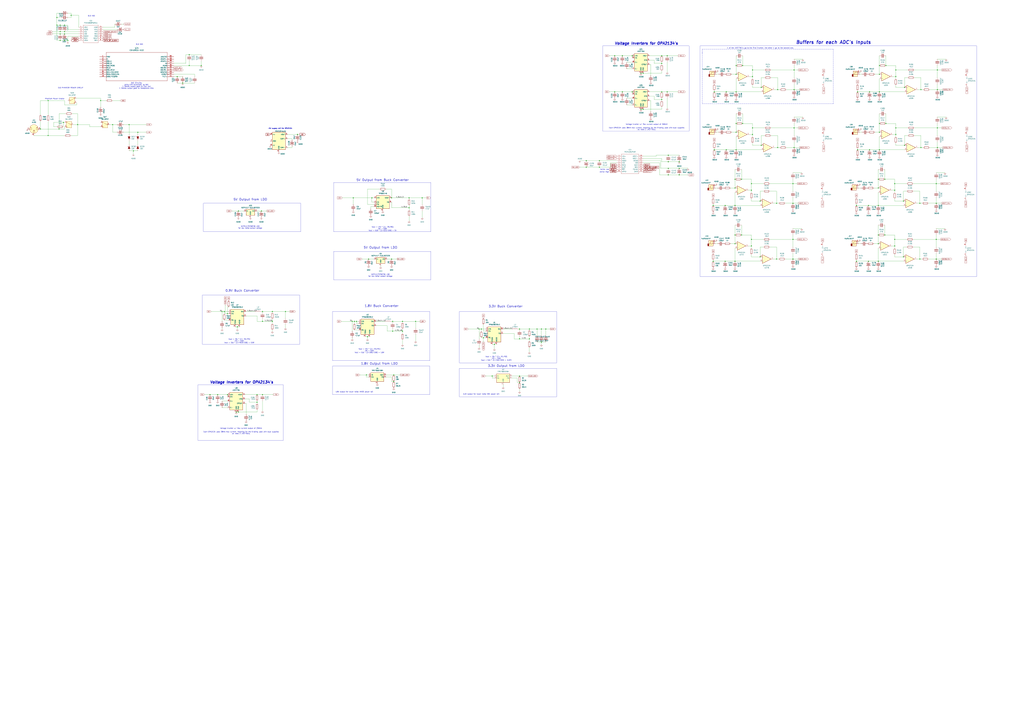
<source format=kicad_sch>
(kicad_sch (version 20231120) (generator "eeschema") (generator_version "8.0")
  (paper "A0")
  (title_block (company "Michael Meyers"))
  (junction (at 304.8 361.95))
  (junction (at 744.22 127))
  (junction (at 69.85 29.21))
  (junction (at 457.2 443.23))
  (junction (at 628.65 382.27))
  (junction (at 861.06 208.28))
  (junction (at 66.04 29.21))
  (junction (at 614.68 393.7))
  (junction (at 920.75 278.13))
  (junction (at 1087.12 236.22))
  (junction (at 901.7 236.22))
  (junction (at 920.75 236.22))
  (junction (at 1069.34 104.14))
  (junction (at 902.97 104.14))
  (junction (at 219.71 63.5))
  (junction (at 55.88 116.84))
  (junction (at 882.65 233.68))
  (junction (at 854.71 173.99))
  (junction (at 345.44 156.21))
  (junction (at 414.02 373.38))
  (junction (at 1040.13 81.28))
  (junction (at 457.2 435.61))
  (junction (at 901.7 300.99))
  (junction (at 1038.86 213.36))
  (junction (at 873.76 148.59))
  (junction (at 1068.07 236.22))
  (junction (at 922.02 148.59))
  (junction (at 680.72 186.69))
  (junction (at 713.74 64.77))
  (junction (at 774.7 64.77))
  (junction (at 872.49 220.98))
  (junction (at 275.59 379.73))
  (junction (at 788.67 203.2))
  (junction (at 995.68 106.68))
  (junction (at 873.76 88.9))
  (junction (at 1027.43 273.05))
  (junction (at 1021.08 76.2))
  (junction (at 854.71 76.2))
  (junction (at 474.98 241.3))
  (junction (at 1038.86 220.98))
  (junction (at 1019.81 238.76))
  (junction (at 872.49 278.13))
  (junction (at 1008.38 238.76))
  (junction (at 788.67 195.58))
  (junction (at 467.36 373.38))
  (junction (at 746.76 127))
  (junction (at 1069.34 171.45))
  (junction (at 768.35 115.57))
  (junction (at 1038.86 278.13))
  (junction (at 1019.81 303.53))
  (junction (at 628.65 397.51))
  (junction (at 854.71 153.67))
  (junction (at 882.65 298.45))
  (junction (at 316.23 373.38))
  (junction (at 788.67 187.96))
  (junction (at 304.8 373.38))
  (junction (at 257.81 361.95))
  (junction (at 78.74 46.99))
  (junction (at 154.94 175.26))
  (junction (at 853.44 303.53))
  (junction (at 854.71 106.68))
  (junction (at 243.84 458.47))
  (junction (at 130.81 144.78))
  (junction (at 1088.39 81.28))
  (junction (at 1050.29 168.91))
  (junction (at 1087.12 300.99))
  (junction (at 1088.39 148.59))
  (junction (at 995.68 173.99))
  (junction (at 260.35 361.95))
  (junction (at 331.47 361.95))
  (junction (at 1028.7 143.51))
  (junction (at 303.53 245.11))
  (junction (at 425.45 435.61))
  (junction (at 1088.39 171.45))
  (junction (at 69.85 39.37))
  (junction (at 775.97 203.2))
  (junction (at 746.76 85.09))
  (junction (at 574.04 400.05))
  (junction (at 854.71 143.51))
  (junction (at 66.04 20.32))
  (junction (at 734.06 106.68))
  (junction (at 160.02 153.67))
  (junction (at 843.28 106.68))
  (junction (at 298.45 467.36))
  (junction (at 854.71 86.36))
  (junction (at 775.97 180.34))
  (junction (at 1028.7 76.2))
  (junction (at 431.8 229.87))
  (junction (at 1068.07 300.99))
  (junction (at 695.96 194.31))
  (junction (at 1038.86 285.75))
  (junction (at 1019.81 218.44))
  (junction (at 274.32 478.79))
  (junction (at 116.84 116.84))
  (junction (at 46.99 149.86))
  (junction (at 149.86 144.78))
  (junction (at 558.8 382.27))
  (junction (at 454.66 229.87))
  (junction (at 264.16 458.47))
  (junction (at 74.93 39.37))
  (junction (at 722.63 106.68))
  (junction (at 768.35 73.66))
  (junction (at 467.36 384.81))
  (junction (at 1021.08 153.67))
  (junction (at 1050.29 101.6))
  (junction (at 276.86 478.79))
  (junction (at 1087.12 278.13))
  (junction (at 1021.08 143.51))
  (junction (at 1021.08 106.68))
  (junction (at 556.26 382.27))
  (junction (at 873.76 81.28))
  (junction (at 842.01 303.53))
  (junction (at 252.73 458.47))
  (junction (at 713.74 106.68))
  (junction (at 872.49 285.75))
  (junction (at 90.17 144.78))
  (junction (at 316.23 361.95))
  (junction (at 853.44 283.21))
  (junction (at 828.04 238.76))
  (junction (at 922.02 171.45))
  (junction (at 883.92 101.6))
  (junction (at 695.96 186.69))
  (junction (at 1009.65 106.68))
  (junction (at 883.92 168.91))
  (junction (at 768.35 64.77))
  (junction (at 623.57 382.27))
  (junction (at 603.25 444.5))
  (junction (at 1021.08 86.36))
  (junction (at 872.49 213.36))
  (junction (at 205.74 88.9))
  (junction (at 1019.81 273.05))
  (junction (at 603.25 393.7))
  (junction (at 233.68 76.2))
  (junction (at 264.16 364.49))
  (junction (at 861.06 273.05))
  (junction (at 922.02 104.14))
  (junction (at 55.88 157.48))
  (junction (at 768.35 106.68))
  (junction (at 1040.13 148.59))
  (junction (at 455.93 373.38))
  (junction (at 1049.02 233.68))
  (junction (at 1040.13 156.21))
  (junction (at 873.76 156.21))
  (junction (at 408.94 373.38))
  (junction (at 410.21 229.87))
  (junction (at 426.72 391.16))
  (junction (at 862.33 76.2))
  (junction (at 775.97 195.58))
  (junction (at 843.28 173.99))
  (junction (at 603.25 436.88))
  (junction (at 1009.65 173.99))
  (junction (at 775.97 187.96))
  (junction (at 994.41 238.76))
  (junction (at 774.7 106.68))
  (junction (at 722.63 64.77))
  (junction (at 219.71 76.2))
  (junction (at 69.85 36.83))
  (junction (at 920.75 300.99))
  (junction (at 1019.81 208.28))
  (junction (at 474.98 229.87))
  (junction (at 1049.02 298.45))
  (junction (at 828.04 303.53))
  (junction (at 74.93 36.83))
  (junction (at 1088.39 104.14))
  (junction (at 561.34 392.43))
  (junction (at 1008.38 303.53))
  (junction (at 680.72 194.31))
  (junction (at 276.86 245.11))
  (junction (at 862.33 143.51))
  (junction (at 454.66 300.99))
  (junction (at 829.31 106.68))
  (junction (at 69.85 46.99))
  (junction (at 922.02 81.28))
  (junction (at 304.8 458.47))
  (junction (at 1019.81 283.21))
  (junction (at 1021.08 173.99))
  (junction (at 853.44 208.28))
  (junction (at 73.66 142.24))
  (junction (at 734.06 64.77))
  (junction (at 1087.12 213.36))
  (junction (at 829.31 173.99))
  (junction (at 853.44 273.05))
  (junction (at 633.73 382.27))
  (junction (at 614.68 382.27))
  (junction (at 68.58 149.86))
  (junction (at 455.93 384.81))
  (junction (at 298.45 458.47))
  (junction (at 571.5 436.88))
  (junction (at 74.93 29.21))
  (junction (at 842.01 238.76))
  (junction (at 427.99 300.99))
  (junction (at 853.44 238.76))
  (junction (at 603.25 382.27))
  (junction (at 82.55 17.78))
  (junction (at 1027.43 208.28))
  (junction (at 74.93 46.99))
  (junction (at 490.22 229.87))
  (junction (at 920.75 213.36))
  (junction (at 744.22 85.09))
  (junction (at 902.97 171.45))
  (junction (at 853.44 218.44))
  (junction (at 994.41 303.53))
  (junction (at 411.48 373.38))
  (junction (at 1040.13 88.9))
  (junction (at 212.09 96.52))
  (junction (at 482.6 373.38))
  (wire (pts (xy 454.66 219.71) (xy 454.66 229.87)))
  (wire (pts (xy 899.16 171.45) (xy 902.97 171.45)))
  (wire (pts (xy 768.35 187.96) (xy 768.35 184.15)))
  (wire (pts (xy 127 144.78) (xy 130.81 144.78)))
  (wire (pts (xy 454.66 373.38) (xy 455.93 373.38)))
  (wire (pts (xy 62.23 142.24) (xy 73.66 142.24)))
  (wire (pts (xy 574.04 439.42) (xy 571.5 439.42)))
  (wire (pts (xy 260.35 361.95) (xy 265.43 361.95)))
  (wire (pts (xy 842.01 238.76) (xy 853.44 238.76)))
  (wire (pts (xy 264.16 364.49) (xy 261.62 364.49)))
  (wire (pts (xy 695.96 186.69) (xy 716.28 186.69)))
  (wire (pts (xy 922.02 148.59) (xy 927.1 148.59)))
  (wire (pts (xy 426.72 237.49) (xy 434.34 237.49)))
  (wire (pts (xy 872.49 295.91) (xy 872.49 298.45)))
  (wire (pts (xy 849.63 86.36) (xy 854.71 86.36)))
  (wire (pts (xy 149.86 144.78) (xy 149.86 156.21)))
  (wire (pts (xy 854.71 132.08) (xy 854.71 143.51)))
  (wire (pts (xy 69.85 39.37) (xy 74.93 39.37)))
  (wire (pts (xy 1035.05 285.75) (xy 1038.86 285.75)))
  (wire (pts (xy 298.45 476.25) (xy 298.45 478.79)))
  (wire (pts (xy 1021.08 106.68) (xy 1050.29 106.68)))
  (wire (pts (xy 894.08 278.13) (xy 920.75 278.13)))
  (wire (pts (xy 600.71 444.5) (xy 600.71 439.42)))
  (wire (pts (xy 205.74 88.9) (xy 212.09 88.9)))
  (wire (pts (xy 911.86 236.22) (xy 920.75 236.22)))
  (wire (pts (xy 455.93 373.38) (xy 455.93 374.65)))
  (wire (pts (xy 104.14 144.78) (xy 104.14 147.32)))
  (wire (pts (xy 829.31 106.68) (xy 843.28 106.68)))
  (wire (pts (xy 90.17 132.08) (xy 90.17 144.78)))
  (wire (pts (xy 454.66 443.23) (xy 454.66 438.15)))
  (wire (pts (xy 46.99 116.84) (xy 55.88 116.84)))
  (wire (pts (xy 160.02 153.67) (xy 160.02 156.21)))
  (polyline (pts (xy 967.74 120.65) (xy 967.74 57.15)) (stroke (width 0) (type dash)))
  (wire (pts (xy 869.95 88.9) (xy 873.76 88.9)))
  (wire (pts (xy 862.33 76.2) (xy 873.76 76.2)))
  (wire (pts (xy 449.58 384.81) (xy 455.93 384.81)))
  (wire (pts (xy 285.75 481.33) (xy 285.75 468.63)))
  (wire (pts (xy 603.25 391.16) (xy 603.25 393.7)))
  (wire (pts (xy 467.36 384.81) (xy 467.36 387.35)))
  (wire (pts (xy 999.49 83.82) (xy 998.22 83.82)))
  (wire (pts (xy 883.92 90.17) (xy 883.92 101.6)))
  (wire (pts (xy 584.2 387.35) (xy 596.9 387.35)))
  (wire (pts (xy 454.66 241.3) (xy 474.98 241.3)))
  (wire (pts (xy 1021.08 132.08) (xy 1021.08 143.51)))
  (wire (pts (xy 754.38 111.76) (xy 759.46 111.76)))
  (wire (pts (xy 853.44 208.28) (xy 853.44 218.44)))
  (wire (pts (xy 995.68 173.99) (xy 995.68 172.72)))
  (wire (pts (xy 1036.32 88.9) (xy 1040.13 88.9)))
  (wire (pts (xy 1008.38 303.53) (xy 1019.81 303.53)))
  (wire (pts (xy 130.81 153.67) (xy 130.81 144.78)))
  (wire (pts (xy 853.44 238.76) (xy 882.65 238.76)))
  (wire (pts (xy 275.59 379.73) (xy 278.13 379.73)))
  (wire (pts (xy 285.75 367.03) (xy 298.45 367.03)))
  (wire (pts (xy 410.21 229.87) (xy 431.8 229.87)))
  (wire (pts (xy 71.12 20.32) (xy 66.04 20.32)))
  (wire (pts (xy 1050.29 157.48) (xy 1050.29 168.91)))
  (wire (pts (xy 201.93 76.2) (xy 219.71 76.2)))
  (wire (pts (xy 1040.13 101.6) (xy 1050.29 101.6)))
  (wire (pts (xy 1028.7 76.2) (xy 1040.13 76.2)))
  (wire (pts (xy 1087.12 229.87) (xy 1087.12 236.22)))
  (wire (pts (xy 894.08 222.25) (xy 901.7 222.25)))
  (wire (pts (xy 614.68 382.27) (xy 614.68 383.54)))
  (wire (pts (xy 775.97 195.58) (xy 788.67 195.58)))
  (wire (pts (xy 1087.12 278.13) (xy 1087.12 287.02)))
  (wire (pts (xy 1069.34 171.45) (xy 1071.88 171.45)))
  (wire (pts (xy 861.06 208.28) (xy 872.49 208.28)))
  (polyline (pts (xy 967.74 57.15) (xy 815.34 57.15)) (stroke (width 0) (type dash)))
  (wire (pts (xy 285.75 468.63) (xy 284.48 468.63)))
  (wire (pts (xy 895.35 90.17) (xy 902.97 90.17)))
  (wire (pts (xy 707.39 106.68) (xy 713.74 106.68)))
  (wire (pts (xy 755.65 129.54) (xy 755.65 116.84)))
  (wire (pts (xy 66.04 29.21) (xy 66.04 46.99)))
  (wire (pts (xy 999.49 218.44) (xy 996.95 218.44)))
  (wire (pts (xy 448.31 435.61) (xy 457.2 435.61)))
  (wire (pts (xy 775.97 187.96) (xy 788.67 187.96)))
  (wire (pts (xy 83.82 132.08) (xy 90.17 132.08)))
  (wire (pts (xy 411.48 373.38) (xy 414.02 373.38)))
  (wire (pts (xy 339.09 171.45) (xy 339.09 170.18)))
  (wire (pts (xy 561.34 392.43) (xy 563.88 392.43)))
  (wire (pts (xy 913.13 104.14) (xy 922.02 104.14)))
  (wire (pts (xy 774.7 106.68) (xy 787.4 106.68)))
  (wire (pts (xy 927.1 300.99) (xy 920.75 300.99)))
  (wire (pts (xy 1038.86 278.13) (xy 1038.86 285.75)))
  (wire (pts (xy 1019.81 303.53) (xy 1049.02 303.53)))
  (wire (pts (xy 680.72 186.69) (xy 695.96 186.69)))
  (wire (pts (xy 833.12 218.44) (xy 830.58 218.44)))
  (wire (pts (xy 260.35 361.95) (xy 260.35 364.49)))
  (wire (pts (xy 1014.73 218.44) (xy 1019.81 218.44)))
  (wire (pts (xy 897.89 300.99) (xy 901.7 300.99)))
  (wire (pts (xy 734.06 106.68) (xy 734.06 109.22)))
  (wire (pts (xy 869.95 156.21) (xy 873.76 156.21)))
  (wire (pts (xy 829.31 173.99) (xy 843.28 173.99)))
  (wire (pts (xy 455.93 373.38) (xy 467.36 373.38)))
  (wire (pts (xy 60.96 36.83) (xy 69.85 36.83)))
  (wire (pts (xy 1060.45 222.25) (xy 1068.07 222.25)))
  (wire (pts (xy 716.28 189.23) (xy 708.66 189.23)))
  (wire (pts (xy 1064.26 236.22) (xy 1068.07 236.22)))
  (wire (pts (xy 1019.81 238.76) (xy 1049.02 238.76)))
  (wire (pts (xy 873.76 143.51) (xy 873.76 148.59)))
  (wire (pts (xy 788.67 203.2) (xy 798.83 203.2)))
  (wire (pts (xy 922.02 143.51) (xy 922.02 148.59)))
  (wire (pts (xy 922.02 68.58) (xy 932.18 68.58)))
  (wire (pts (xy 1060.45 278.13) (xy 1087.12 278.13)))
  (wire (pts (xy 135.89 153.67) (xy 130.81 153.67)))
  (wire (pts (xy 561.34 392.43) (xy 561.34 397.51)))
  (wire (pts (xy 872.49 273.05) (xy 872.49 278.13)))
  (wire (pts (xy 331.47 361.95) (xy 336.55 361.95)))
  (wire (pts (xy 91.44 34.29) (xy 78.74 34.29)))
  (wire (pts (xy 205.74 96.52) (xy 212.09 96.52)))
  (wire (pts (xy 755.65 87.63) (xy 755.65 74.93)))
  (wire (pts (xy 91.44 31.75) (xy 91.44 17.78)))
  (wire (pts (xy 474.98 229.87) (xy 490.22 229.87)))
  (wire (pts (xy 623.57 389.89) (xy 623.57 382.27)))
  (wire (pts (xy 1061.72 81.28) (xy 1088.39 81.28)))
  (wire (pts (xy 673.1 194.31) (xy 680.72 194.31)))
  (wire (pts (xy 920.75 213.36) (xy 925.83 213.36)))
  (wire (pts (xy 998.22 280.67) (xy 996.95 280.67)))
  (wire (pts (xy 759.46 69.85) (xy 759.46 73.66)))
  (wire (pts (xy 600.71 439.42) (xy 594.36 439.42)))
  (wire (pts (xy 1040.13 99.06) (xy 1040.13 101.6)))
  (wire (pts (xy 998.22 215.9) (xy 996.95 215.9)))
  (wire (pts (xy 62.23 147.32) (xy 62.23 142.24)))
  (wire (pts (xy 768.35 82.55) (xy 768.35 85.09)))
  (wire (pts (xy 257.81 381) (xy 257.81 382.27)))
  (wire (pts (xy 273.05 379.73) (xy 275.59 379.73)))
  (wire (pts (xy 74.93 116.84) (xy 55.88 116.84)))
  (wire (pts (xy 1088.39 97.79) (xy 1088.39 104.14)))
  (wire (pts (xy 1036.32 156.21) (xy 1040.13 156.21)))
  (wire (pts (xy 722.63 64.77) (xy 734.06 64.77)))
  (wire (pts (xy 219.71 76.2) (xy 219.71 71.12)))
  (wire (pts (xy 895.35 148.59) (xy 922.02 148.59)))
  (wire (pts (xy 1000.76 153.67) (xy 998.22 153.67)))
  (wire (pts (xy 1060.45 287.02) (xy 1068.07 287.02)))
  (wire (pts (xy 74.93 39.37) (xy 91.44 39.37)))
  (wire (pts (xy 633.73 382.27) (xy 638.81 382.27)))
  (wire (pts (xy 434.34 234.95) (xy 431.8 234.95)))
  (wire (pts (xy 46.99 140.97) (xy 46.99 149.86)))
  (wire (pts (xy 133.35 27.94) (xy 133.35 31.75)))
  (wire (pts (xy 734.06 64.77) (xy 734.06 67.31)))
  (wire (pts (xy 1021.08 158.75) (xy 1021.08 173.99)))
  (wire (pts (xy 1078.23 236.22) (xy 1087.12 236.22)))
  (wire (pts (xy 55.88 116.84) (xy 55.88 133.35)))
  (wire (pts (xy 133.35 31.75) (xy 119.38 31.75)))
  (wire (pts (xy 861.06 261.62) (xy 861.06 273.05)))
  (wire (pts (xy 1019.81 223.52) (xy 1019.81 238.76)))
  (wire (pts (xy 854.71 106.68) (xy 883.92 106.68)))
  (wire (pts (xy 82.55 157.48) (xy 90.17 157.48)))
  (wire (pts (xy 1038.86 285.75) (xy 1038.86 288.29)))
  (wire (pts (xy 215.9 63.5) (xy 219.71 63.5)))
  (wire (pts (xy 603.25 382.27) (xy 614.68 382.27)))
  (wire (pts (xy 854.71 158.75) (xy 854.71 173.99)))
  (wire (pts (xy 1040.13 143.51) (xy 1040.13 148.59)))
  (wire (pts (xy 854.71 143.51) (xy 854.71 153.67)))
  (wire (pts (xy 1009.65 173.99) (xy 1021.08 173.99)))
  (wire (pts (xy 927.1 236.22) (xy 920.75 236.22)))
  (wire (pts (xy 762 180.34) (xy 775.97 180.34)))
  (wire (pts (xy 603.25 454.66) (xy 603.25 452.12)))
  (wire (pts (xy 775.97 203.2) (xy 788.67 203.2)))
  (wire (pts (xy 411.48 383.54) (xy 416.56 383.54)))
  (wire (pts (xy 746.76 85.09) (xy 768.35 85.09)))
  (wire (pts (xy 457.2 435.61) (xy 464.82 435.61)))
  (wire (pts (xy 78.74 29.21) (xy 74.93 29.21)))
  (wire (pts (xy 994.41 238.76) (xy 1008.38 238.76)))
  (wire (pts (xy 298.45 466.09) (xy 298.45 467.36)))
  (wire (pts (xy 1040.13 81.28) (xy 1040.13 88.9)))
  (wire (pts (xy 334.01 171.45) (xy 339.09 171.45)))
  (wire (pts (xy 899.16 104.14) (xy 902.97 104.14)))
  (wire (pts (xy 872.49 220.98) (xy 872.49 223.52)))
  (wire (pts (xy 833.12 283.21) (xy 830.58 283.21)))
  (wire (pts (xy 1028.7 132.08) (xy 1028.7 143.51)))
  (wire (pts (xy 426.72 391.16) (xy 426.72 393.7)))
  (wire (pts (xy 436.88 373.38) (xy 447.04 373.38)))
  (wire (pts (xy 862.33 64.77) (xy 862.33 76.2)))
  (wire (pts (xy 708.66 194.31) (xy 695.96 194.31)))
  (wire (pts (xy 872.49 213.36) (xy 872.49 220.98)))
  (wire (pts (xy 628.65 397.51) (xy 628.65 400.05)))
  (wire (pts (xy 1038.86 231.14) (xy 1038.86 233.68)))
  (wire (pts (xy 1052.83 213.36) (xy 1038.86 213.36)))
  (wire (pts (xy 886.46 287.02) (xy 882.65 287.02)))
  (wire (pts (xy 765.81 203.2) (xy 775.97 203.2)))
  (wire (pts (xy 848.36 218.44) (xy 853.44 218.44)))
  (wire (pts (xy 1087.12 213.36) (xy 1092.2 213.36)))
  (wire (pts (xy 849.63 153.67) (xy 854.71 153.67)))
  (wire (pts (xy 895.35 81.28) (xy 922.02 81.28)))
  (wire (pts (xy 431.8 229.87) (xy 434.34 229.87)))
  (wire (pts (xy 201.93 86.36) (xy 226.06 86.36)))
  (wire (pts (xy 833.12 151.13) (xy 831.85 151.13)))
  (wire (pts (xy 759.46 73.66) (xy 768.35 73.66)))
  (wire (pts (xy 39.37 157.48) (xy 55.88 157.48)))
  (wire (pts (xy 331.47 377.19) (xy 331.47 381)))
  (wire (pts (xy 90.17 144.78) (xy 104.14 144.78)))
  (wire (pts (xy 316.23 373.38) (xy 316.23 375.92)))
  (wire (pts (xy 74.93 121.92) (xy 74.93 116.84)))
  (wire (pts (xy 334.01 161.29) (xy 339.09 161.29)))
  (wire (pts (xy 868.68 285.75) (xy 872.49 285.75)))
  (wire (pts (xy 1060.45 213.36) (xy 1087.12 213.36)))
  (wire (pts (xy 1038.86 208.28) (xy 1038.86 213.36)))
  (wire (pts (xy 304.8 361.95) (xy 304.8 363.22)))
  (wire (pts (xy 920.75 213.36) (xy 920.75 222.25)))
  (wire (pts (xy 226.06 86.36) (xy 226.06 88.9)))
  (wire (pts (xy 887.73 90.17) (xy 883.92 90.17)))
  (wire (pts (xy 1068.07 236.22) (xy 1070.61 236.22)))
  (wire (pts (xy 212.09 96.52) (xy 226.06 96.52)))
  (wire (pts (xy 116.84 116.84) (xy 123.19 116.84)))
  (wire (pts (xy 69.85 29.21) (xy 66.04 29.21)))
  (wire (pts (xy 755.65 116.84) (xy 754.38 116.84)))
  (wire (pts (xy 1040.13 166.37) (xy 1040.13 168.91)))
  (wire (pts (xy 474.98 241.3) (xy 474.98 243.84)))
  (wire (pts (xy 911.86 300.99) (xy 920.75 300.99)))
  (wire (pts (xy 727.71 114.3) (xy 734.06 114.3)))
  (wire (pts (xy 563.88 436.88) (xy 571.5 436.88)))
  (wire (pts (xy 1069.34 157.48) (xy 1069.34 171.45)))
  (wire (pts (xy 482.6 373.38) (xy 487.68 373.38)))
  (wire (pts (xy 467.36 384.81) (xy 467.36 382.27)))
  (wire (pts (xy 768.35 124.46) (xy 768.35 127)))
  (wire (pts (xy 1021.08 173.99) (xy 1050.29 173.99)))
  (wire (pts (xy 767.08 186.69) (xy 767.08 195.58)))
  (wire (pts (xy 303.53 361.95) (xy 304.8 361.95)))
  (wire (pts (xy 457.2 443.23) (xy 454.66 443.23)))
  (wire (pts (xy 887.73 148.59) (xy 873.76 148.59)))
  (wire (pts (xy 571.5 400.05) (xy 574.04 400.05)))
  (wire (pts (xy 767.08 195.58) (xy 775.97 195.58)))
  (wire (pts (xy 69.85 46.99) (xy 74.93 46.99)))
  (wire (pts (xy 895.35 157.48) (xy 902.97 157.48)))
  (wire (pts (xy 754.38 106.68) (xy 768.35 106.68)))
  (wire (pts (xy 304.8 466.09) (xy 304.8 477.52)))
  (wire (pts (xy 215.9 73.66) (xy 215.9 63.5)))
  (wire (pts (xy 219.71 63.5) (xy 233.68 63.5)))
  (wire (pts (xy 490.22 237.49) (xy 490.22 229.87)))
  (wire (pts (xy 154.94 175.26) (xy 154.94 179.07)))
  (wire (pts (xy 237.49 458.47) (xy 243.84 458.47)))
  (wire (pts (xy 427.99 300.99) (xy 434.34 300.99)))
  (wire (pts (xy 1027.43 273.05) (xy 1038.86 273.05)))
  (wire (pts (xy 88.9 114.3) (xy 116.84 114.3)))
  (wire (pts (xy 467.36 373.38) (xy 467.36 374.65)))
  (wire (pts (xy 261.62 354.33) (xy 261.62 364.49)))
  (wire (pts (xy 774.7 64.77) (xy 787.4 64.77)))
  (wire (pts (xy 558.8 382.27) (xy 558.8 384.81)))
  (wire (pts (xy 298.45 458.47) (xy 304.8 458.47)))
  (wire (pts (xy 543.56 382.27) (xy 556.26 382.27)))
  (wire (pts (xy 298.45 367.03) (xy 298.45 373.38)))
  (wire (pts (xy 746.76 184.15) (xy 768.35 184.15)))
  (wire (pts (xy 1052.83 222.25) (xy 1049.02 222.25)))
  (wire (pts (xy 143.51 144.78) (xy 149.86 144.78)))
  (wire (pts (xy 1052.83 287.02) (xy 1049.02 287.02)))
  (wire (pts (xy 1000.76 86.36) (xy 998.22 86.36)))
  (wire (pts (xy 1021.08 76.2) (xy 1021.08 86.36)))
  (wire (pts (xy 411.48 373.38) (xy 408.94 373.38)))
  (wire (pts (xy 396.24 373.38) (xy 408.94 373.38)))
  (wire (pts (xy 417.83 435.61) (xy 425.45 435.61)))
  (wire (pts (xy 430.53 240.03) (xy 430.53 242.57)))
  (wire (pts (xy 887.73 81.28) (xy 873.76 81.28)))
  (wire (pts (xy 245.11 361.95) (xy 257.81 361.95)))
  (wire (pts (xy 603.25 393.7) (xy 614.68 393.7)))
  (wire (pts (xy 1009.65 106.68) (xy 1021.08 106.68)))
  (wire (pts (xy 994.41 238.76) (xy 994.41 237.49)))
  (wire (pts (xy 78.74 41.91) (xy 91.44 41.91)))
  (wire (pts (xy 861.06 273.05) (xy 872.49 273.05)))
  (wire (pts (xy 257.81 361.95) (xy 257.81 373.38)))
  (wire (pts (xy 1019.81 208.28) (xy 1019.81 218.44)))
  (wire (pts (xy 425.45 435.61) (xy 427.99 435.61)))
  (wire (pts (xy 994.41 303.53) (xy 1008.38 303.53)))
  (wire (pts (xy 727.71 72.39) (xy 734.06 72.39)))
  (wire (pts (xy 482.6 388.62) (xy 482.6 396.24)))
  (wire (pts (xy 768.35 64.77) (xy 774.7 64.77)))
  (wire (pts (xy 265.43 364.49) (xy 264.16 364.49)))
  (wire (pts (xy 1019.81 196.85) (xy 1019.81 208.28)))
  (wire (pts (xy 1069.34 104.14) (xy 1071.88 104.14)))
  (wire (pts (xy 149.86 163.83) (xy 149.86 167.64)))
  (wire (pts (xy 434.34 240.03) (xy 430.53 240.03)))
  (wire (pts (xy 425.45 438.15) (xy 425.45 435.61)))
  (wire (pts (xy 854.71 91.44) (xy 854.71 106.68)))
  (wire (pts (xy 901.7 287.02) (xy 901.7 300.99)))
  (wire (pts (xy 746.76 127) (xy 768.35 127)))
  (wire (pts (xy 441.96 309.88) (xy 441.96 308.61)))
  (wire (pts (xy 1087.12 278.13) (xy 1092.2 278.13)))
  (wire (pts (xy 334.01 156.21) (xy 345.44 156.21)))
  (wire (pts (xy 104.14 147.32) (xy 116.84 147.32)))
  (wire (pts (xy 886.46 222.25) (xy 882.65 222.25)))
  (wire (pts (xy 558.8 392.43) (xy 561.34 392.43)))
  (wire (pts (xy 119.38 34.29) (xy 135.89 34.29)))
  (wire (pts (xy 623.57 382.27) (xy 628.65 382.27)))
  (wire (pts (xy 894.08 213.36) (xy 920.75 213.36)))
  (wire (pts (xy 628.65 382.27) (xy 633.73 382.27)))
  (wire (pts (xy 347.98 156.21) (xy 345.44 156.21)))
  (wire (pts (xy 1093.47 300.99) (xy 1087.12 300.99)))
  (wire (pts (xy 264.16 458.47) (xy 264.16 461.01)))
  (wire (pts (xy 913.13 171.45) (xy 922.02 171.45)))
  (wire (pts (xy 584.2 449.58) (xy 584.2 447.04)))
  (wire (pts (xy 886.46 278.13) (xy 872.49 278.13)))
  (wire (pts (xy 768.35 72.39) (xy 768.35 73.66)))
  (wire (pts (xy 449.58 300.99) (xy 454.66 300.99)))
  (wire (pts (xy 257.81 466.09) (xy 264.16 466.09)))
  (wire (pts (xy 88.9 119.38) (xy 88.9 121.92)))
  (wire (pts (xy 920.75 200.66) (xy 930.91 200.66)))
  (wire (pts (xy 902.97 171.45) (xy 905.51 171.45)))
  (wire (pts (xy 872.49 298.45) (xy 882.65 298.45)))
  (wire (pts (xy 1016 86.36) (xy 1021.08 86.36)))
  (wire (pts (xy 928.37 171.45) (xy 922.02 171.45)))
  (wire (pts (xy 920.75 278.13) (xy 925.83 278.13)))
  (wire (pts (xy 436.88 378.46) (xy 449.58 378.46)))
  (polyline (pts (xy 815.34 120.65) (xy 967.74 120.65)) (stroke (width 0) (type dash)))
  (wire (pts (xy 1061.72 157.48) (xy 1069.34 157.48)))
  (wire (pts (xy 596.9 387.35) (xy 596.9 393.7)))
  (wire (pts (xy 1021.08 64.77) (xy 1021.08 76.2)))
  (wire (pts (xy 1019.81 288.29) (xy 1019.81 303.53)))
  (wire (pts (xy 828.04 238.76) (xy 828.04 237.49)))
  (wire (pts (xy 628.65 382.27) (xy 628.65 389.89)))
  (wire (pts (xy 843.28 173.99) (xy 854.71 173.99)))
  (wire (pts (xy 873.76 81.28) (xy 873.76 88.9)))
  (wire (pts (xy 233.68 71.12) (xy 233.68 76.2)))
  (wire (pts (xy 68.58 149.86) (xy 68.58 132.08)))
  (wire (pts (xy 116.84 116.84) (xy 116.84 124.46)))
  (wire (pts (xy 62.23 147.32) (xy 66.04 147.32)))
  (wire (pts (xy 60.96 39.37) (xy 69.85 39.37)))
  (wire (pts (xy 78.74 34.29) (xy 78.74 29.21)))
  (wire (pts (xy 1027.43 261.62) (xy 1027.43 273.05)))
  (wire (pts (xy 1088.39 135.89) (xy 1098.55 135.89)))
  (wire (pts (xy 744.22 85.09) (xy 746.76 85.09)))
  (wire (pts (xy 88.9 121.92) (xy 74.93 121.92)))
  (wire (pts (xy 482.6 381) (xy 482.6 373.38)))
  (wire (pts (xy 1088.39 143.51) (xy 1088.39 148.59)))
  (wire (pts (xy 304.8 373.38) (xy 316.23 373.38)))
  (wire (pts (xy 928.37 104.14) (xy 922.02 104.14)))
  (wire (pts (xy 563.88 384.81) (xy 561.34 384.81)))
  (wire (pts (xy 1016 153.67) (xy 1021.08 153.67)))
  (wire (pts (xy 759.46 115.57) (xy 768.35 115.57)))
  (wire (pts (xy 873.76 148.59) (xy 873.76 156.21)))
  (wire (pts (xy 614.68 403.86) (xy 614.68 408.94)))
  (wire (pts (xy 1087.12 213.36) (xy 1087.12 222.25)))
  (wire (pts (xy 920.75 265.43) (xy 930.91 265.43)))
  (wire (pts (xy 842.01 303.53) (xy 853.44 303.53)))
  (wire (pts (xy 848.36 283.21) (xy 853.44 283.21)))
  (wire (pts (xy 831.85 215.9) (xy 830.58 215.9)))
  (wire (pts (xy 762 180.34) (xy 762 181.61)))
  (wire (pts (xy 454.66 300.99) (xy 461.01 300.99)))
  (wire (pts (xy 1093.47 236.22) (xy 1087.12 236.22)))
  (wire (pts (xy 275.59 379.73) (xy 275.59 382.27)))
  (wire (pts (xy 574.04 400.05) (xy 574.04 405.13)))
  (wire (pts (xy 426.72 237.49) (xy 426.72 219.71)))
  (wire (pts (xy 1065.53 104.14) (xy 1069.34 104.14)))
  (wire (pts (xy 746.76 189.23) (xy 765.81 189.23)))
  (wire (pts (xy 601.98 382.27) (xy 603.25 382.27)))
  (wire (pts (xy 1079.5 104.14) (xy 1088.39 104.14)))
  (wire (pts (xy 90.17 144.78) (xy 85.09 144.78)))
  (wire (pts (xy 289.56 467.36) (xy 298.45 467.36)))
  (wire (pts (xy 1065.53 171.45) (xy 1069.34 171.45)))
  (wire (pts (xy 149.86 175.26) (xy 154.94 175.26)))
  (wire (pts (xy 603.25 382.27) (xy 603.25 383.54)))
  (wire (pts (xy 474.98 241.3) (xy 474.98 238.76)))
  (wire (pts (xy 828.04 303.53) (xy 828.04 302.26)))
  (wire (pts (xy 416.56 375.92) (xy 414.02 375.92)))
  (wire (pts (xy 574.04 400.05) (xy 576.58 400.05)))
  (wire (pts (xy 1088.39 165.1) (xy 1088.39 171.45)))
  (wire (pts (xy 1087.12 273.05) (xy 1087.12 278.13)))
  (wire (pts (xy 454.66 229.87) (xy 474.98 229.87)))
  (wire (pts (xy 427.99 438.15) (xy 425.45 438.15)))
  (wire (pts (xy 411.48 373.38) (xy 411.48 375.92)))
  (wire (pts (xy 1088.39 76.2) (xy 1088.39 81.28)))
  (wire (pts (xy 82.55 20.32) (xy 82.55 17.78)))
  (wire (pts (xy 920.75 294.64) (xy 920.75 300.99)))
  (wire (pts (xy 754.38 69.85) (xy 759.46 69.85)))
  (wire (pts (xy 1064.26 300.99) (xy 1068.07 300.99)))
  (wire (pts (xy 414.02 373.38) (xy 416.56 373.38)))
  (wire (pts (xy 90.17 157.48) (xy 90.17 144.78)))
  (wire (pts (xy 584.2 382.27) (xy 594.36 382.27)))
  (wire (pts (xy 556.26 401.32) (xy 556.26 403.86)))
  (wire (pts (xy 201.93 88.9) (xy 205.74 88.9)))
  (wire (pts (xy 74.93 46.99) (xy 78.74 46.99)))
  (wire (pts (xy 774.7 114.3) (xy 774.7 125.73)))
  (wire (pts (xy 883.92 157.48) (xy 883.92 168.91)))
  (wire (pts (xy 862.33 132.08) (xy 862.33 143.51)))
  (wire (pts (xy 69.85 36.83) (xy 74.93 36.83)))
  (wire (pts (xy 410.21 229.87) (xy 410.21 237.49)))
  (wire (pts (xy 1068.07 287.02) (xy 1068.07 300.99)))
  (wire (pts (xy 829.31 173.99) (xy 829.31 172.72)))
  (wire (pts (xy 474.98 229.87) (xy 474.98 231.14)))
  (wire (pts (xy 902.97 157.48) (xy 902.97 171.45)))
  (wire (pts (xy 571.5 439.42) (xy 571.5 436.88)))
  (wire (pts (xy 74.93 36.83) (xy 91.44 36.83)))
  (wire (pts (xy 853.44 303.53) (xy 882.65 303.53)))
  (wire (pts (xy 571.5 436.88) (xy 574.04 436.88)))
  (wire (pts (xy 922.02 97.79) (xy 922.02 104.14)))
  (wire (pts (xy 316.23 373.38) (xy 316.23 370.84)))
  (wire (pts (xy 397.51 229.87) (xy 410.21 229.87)))
  (wire (pts (xy 831.85 280.67) (xy 830.58 280.67)))
  (wire (pts (xy 922.02 135.89) (xy 932.18 135.89)))
  (wire (pts (xy 746.76 186.69) (xy 767.08 186.69)))
  (wire (pts (xy 276.86 478.79) (xy 298.45 478.79)))
  (wire (pts (xy 873.76 88.9) (xy 873.76 91.44)))
  (wire (pts (xy 408.94 373.38) (xy 408.94 384.81)))
  (wire (pts (xy 316.23 361.95) (xy 316.23 363.22)))
  (wire (pts (xy 1028.7 64.77) (xy 1028.7 76.2)))
  (wire (pts (xy 448.31 219.71) (xy 454.66 219.71)))
  (wire (pts (xy 426.72 219.71) (xy 440.69 219.71)))
  (wire (pts (xy 201.93 73.66) (xy 215.9 73.66)))
  (wire (pts (xy 1021.08 143.51) (xy 1021.08 153.67)))
  (wire (pts (xy 1052.83 278.13) (xy 1038.86 278.13)))
  (wire (pts (xy 66.04 46.99) (xy 69.85 46.99)))
  (wire (pts (xy 853.44 223.52) (xy 853.44 238.76)))
  (wire (pts (xy 284.48 458.47) (xy 298.45 458.47)))
  (wire (pts (xy 768.35 187.96) (xy 775.97 187.96)))
  (wire (pts (xy 1038.86 273.05) (xy 1038.86 278.13)))
  (wire (pts (xy 882.65 287.02) (xy 882.65 298.45)))
  (wire (pts (xy 1050.29 90.17) (xy 1050.29 101.6)))
  (wire (pts (xy 853.44 261.62) (xy 853.44 273.05)))
  (wire (pts (xy 1014.73 283.21) (xy 1019.81 283.21)))
  (wire (pts (xy 994.41 303.53) (xy 994.41 302.26)))
  (wire (pts (xy 1040.13 88.9) (xy 1040.13 91.44)))
  (wire (pts (xy 862.33 143.51) (xy 873.76 143.51)))
  (wire (pts (xy 276.86 245.11) (xy 283.21 245.11)))
  (wire (pts (xy 768.35 106.68) (xy 774.7 106.68)))
  (wire (pts (xy 1049.02 287.02) (xy 1049.02 298.45)))
  (wire (pts (xy 1088.39 81.28) (xy 1088.39 90.17)))
  (wire (pts (xy 603.25 444.5) (xy 600.71 444.5)))
  (wire (pts (xy 614.68 393.7) (xy 614.68 396.24)))
  (wire (pts (xy 873.76 99.06) (xy 873.76 101.6)))
  (wire (pts (xy 834.39 153.67) (xy 831.85 153.67)))
  (wire (pts (xy 633.73 382.27) (xy 633.73 389.89)))
  (wire (pts (xy 264.16 356.87) (xy 265.43 356.87)))
  (wire (pts (xy 868.68 220.98) (xy 872.49 220.98)))
  (wire (pts (xy 727.71 80.01) (xy 734.06 80.01)))
  (wire (pts (xy 901.7 300.99) (xy 904.24 300.99)))
  (wire (pts (xy 1078.23 300.99) (xy 1087.12 300.99)))
  (wire (pts (xy 1094.74 104.14) (xy 1088.39 104.14)))
  (wire (pts (xy 78.74 46.99) (xy 78.74 48.26)))
  (wire (pts (xy 490.22 245.11) (xy 490.22 252.73)))
  (wire (pts (xy 82.55 17.78) (xy 82.55 15.24)))
  (wire (pts (xy 920.75 229.87) (xy 920.75 236.22)))
  (wire (pts (xy 331.47 369.57) (xy 331.47 361.95)))
  (wire (pts (xy 1061.72 148.59) (xy 1088.39 148.59)))
  (wire (pts (xy 424.18 391.16) (xy 426.72 391.16)))
  (wire (pts (xy 1094.74 171.45) (xy 1088.39 171.45)))
  (wire (pts (xy 1040.13 76.2) (xy 1040.13 81.28)))
  (wire (pts (xy 490.22 229.87) (xy 495.3 229.87)))
  (wire (pts (xy 894.08 287.02) (xy 901.7 287.02)))
  (wire (pts (xy 1088.39 68.58) (xy 1098.55 68.58)))
  (wire (pts (xy 708.66 189.23) (xy 708.66 194.31)))
  (wire (pts (xy 1068.07 300.99) (xy 1070.61 300.99)))
  (wire (pts (xy 66.04 15.24) (xy 71.12 15.24)))
  (wire (pts (xy 901.7 222.25) (xy 901.7 236.22)))
  (wire (pts (xy 558.8 382.27) (xy 556.26 382.27)))
  (wire (pts (xy 426.72 391.16) (xy 429.26 391.16)))
  (wire (pts (xy 614.68 382.27) (xy 623.57 382.27)))
  (wire (pts (xy 873.76 166.37) (xy 873.76 168.91)))
  (wire (pts (xy 1028.7 143.51) (xy 1040.13 143.51)))
  (wire (pts (xy 561.34 377.19) (xy 561.34 384.81)))
  (wire (pts (xy 1087.12 294.64) (xy 1087.12 300.99)))
  (wire (pts (xy 788.67 195.58) (xy 798.83 195.58)))
  (wire (pts (xy 304.8 370.84) (xy 304.8 373.38)))
  (wire (pts (xy 1040.13 156.21) (xy 1040.13 158.75)))
  (wire (pts (xy 922.02 148.59) (xy 922.02 157.48)))
  (wire (pts (xy 1087.12 265.43) (xy 1097.28 265.43)))
  (wire (pts (xy 1038.86 213.36) (xy 1038.86 220.98)))
  (wire (pts (xy 284.48 463.55) (xy 289.56 463.55)))
  (wire (pts (xy 833.12 83.82) (xy 831.85 83.82)))
  (wire (pts (xy 46.99 149.86) (xy 68.58 149.86)))
  (wire (pts (xy 1038.86 298.45) (xy 1049.02 298.45)))
  (wire (pts (xy 713.74 106.68) (xy 722.63 106.68)))
  (wire (pts (xy 603.25 436.88) (xy 613.41 436.88)))
  (polyline (pts (xy 815.34 57.15) (xy 815.34 62.23)))
  (wire (pts (xy 1027.43 208.28) (xy 1038.86 208.28)))
  (wire (pts (xy 274.32 478.79) (xy 276.86 478.79)))
  (wire (pts (xy 1038.86 295.91) (xy 1038.86 298.45)))
  (wire (pts (xy 1069.34 90.17) (xy 1069.34 104.14)))
  (wire (pts (xy 755.65 74.93) (xy 754.38 74.93)))
  (wire (pts (xy 765.81 189.23) (xy 765.81 203.2)))
  (wire (pts (xy 243.84 458.47) (xy 252.73 458.47)))
  (wire (pts (xy 920.75 208.28) (xy 920.75 213.36)))
  (wire (pts (xy 1088.39 148.59) (xy 1088.39 157.48)))
  (wire (pts (xy 834.39 86.36) (xy 831.85 86.36)))
  (wire (pts (xy 872.49 231.14) (xy 872.49 233.68)))
  (wire (pts (xy 596.9 393.7) (xy 603.25 393.7)))
  (wire (pts (xy 1049.02 222.25) (xy 1049.02 233.68)))
  (wire (pts (xy 1054.1 81.28) (xy 1040.13 81.28)))
  (wire (pts (xy 449.58 378.46) (xy 449.58 384.81)))
  (wire (pts (xy 455.93 382.27) (xy 455.93 384.81)))
  (wire (pts (xy 467.36 373.38) (xy 482.6 373.38)))
  (wire (pts (xy 873.76 168.91) (xy 883.92 168.91)))
  (wire (pts (xy 414.02 375.92) (xy 414.02 373.38)))
  (wire (pts (xy 233.68 76.2) (xy 219.71 76.2)))
  (wire (pts (xy 623.57 397.51) (xy 628.65 397.51)))
  (wire (pts (xy 902.97 104.14) (xy 905.51 104.14)))
  (wire (pts (xy 872.49 208.28) (xy 872.49 213.36)))
  (wire (pts (xy 68.58 149.86) (xy 74.93 149.86)))
  (wire (pts (xy 408.94 392.43) (xy 408.94 393.7)))
  (wire (pts (xy 298.45 467.36) (xy 298.45 468.63)))
  (wire (pts (xy 454.66 234.95) (xy 454.66 241.3)))
  (wire (pts (xy 1068.07 222.25) (xy 1068.07 236.22)))
  (wire (pts (xy 289.56 463.55) (xy 289.56 467.36)))
  (wire (pts (xy 861.06 196.85) (xy 861.06 208.28)))
  (wire (pts (xy 304.8 458.47) (xy 317.5 458.47)))
  (wire (pts (xy 55.88 157.48) (xy 74.93 157.48)))
  (wire (pts (xy 1087.12 200.66) (xy 1097.28 200.66)))
  (wire (pts (xy 66.04 20.32) (xy 66.04 15.24)))
  (wire (pts (xy 1035.05 220.98) (xy 1038.86 220.98)))
  (wire (pts (xy 116.84 114.3) (xy 116.84 116.84)))
  (wire (pts (xy 886.46 213.36) (xy 872.49 213.36)))
  (wire (pts (xy 680.72 194.31) (xy 695.96 194.31)))
  (wire (pts (xy 594.36 436.88) (xy 603.25 436.88)))
  (wire (pts (xy 1038.86 220.98) (xy 1038.86 223.52)))
  (wire (pts (xy 467.36 394.97) (xy 467.36 400.05)))
  (wire (pts (xy 454.66 438.15) (xy 448.31 438.15)))
  (wire (pts (xy 828.04 238.76) (xy 842.01 238.76)))
  (wire (pts (xy 130.81 116.84) (xy 139.7 116.84)))
  (wire (pts (xy 759.46 111.76) (xy 759.46 115.57)))
  (wire (pts (xy 774.7 72.39) (xy 774.7 83.82)))
  (wire (pts (xy 828.04 303.53) (xy 842.01 303.53)))
  (wire (pts (xy 264.16 356.87) (xy 264.16 364.49)))
  (wire (pts (xy 474.98 251.46) (xy 474.98 256.54)))
  (wire (pts (xy 995.68 106.68) (xy 1009.65 106.68)))
  (wire (pts (xy 897.89 236.22) (xy 901.7 236.22)))
  (wire (pts (xy 160.02 163.83) (xy 160.02 167.64)))
  (wire (pts (xy 999.49 283.21) (xy 996.95 283.21)))
  (wire (pts (xy 316.23 361.95) (xy 331.47 361.95)))
  (wire (pts (xy 143.51 153.67) (xy 160.02 153.67)))
  (wire (pts (xy 1019.81 261.62) (xy 1019.81 273.05)))
  (polyline (pts (xy 815.34 60.96) (xy 815.34 120.65)) (stroke (width 0) (type dash)))
  (wire (pts (xy 455.93 384.81) (xy 467.36 384.81)))
  (wire (pts (xy 854.71 76.2) (xy 854.71 86.36)))
  (wire (pts (xy 1054.1 148.59) (xy 1040.13 148.59)))
  (wire (pts (xy 920.75 273.05) (xy 920.75 278.13)))
  (wire (pts (xy 727.71 121.92) (xy 734.06 121.92)))
  (wire (pts (xy 920.75 278.13) (xy 920.75 287.02)))
  (wire (pts (xy 149.86 144.78) (xy 170.18 144.78)))
  (wire (pts (xy 260.35 361.95) (xy 257.81 361.95)))
  (wire (pts (xy 154.94 175.26) (xy 160.02 175.26)))
  (wire (pts (xy 775.97 180.34) (xy 788.67 180.34)))
  (wire (pts (xy 829.31 106.68) (xy 829.31 105.41)))
  (wire (pts (xy 140.97 27.94) (xy 143.51 27.94)))
  (wire (pts (xy 922.02 165.1) (xy 922.02 171.45)))
  (wire (pts (xy 252.73 458.47) (xy 264.16 458.47)))
  (wire (pts (xy 431.8 234.95) (xy 431.8 229.87)))
  (wire (pts (xy 853.44 288.29) (xy 853.44 303.53)))
  (wire (pts (xy 74.93 142.24) (xy 73.66 142.24)))
  (wire (pts (xy 1019.81 273.05) (xy 1019.81 283.21)))
  (wire (pts (xy 69.85 29.21) (xy 74.93 29.21)))
  (wire (pts (xy 995.68 173.99) (xy 1009.65 173.99)))
  (wire (pts (xy 1054.1 90.17) (xy 1050.29 90.17)))
  (wire (pts (xy 873.76 76.2) (xy 873.76 81.28)))
  (wire (pts (xy 901.7 236.22) (xy 904.24 236.22)))
  (wire (pts (xy 887.73 157.48) (xy 883.92 157.48)))
  (wire (pts (xy 55.88 157.48) (xy 55.88 140.97)))
  (wire (pts (xy 872.49 233.68) (xy 882.65 233.68)))
  (wire (pts (xy 1040.13 148.59) (xy 1040.13 156.21)))
  (wire (pts (xy 843.28 106.68) (xy 854.71 106.68)))
  (wire (pts (xy 339.09 161.29) (xy 339.09 162.56)))
  (wire (pts (xy 854.71 64.77) (xy 854.71 76.2)))
  (wire (pts (xy 556.26 382.27) (xy 556.26 393.7)))
  (wire (pts (xy 66.04 29.21) (xy 66.04 20.32)))
  (wire (pts (xy 316.23 383.54) (xy 316.23 384.81)))
  (wire (pts (xy 995.68 106.68) (xy 995.68 105.41)))
  (wire (pts (xy 872.49 278.13) (xy 872.49 285.75)))
  (wire (pts (xy 298.45 245.11) (xy 303.53 245.11)))
  (wire (pts (xy 78.74 41.91) (xy 78.74 46.99)))
  (wire (pts (xy 257.81 473.71) (xy 264.16 473.71)))
  (wire (pts (xy 74.93 149.86) (xy 74.93 147.32)))
  (wire (pts (xy 768.35 115.57) (xy 768.35 116.84)))
  (wire (pts (xy 285.75 361.95) (xy 295.91 361.95)))
  (wire (pts (xy 82.55 15.24) (xy 78.74 15.24)))
  (wire (pts (xy 1040.13 168.91) (xy 1050.29 168.91)))
  (wire (pts (xy 614.68 393.7) (xy 614.68 391.16)))
  (wire (pts (xy 1061.72 90.17) (xy 1069.34 90.17)))
  (wire (pts (xy 873.76 156.21) (xy 873.76 158.75)))
  (wire (pts (xy 999.49 151.13) (xy 998.22 151.13)))
  (wire (pts (xy 768.35 73.66) (xy 768.35 74.93)))
  (wire (pts (xy 260.35 372.11) (xy 265.43 372.11)))
  (wire (pts (xy 722.63 106.68) (xy 734.06 106.68)))
  (wire (pts (xy 882.65 222.25) (xy 882.65 233.68)))
  (wire (pts (xy 73.66 142.24) (xy 73.66 147.32)))
  (wire (pts (xy 744.22 127) (xy 746.76 127)))
  (wire (pts (xy 304.8 361.95) (xy 316.23 361.95)))
  (wire (pts (xy 269.24 245.11) (xy 276.86 245.11)))
  (wire (pts (xy 1087.12 208.28) (xy 1087.12 213.36)))
  (wire (pts (xy 303.53 245.11) (xy 309.88 245.11)))
  (wire (pts (xy 853.44 273.05) (xy 853.44 283.21)))
  (wire (pts (xy 922.02 81.28) (xy 927.1 81.28)))
  (wire (pts (xy 130.81 144.78) (xy 135.89 144.78)))
  (wire (pts (xy 713.74 64.77) (xy 722.63 64.77)))
  (wire (pts (xy 1038.86 233.68) (xy 1049.02 233.68)))
  (wire (pts (xy 768.35 114.3) (xy 768.35 115.57)))
  (wire (pts (xy 46.99 133.35) (xy 46.99 116.84)))
  (wire (pts (xy 1008.38 238.76) (xy 1019.81 238.76)))
  (wire (pts (xy 628.65 397.51) (xy 633.73 397.51)))
  (wire (pts (xy 873.76 101.6) (xy 883.92 101.6)))
  (wire (pts (xy 1088.39 81.28) (xy 1093.47 81.28)))
  (wire (pts (xy 298.45 373.38) (xy 304.8 373.38)))
  (wire (pts (xy 707.39 64.77) (xy 713.74 64.77)))
  (wire (pts (xy 854.71 173.99) (xy 883.92 173.99)))
  (wire (pts (xy 922.02 81.28) (xy 922.02 90.17)))
  (wire (pts (xy 673.1 186.69) (xy 680.72 186.69)))
  (wire (pts (xy 160.02 153.67) (xy 170.18 153.67)))
  (wire (pts (xy 1079.5 171.45) (xy 1088.39 171.45)))
  (wire (pts (xy 91.44 17.78) (xy 82.55 17.78)))
  (wire (pts (xy 1027.43 196.85) (xy 1027.43 208.28)))
  (wire (pts (xy 558.8 382.27) (xy 563.88 382.27)))
  (wire (pts (xy 754.38 64.77) (xy 768.35 64.77)))
  (wire (pts (xy 1021.08 91.44) (xy 1021.08 106.68)))
  (wire (pts (xy 902.97 90.17) (xy 902.97 104.14)))
  (wire (pts (xy 68.58 132.08) (xy 76.2 132.08)))
  (wire (pts (xy 872.49 285.75) (xy 872.49 288.29)))
  (wire (pts (xy 1088.39 148.59) (xy 1093.47 148.59)))
  (wire (pts (xy 78.74 20.32) (xy 82.55 20.32)))
  (wire (pts (xy 762 181.61) (xy 746.76 181.61)))
  (wire (pts (xy 420.37 300.99) (xy 427.99 300.99)))
  (wire (pts (xy 853.44 196.85) (xy 853.44 208.28)))
  (wire (pts (xy 922.02 76.2) (xy 922.02 81.28)))
  (wire (pts (xy 1054.1 157.48) (xy 1050.29 157.48)))
  (rectangle (start 699.77 53.34) (end 800.1 152.4))
  (rectangle (start 386.08 425.45) (end 499.11 458.47))
  (rectangle (start 234.95 342.9) (end 347.98 400.05))
  (rectangle (start 812.8 53.34) (end 1134.11 321.31))
  (rectangle (start 533.4 361.95) (end 646.43 421.64))
  (rectangle (start 386.08 361.95) (end 499.11 419.1))
  (rectangle (start 387.35 212.09) (end 500.38 269.24))
  (rectangle (start 533.4 427.99) (end 646.43 461.01))
  (rectangle (start 236.22 236.22) (end 349.25 269.24))
  (rectangle (start 387.35 292.1) (end 500.38 325.12))
  (rectangle (start 229.87 447.04) (end 328.93 511.81))
  (text "Vout = Vfb * (1+ R3/R4)\nVfb = 0.6V\nVout = 0.6 * (1+200/100) = 1.8V" (exclude_from_sim yes) (at 429.006 407.67 0) (effects (font (size 1.27 1.27))))
  (text "Vout = Vfb * (1+ R1/R2)\nVfb = 0.6V\nVout = 0.6 * (1+453/100) = 3.32V" (exclude_from_sim yes) (at 576.326 416.56 0) (effects (font (size 1.27 1.27))))
  (text "Vout = Vfb * (1+ R3/R4)\nVfb = 0.6V\nVout = 0.6 * (1+49.9/100) = 0.9V" (exclude_from_sim yes) (at 277.876 396.24 0) (effects (font (size 1.27 1.27))))
  (text "-5V supply rail for OPA2134 \n" (at 325.628 149.352 0) (effects (font (size 1.27 1.27) (bold yes))))
  (text "Active Low" (at 702.056 196.85 0) (effects (font (size 1.27 1.27))))
  (text "3.3V Buck Converter" (at 586.994 356.108 0) (effects (font (size 2.54 2.54) (thickness 0.254) (bold yes))))
  (text "Voltage Inverters for OPA2134's" (at 750.57 50.546 0) (effects (font (size 3 3) (thickness 0.6) (bold yes) (italic yes))))
  (text "Active High\n" (at 701.802 199.898 0) (effects (font (size 1.27 1.27))))
  (text "1.8V Output from LDO" (at 440.436 422.656 0) (effects (font (size 2.54 2.54) (thickness 0.254) (bold yes))))
  (text "5V Output from LDO" (at 441.706 287.782 0) (effects (font (size 2.54 2.54) (thickness 0.254) (bold yes))))
  (text "4 of the LM27761's go to the first inverter, the other 4 go to the second one." (at 882.904 55.88 0) (effects (font (size 1.27 1.27))))
  (text "Vout = Vfb * (1+ R5/R6)\nVfb = 0.8V\nVout = 0.8 * (1+523/100) = 5V" (exclude_from_sim yes) (at 444.246 265.938 0) (effects (font (size 1.27 1.27))))
  (text "DAC Circuitry\nUsing EVM Schematic as Ref.\n1 Stereo output goes to line-out\n1 Stereo output goes to Headphone Amp" (at 158.496 99.568 0) (effects (font (size 1.27 1.27))))
  (text "1.8V output for lower noise XMOS power rail" (at 411.48 455.422 0) (effects (font (size 1.27 1.27))))
  (text "3.3V Output from LDO" (at 587.756 425.196 0) (effects (font (size 2.54 2.54) (thickness 0.254) (bold yes))))
  (text "OLD ADC\n\n" (at 106.172 19.558 0) (effects (font (size 1.27 1.27))))
  (text "NCP1117ST50T3G LDO\nfor low noise output voltage\n" (at 441.706 320.04 0) (effects (font (size 1.27 1.27) (thickness 0.1588))))
  (text "Phantom Power Enable" (at 63.5 114.808 0) (effects (font (size 1.27 1.27))))
  (text "0.9V Buck Converter" (at 281.432 337.82 0) (effects (font (size 2.54 2.54) (thickness 0.254) (bold yes))))
  (text "OLD PHANTOM POWER CIRCUIT\n" (at 82.042 102.108 0) (effects (font (size 1.27 1.27))))
  (text "Voltage Inverter w/ Max current output of 250mA\n\nEach OPA2134 uses 38mA max current, meaning for the 9 being used with dual supplies\nwe need 2 LM27761s." (at 750.824 147.574 0) (effects (font (size 1.27 1.27))))
  (text "5V Output from Buck Converter" (at 444.246 209.296 0) (effects (font (size 2.54 2.54) (thickness 0.254) (bold yes))))
  (text "Voltage Inverter w/ Max current output of 250mA\n\nEach OPA2134 uses 38mA max current, meaning for the 9 being used with dual supplies\nwe need 2 LM27761s." (at 279.908 500.888 0) (effects (font (size 1.27 1.27))))
  (text "Voltage Inverters for OPA2134's" (at 280.67 444.246 0) (effects (font (size 3 3) (thickness 0.6) (bold yes) (italic yes))))
  (text "OLD DAC\n\n" (at 162.052 52.578 0) (effects (font (size 1.27 1.27))))
  (text "Buffers for each ADC's Inputs " (at 969.264 49.276 0) (effects (font (size 3.81 3.81) (thickness 0.6) (bold yes) (italic yes))))
  (text "NCP1117ST50T3G LDO\nfor low noise output voltage\n" (at 290.576 264.16 0) (effects (font (size 1.27 1.27) (thickness 0.1588))))
  (text "1.8V Buck Converter" (at 442.976 355.6 0) (effects (font (size 2.54 2.54) (thickness 0.254) (bold yes))))
  (text "3.3V output for lower noise ADC power rail" (at 558.8 457.962 0) (effects (font (size 1.27 1.27))))
  (text "5V Output from LDO" (at 290.576 231.902 0) (effects (font (size 2.54 2.54) (thickness 0.254) (bold yes))))
  (label "5V" (at 406.4 373.38 0))
  (label "5V" (at 553.72 382.27 0))
  (label "V_Buck_0.9" (at 287.02 361.95 0))
  (label "V_FB_0.9" (at 307.34 373.38 0))
  (label "V_FB" (at 605.79 393.7 0))
  (label "V_FB_5" (at 466.09 241.3 0))
  (label "V_FB_1.8" (at 458.47 384.81 0))
  (label "5V" (at 255.27 361.95 0))
  (label "V_Buck_5" (at 459.74 229.87 0))
  (label "V_Buck_1.8" (at 436.88 373.38 0))
  (label "V_Buck_3.3" (at 584.2 382.27 0))
  (global_label "ADC8_IN-" (shape output) (at 1092.2 278.13 0) (property "Intersheetrefs" "${INTERSHEET_REFS}" (effects (hide yes))))
  (global_label "5V" (shape input) (at 956.31 152.4 90) (property "Intersheetrefs" "${INTERSHEET_REFS}" (effects (hide yes))))
  (global_label "ADC1_IN+" (shape output) (at 928.37 104.14 0) (property "Intersheetrefs" "${INTERSHEET_REFS}" (effects (hide yes))))
  (global_label "HPFD" (shape input) (at 716.28 199.39 180) (effects (font (bold yes))) (property "Intersheetrefs" "${INTERSHEET_REFS}" (effects (hide yes))))
  (global_label "5V" (shape input) (at 1122.68 85.09 90) (property "Intersheetrefs" "${INTERSHEET_REFS}" (effects (hide yes))))
  (global_label "5V_LDO" (shape output) (at 461.01 300.99 0) (property "Intersheetrefs" "${INTERSHEET_REFS}" (effects (hide yes))))
  (global_label "-5V_1" (shape input) (at 956.31 167.64 270) (property "Intersheetrefs" "${INTERSHEET_REFS}" (effects (hide yes))))
  (global_label "1.8V" (shape output) (at 487.68 373.38 0) (property "Intersheetrefs" "${INTERSHEET_REFS}" (effects (hide yes))))
  (global_label "5V" (shape input) (at 245.11 361.95 180) (property "Intersheetrefs" "${INTERSHEET_REFS}" (effects (hide yes))))
  (global_label "5V" (shape input) (at 313.69 156.21 180) (effects (font (bold yes))) (property "Intersheetrefs" "${INTERSHEET_REFS}" (effects (hide yes))))
  (global_label "5V" (shape input) (at 396.24 373.38 180) (property "Intersheetrefs" "${INTERSHEET_REFS}" (effects (hide yes))))
  (global_label "48V" (shape input) (at 139.7 116.84 0) (property "Intersheetrefs" "${INTERSHEET_REFS}" (effects (hide yes))))
  (global_label "5V" (shape input) (at 707.39 64.77 180) (property "Intersheetrefs" "${INTERSHEET_REFS}" (effects (hide yes))))
  (global_label "5V" (shape input) (at 829.31 165.1 90) (property "Intersheetrefs" "${INTERSHEET_REFS}" (effects (hide yes))))
  (global_label "DATA_BIT_CLOCK" (shape input) (at 746.76 194.31 0) (effects (font (bold yes))) (property "Intersheetrefs" "${INTERSHEET_REFS}" (effects (hide yes))))
  (global_label "5V" (shape input) (at 563.88 436.88 180) (property "Intersheetrefs" "${INTERSHEET_REFS}" (effects (hide yes))))
  (global_label "-5V_1" (shape input) (at 956.31 100.33 270) (property "Intersheetrefs" "${INTERSHEET_REFS}" (effects (hide yes))))
  (global_label "5V" (shape input) (at 265.43 349.25 90) (property "Intersheetrefs" "${INTERSHEET_REFS}" (effects (hide yes))))
  (global_label "D_OUT_1" (shape output) (at 746.76 199.39 0) (property "Intersheetrefs" "${INTERSHEET_REFS}" (effects (hide yes))))
  (global_label "ADC6_IN+" (shape output) (at 1094.74 171.45 0) (property "Intersheetrefs" "${INTERSHEET_REFS}" (effects (hide yes))))
  (global_label "ADC7_IN-" (shape output) (at 1092.2 213.36 0) (property "Intersheetrefs" "${INTERSHEET_REFS}" (effects (hide yes))))
  (global_label "5V" (shape input) (at 994.41 229.87 90) (property "Intersheetrefs" "${INTERSHEET_REFS}" (effects (hide yes))))
  (global_label "-IN" (shape output) (at 170.18 153.67 0) (property "Intersheetrefs" "${INTERSHEET_REFS}" (effects (hide yes))))
  (global_label "RIGHT_IN" (shape output) (at 201.93 81.28 0) (property "Intersheetrefs" "${INTERSHEET_REFS}" (effects (hide yes))))
  (global_label "5V" (shape input) (at 1121.41 281.94 90) (property "Intersheetrefs" "${INTERSHEET_REFS}" (effects (hide yes))))
  (global_label "15V" (shape input) (at 420.37 300.99 180) (property "Intersheetrefs" "${INTERSHEET_REFS}" (effects (hide yes))))
  (global_label "5V" (shape input) (at 828.04 229.87 90) (property "Intersheetrefs" "${INTERSHEET_REFS}" (effects (hide yes))))
  (global_label "5V" (shape input) (at 829.31 97.79 90) (property "Intersheetrefs" "${INTERSHEET_REFS}" (effects (hide yes))))
  (global_label "A_L_5" (shape input) (at 143.51 34.29 0) (property "Intersheetrefs" "${INTERSHEET_REFS}" (effects (hide yes))))
  (global_label "ADC2_IN-" (shape output) (at 925.83 213.36 0) (property "Intersheetrefs" "${INTERSHEET_REFS}" (effects (hide yes))))
  (global_label "3.3V" (shape output) (at 638.81 382.27 0) (property "Intersheetrefs" "${INTERSHEET_REFS}" (effects (hide yes))))
  (global_label "5V" (shape input) (at 237.49 458.47 180) (property "Intersheetrefs" "${INTERSHEET_REFS}" (effects (hide yes))))
  (global_label "-5V_2" (shape input) (at 1121.41 232.41 270) (property "Intersheetrefs" "${INTERSHEET_REFS}" (effects (hide yes))))
  (global_label "ADC2_IN-" (shape output) (at 927.1 148.59 0) (property "Intersheetrefs" "${INTERSHEET_REFS}" (effects (hide yes))))
  (global_label "MCLK" (shape input) (at 91.44 44.45 180) (effects (font (bold yes))) (property "Intersheetrefs" "${INTERSHEET_REFS}" (effects (hide yes))))
  (global_label "5V_LDO" (shape input) (at 673.1 194.31 180) (property "Intersheetrefs" "${INTERSHEET_REFS}" (effects (hide yes))))
  (global_label "ADC2_IN+" (shape output) (at 927.1 236.22 0) (property "Intersheetrefs" "${INTERSHEET_REFS}" (effects (hide yes))))
  (global_label "RESET" (shape input) (at 716.28 196.85 180) (effects (font (bold yes))) (property "Intersheetrefs" "${INTERSHEET_REFS}" (effects (hide yes))))
  (global_label "0.9V" (shape output) (at 336.55 361.95 0) (property "Intersheetrefs" "${INTERSHEET_REFS}" (effects (hide yes))))
  (global_label "-5V_1" (shape output) (at 787.4 64.77 0) (property "Intersheetrefs" "${INTERSHEET_REFS}" (effects (hide yes))))
  (global_label "5V" (shape input) (at 1121.41 217.17 90) (property "Intersheetrefs" "${INTERSHEET_REFS}" (effects (hide yes))))
  (global_label "MODE_1" (shape input) (at 119.38 39.37 0) (property "Intersheetrefs" "${INTERSHEET_REFS}" (effects (hide yes))))
  (global_label "-5V_2" (shape input) (at 1122.68 100.33 270) (property "Intersheetrefs" "${INTERSHEET_REFS}" (effects (hide yes))))
  (global_label "ADC6_IN-" (shape output) (at 1093.47 148.59 0) (property "Intersheetrefs" "${INTERSHEET_REFS}" (effects (hide yes))))
  (global_label "3.3V" (shape input) (at 798.83 203.2 0) (property "Intersheetrefs" "${INTERSHEET_REFS}" (effects (hide yes))))
  (global_label "0.9V_EN" (shape output) (at 561.34 397.51 270) (property "Intersheetrefs" "${INTERSHEET_REFS}" (effects (hide yes))))
  (global_label "SYNC_CLOCK" (shape input) (at 746.76 196.85 0) (effects (font (bold yes))) (property "Intersheetrefs" "${INTERSHEET_REFS}" (effects (hide yes))))
  (global_label "ADC5_IN-" (shape output) (at 1093.47 81.28 0) (property "Intersheetrefs" "${INTERSHEET_REFS}" (effects (hide yes))))
  (global_label "5V" (shape output) (at 495.3 229.87 0) (property "Intersheetrefs" "${INTERSHEET_REFS}" (effects (hide yes))))
  (global_label "15V" (shape input) (at 269.24 245.11 180) (property "Intersheetrefs" "${INTERSHEET_REFS}" (effects (hide yes))))
  (global_label "5V" (shape input) (at 955.04 217.17 90) (property "Intersheetrefs" "${INTERSHEET_REFS}" (effects (hide yes))))
  (global_label "5V" (shape input) (at 956.31 85.09 90) (property "Intersheetrefs" "${INTERSHEET_REFS}" (effects (hide yes))))
  (global_label "A_R_5" (shape input) (at 143.51 27.94 0) (property "Intersheetrefs" "${INTERSHEET_REFS}" (effects (hide yes))))
  (global_label "5V" (shape input) (at 60.96 36.83 180) (property "Intersheetrefs" "${INTERSHEET_REFS}" (effects (hide yes))))
  (global_label "5V" (shape input) (at 707.39 106.68 180) (property "Intersheetrefs" "${INTERSHEET_REFS}" (effects (hide yes))))
  (global_label "MCLK" (shape input) (at 746.76 191.77 0) (effects (font (bold yes))) (property "Intersheetrefs" "${INTERSHEET_REFS}" (effects (hide yes))))
  (global_label "0.9V_EN" (shape input) (at 261.62 354.33 90) (property "Intersheetrefs" "${INTERSHEET_REFS}" (effects (hide yes))))
  (global_label "ADC5_IN+" (shape output) (at 1094.74 104.14 0) (property "Intersheetrefs" "${INTERSHEET_REFS}" (effects (hide yes))))
  (global_label "LRCK" (shape bidirectional) (at 91.44 46.99 180) (effects (font (bold yes))) (property "Intersheetrefs" "${INTERSHEET_REFS}" (effects (hide yes))))
  (global_label "ADC1_IN+" (shape input) (at 716.28 181.61 180) (property "Intersheetrefs" "${INTERSHEET_REFS}" (effects (hide yes))))
  (global_label "MODE_0" (shape input) (at 119.38 41.91 0) (property "Intersheetrefs" "${INTERSHEET_REFS}" (effects (hide yes))))
  (global_label "3.3V" (shape input) (at 60.96 39.37 180) (property "Intersheetrefs" "${INTERSHEET_REFS}" (effects (hide yes))))
  (global_label "5V" (shape input) (at 994.41 294.64 90) (property "Intersheetrefs" "${INTERSHEET_REFS}" (effects (hide yes))))
  (global_label "5V" (shape input) (at 417.83 435.61 180) (property "Intersheetrefs" "${INTERSHEET_REFS}" (effects (hide yes))))
  (global_label "5V" (shape input) (at 561.34 369.57 90) (property "Intersheetrefs" "${INTERSHEET_REFS}" (effects (hide yes))))
  (global_label "1.8V_LDO" (shape output) (at 464.82 435.61 0) (property "Intersheetrefs" "${INTERSHEET_REFS}" (effects (hide yes))))
  (global_label "DATA_BIT_CLOCK" (shape input) (at 119.38 46.99 0) (effects (font (bold yes))) (property "Intersheetrefs" "${INTERSHEET_REFS}" (effects (hide yes))))
  (global_label "15V" (shape input) (at 397.51 229.87 180) (property "Intersheetrefs" "${INTERSHEET_REFS}" (effects (hide yes))))
  (global_label "ADC2_IN+" (shape output) (at 928.37 171.45 0) (property "Intersheetrefs" "${INTERSHEET_REFS}" (effects (hide yes))))
  (global_label "ADC1_IN-" (shape input) (at 716.28 184.15 180) (property "Intersheetrefs" "${INTERSHEET_REFS}" (effects (hide yes))))
  (global_label "5V" (shape input) (at 1122.68 152.4 90) (property "Intersheetrefs" "${INTERSHEET_REFS}" (effects (hide yes))))
  (global_label "ADC8_IN+" (shape output) (at 1093.47 300.99 0) (property "Intersheetrefs" "${INTERSHEET_REFS}" (effects (hide yes))))
  (global_label "+IN" (shape output) (at 170.18 144.78 0) (property "Intersheetrefs" "${INTERSHEET_REFS}" (effects (hide yes))))
  (global_label "ADC1_IN-" (shape output) (at 927.1 81.28 0) (property "Intersheetrefs" "${INTERSHEET_REFS}" (effects (hide yes))))
  (global_label "ADC2_IN-" (shape output) (at 925.83 278.13 0) (property "Intersheetrefs" "${INTERSHEET_REFS}" (effects (hide yes))))
  (global_label "-5V_2" (shape output) (at 787.4 106.68 0) (property "Intersheetrefs" "${INTERSHEET_REFS}" (effects (hide yes))))
  (global_label "-5V_1" (shape input) (at 955.04 297.18 270) (property "Intersheetrefs" "${INTERSHEET_REFS}" (effects (hide yes))))
  (global_label "D_OUT_1" (shape output) (at 119.38 44.45 0) (property "Intersheetrefs" "${INTERSHEET_REFS}" (effects (hide yes))))
  (global_label "-5V_1" (shape input) (at 955.04 232.41 270) (property "Intersheetrefs" "${INTERSHEET_REFS}" (effects (hide yes))))
  (global_label "ADC7_IN+" (shape output) (at 1093.47 236.22 0) (property "Intersheetrefs" "${INTERSHEET_REFS}" (effects (hide yes))))
  (global_label "-5V" (shape output) (at 347.98 156.21 0) (effects (font (bold yes))) (property "Intersheetrefs" "${INTERSHEET_REFS}" (effects (hide yes))))
  (global_label "5V" (shape input) (at 995.68 165.1 90) (property "Intersheetrefs" "${INTERSHEET_REFS}" (effects (hide yes))))
  (global_label "5V" (shape input) (at 995.68 97.79 90) (property "Intersheetrefs" "${INTERSHEET_REFS}" (effects (hide yes))))
  (global_label "ADC2_IN+" (shape output) (at 927.1 300.99 0) (property "Intersheetrefs" "${INTERSHEET_REFS}" (effects (hide yes))))
  (global_label "5V" (shape input) (at 543.56 382.27 180) (property "Intersheetrefs" "${INTERSHEET_REFS}" (effects (hide yes))))
  (global_label "RATE" (shape input) (at 716.28 191.77 180) (effects (font (bold yes))) (property "Intersheetrefs" "${INTERSHEET_REFS}" (effects (hide yes))))
  (global_label "5V" (shape input) (at 828.04 294.64 90) (property "Intersheetrefs" "${INTERSHEET_REFS}" (effects (hide yes))))
  (global_label "5V" (shape input) (at 955.04 281.94 90) (property "Intersheetrefs" "${INTERSHEET_REFS}" (effects (hide yes))))
  (global_label "5V_LDO" (shape output) (at 309.88 245.11 0) (property "Intersheetrefs" "${INTERSHEET_REFS}" (effects (hide yes))))
  (global_label "-5V_2" (shape input) (at 1122.68 167.64 270) (property "Intersheetrefs" "${INTERSHEET_REFS}" (effects (hide yes))))
  (global_label "FORMAT_SELECT" (shape input) (at 119.38 36.83 0) (property "Intersheetrefs" "${INTERSHEET_REFS}" (effects (hide yes))))
  (global_label "-5V" (shape output) (at 317.5 458.47 0) (property "Intersheetrefs" "${INTERSHEET_REFS}" (effects (hide yes))))
  (global_label "3.3V_LDO" (shape output) (at 613.41 436.88 0) (property "Intersheetrefs" "${INTERSHEET_REFS}" (effects (hide yes))))
  (global_label "LEFT_IN" (shape output) (at 201.93 78.74 0) (property "Intersheetrefs" "${INTERSHEET_REFS}" (effects (hide yes))))
  (global_label "-5V_2" (shape input) (at 1121.41 297.18 270) (property "Intersheetrefs" "${INTERSHEET_REFS}" (effects (hide yes))))
  (global_label "S{slash}M" (shape input) (at 716.28 194.31 180) (effects (font (bold yes))) (property "Intersheetrefs" "${INTERSHEET_REFS}" (effects (hide yes))))
  (symbol (lib_id "Device:C") (at 838.2 86.36 270) (unit 1) (in_bom no) (on_board no)
    (property "Reference" "C148" (at 839.216 80.264 90))
    (property "Value" "100uF" (at 838.962 82.55 90))
    (property "Footprint" "Capacitor_SMD:C_0805_2012Metric" (effects (hide yes)))
    (property "Description" "Unpolarized capacitor" (effects (hide yes)))
  )
  (symbol (lib_id "Device:R") (at 1056.64 222.25 90) (unit 1) (in_bom no) (on_board no)
    (property "Reference" "R153" (at 1056.64 215.9 90))
    (property "Value" "2.49k" (at 1056.64 218.44 90))
    (property "Footprint" "Resistor_SMD:R_0805_2012Metric" (effects (hide yes)))
    (property "Description" "Resistor" (effects (hide yes)))
  )
  (symbol (lib_id "Device:C") (at 430.53 246.38 0) (unit 1) (on_board no)
    (property "Reference" "C7" (at 434.34 245.1099 0) (effects (justify left)))
    (property "Value" "430pF" (at 434.34 247.6499 0) (effects (justify left)))
    (property "Footprint" "Capacitor_SMD:C_0402_1005Metric" (effects (hide yes)))
    (property "Description" "Unpolarized capacitor" (effects (hide yes)))
  )
  (symbol (lib_id "Device:C") (at 455.93 378.46 0) (unit 1) (on_board no)
    (property "Reference" "C4" (at 459.74 377.1899 0) (effects (justify left)))
    (property "Value" "120pF" (at 459.74 379.7299 0) (effects (justify left)))
    (property "Footprint" "Capacitor_SMD:C_0402_1005Metric" (effects (hide yes)))
    (property "Description" "Unpolarized capacitor" (effects (hide yes)))
  )
  (symbol (lib_id "Device:R") (at 558.8 388.62 0) (unit 1) (on_board no)
    (property "Reference" "Rpg1" (at 561.34 387.3499 0) (effects (justify left)))
    (property "Value" "100k" (at 561.34 389.8899 0) (effects (justify left)))
    (property "Footprint" "Resistor_SMD:R_0805_2012Metric" (effects (hide yes)))
    (property "Description" "Resistor" (effects (hide yes)))
  )
  (symbol (lib_id "power:GND") (at 474.98 256.54 0) (unit 1) (on_board no)
    (property "Reference" "#PWR019" (effects (hide yes)))
    (property "Value" "GND" (at 474.98 261.62 0))
    (property "Description" "Power symbol creates a global label with name \"GND\" , ground" (effects (hide yes)))
  )
  (symbol (lib_id "Device:R") (at 1038.86 227.33 0) (unit 1) (in_bom no) (on_board no)
    (property "Reference" "R148" (at 1041.4 226.0599 0) (effects (justify left)))
    (property "Value" "2.49k" (at 1041.4 228.5999 0) (effects (justify left)))
    (property "Footprint" "Resistor_SMD:R_0805_2012Metric" (effects (hide yes)))
    (property "Description" "Resistor" (effects (hide yes)))
  )
  (symbol (lib_id "Device:R") (at 891.54 148.59 90) (unit 1) (in_bom no) (on_board no)
    (property "Reference" "R126" (at 891.54 142.24 90))
    (property "Value" "40.2" (at 891.54 144.78 90))
    (property "Footprint" "Resistor_SMD:R_0805_2012Metric" (effects (hide yes)))
    (property "Description" "Resistor" (effects (hide yes)))
  )
  (symbol (lib_id "power:GND") (at 920.75 308.61 0) (unit 1) (in_bom no) (on_board no)
    (property "Reference" "#PWR0169" (effects (hide yes)))
    (property "Value" "DGND" (at 921.258 312.674 0))
    (property "Description" "Power symbol creates a global label with name \"GND\" , ground" (effects (hide yes)))
  )
  (symbol (lib_id "Device:R") (at 69.85 147.32 90) (unit 1) (in_bom no) (on_board no)
    (property "Reference" "R92" (at 69.85 140.97 90))
    (property "Value" "150" (at 69.85 143.51 90))
    (property "Footprint" "Resistor_SMD:R_0805_2012Metric" (effects (hide yes)))
    (property "Description" "Resistor" (effects (hide yes)))
  )
  (symbol (lib_id "power:GND") (at 482.6 396.24 0) (unit 1) (on_board no)
    (property "Reference" "#PWR012" (effects (hide yes)))
    (property "Value" "GND" (at 482.6 401.32 0))
    (property "Description" "Power symbol creates a global label with name \"GND\" , ground" (effects (hide yes)))
  )
  (symbol (lib_id "Device:C") (at 1088.39 161.29 180) (unit 1) (in_bom no) (on_board no)
    (property "Reference" "C200" (at 1094.486 161.29 90))
    (property "Value" "0.022uF" (at 1092.2 161.544 90))
    (property "Footprint" "Capacitor_SMD:C_0805_2012Metric" (effects (hide yes)))
    (property "Description" "Unpolarized capacitor" (effects (hide yes)))
  )
  (symbol (lib_id "Device:R") (at 994.41 242.57 0) (unit 1) (in_bom no) (on_board no)
    (property "Reference" "R133" (at 996.95 241.2999 0) (effects (justify left)))
    (property "Value" "10k" (at 996.95 243.8399 0) (effects (justify left)))
    (property "Footprint" "Resistor_SMD:R_0805_2012Metric" (effects (hide yes)))
    (property "Description" "Resistor" (effects (hide yes)))
  )
  (symbol (lib_id "Device:R") (at 909.32 104.14 90) (unit 1) (in_bom no) (on_board no)
    (property "Reference" "R130" (at 909.32 97.79 90))
    (property "Value" "40.2" (at 909.32 100.33 90))
    (property "Footprint" "Resistor_SMD:R_0805_2012Metric" (effects (hide yes)))
    (property "Description" "Resistor" (effects (hide yes)))
  )
  (symbol (lib_id "PCM_Diode_Zener_AKL:D_Zener_Generic") (at 149.86 160.02 270) (unit 1) (in_bom no) (on_board no)
    (property "Reference" "DZ17" (at 152.4 158.7499 90) (effects (justify left)))
    (property "Value" "10V" (at 152.4 161.2899 90) (effects (justify left)))
    (property "Footprint" "Diode_SMD:D_SMB" (effects (hide yes)))
    (property "Description" "Zener diode, generic symbol, Alternate KiCAD Library" (effects (hide yes)))
    (property "Part Name" "PBZTBR113B" (effects (hide yes)))
  )
  (symbol (lib_id "Regulator_Linear:NCP1117-5.0_SOT223") (at 290.83 245.11 0) (unit 1) (in_bom no) (on_board no)
    (property "Reference" "U22" (at 290.83 238.76 0))
    (property "Value" "NCP1117-5.0_SOT223" (at 290.83 241.3 0))
    (property "Footprint" "Package_TO_SOT_SMD:SOT-223-3_TabPin2" (effects (hide yes)))
    (property "Datasheet" "http://www.onsemi.com/pub_link/Collateral/NCP1117-D.PDF" (effects (hide yes)))
    (property "Description" "1A Low drop-out regulator, Fixed Output 5V, SOT-223" (effects (hide yes)))
  )
  (symbol (lib_id "Device:C") (at 1003.3 283.21 270) (unit 1) (in_bom no) (on_board no)
    (property "Reference" "C175" (at 1004.316 277.114 90))
    (property "Value" "100uF" (at 1004.062 279.4 90))
    (property "Footprint" "Capacitor_SMD:C_0805_2012Metric" (effects (hide yes)))
    (property "Description" "Unpolarized capacitor" (effects (hide yes)))
  )
  (symbol (lib_id "Regulator_Linear:NCP1117-5.0_SOT223") (at 441.96 300.99 0) (unit 1) (on_board no)
    (property "Reference" "U5" (at 441.96 294.64 0))
    (property "Value" "NCP1117-5.0_SOT223" (at 441.96 297.18 0))
    (property "Footprint" "Package_TO_SOT_SMD:SOT-223-3_TabPin2" (effects (hide yes)))
    (property "Datasheet" "http://www.onsemi.com/pub_link/Collateral/NCP1117-D.PDF" (effects (hide yes)))
    (property "Description" "1A Low drop-out regulator, Fixed Output 5V, SOT-223" (effects (hide yes)))
  )
  (symbol (lib_id "Device:R") (at 603.25 440.69 0) (unit 1) (on_board no)
    (property "Reference" "R2" (at 605.79 439.4199 0) (effects (justify left)))
    (property "Value" "52.3k" (at 605.79 441.9599 0) (effects (justify left)))
    (property "Footprint" "Resistor_SMD:R_0805_2012Metric" (effects (hide yes)))
    (property "Description" "Resistor" (effects (hide yes)))
  )
  (symbol (lib_id "power:GND") (at 994.41 246.38 0) (unit 1) (in_bom no) (on_board no)
    (property "Reference" "#PWR0176" (effects (hide yes)))
    (property "Value" "DGND" (at 994.918 250.444 0))
    (property "Description" "Power symbol creates a global label with name \"GND\" , ground" (effects (hide yes)))
  )
  (symbol (lib_id "power:GND") (at 1087.12 308.61 0) (unit 1) (in_bom no) (on_board no)
    (property "Reference" "#PWR0193" (effects (hide yes)))
    (property "Value" "DGND" (at 1087.628 312.674 0))
    (property "Description" "Power symbol creates a global label with name \"GND\" , ground" (effects (hide yes)))
  )
  (symbol (lib_id "power:GND") (at 1088.39 111.76 0) (unit 1) (in_bom no) (on_board no)
    (property "Reference" "#PWR0194" (effects (hide yes)))
    (property "Value" "DGND" (at 1088.898 115.824 0))
    (property "Description" "Power symbol creates a global label with name \"GND\" , ground" (effects (hide yes)))
  )
  (symbol (lib_id "Device:R") (at 995.68 168.91 0) (unit 1) (in_bom no) (on_board no)
    (property "Reference" "R138" (at 998.22 167.6399 0) (effects (justify left)))
    (property "Value" "10k" (at 998.22 170.1799 0) (effects (justify left)))
    (property "Footprint" "Resistor_SMD:R_0805_2012Metric" (effects (hide yes)))
    (property "Description" "Resistor" (effects (hide yes)))
  )
  (symbol (lib_id "Device:R") (at 1057.91 148.59 90) (unit 1) (in_bom no) (on_board no)
    (property "Reference" "R158" (at 1057.91 142.24 90))
    (property "Value" "40.2" (at 1057.91 144.78 90))
    (property "Footprint" "Resistor_SMD:R_0805_2012Metric" (effects (hide yes)))
    (property "Description" "Resistor" (effects (hide yes)))
  )
  (symbol (lib_id "Device:L") (at 450.85 373.38 90) (unit 1) (on_board no)
    (property "Reference" "L2" (at 450.85 368.3 90))
    (property "Value" "470nH" (at 450.85 370.84 90))
    (property "Footprint" "Inductor_SMD:L_0805_2012Metric" (effects (hide yes)))
    (property "Description" "Inductor" (effects (hide yes)))
  )
  (symbol (lib_id "power:GND") (at 331.47 381 0) (unit 1) (on_board no)
    (property "Reference" "#PWR024" (effects (hide yes)))
    (property "Value" "GND" (at 331.47 386.08 0))
    (property "Description" "Power symbol creates a global label with name \"GND\" , ground" (effects (hide yes)))
  )
  (symbol (lib_id "Device:C") (at 257.81 377.19 0) (unit 1) (on_board no)
    (property "Reference" "C9" (at 261.62 375.9199 0) (effects (justify left)))
    (property "Value" "4.7uF" (at 261.62 378.4599 0) (effects (justify left)))
    (property "Footprint" "Capacitor_SMD:C_0805_2012Metric" (effects (hide yes)))
    (property "Description" "Unpolarized capacitor" (effects (hide yes)))
  )
  (symbol (lib_id "Device:R") (at 1057.91 81.28 90) (unit 1) (in_bom no) (on_board no)
    (property "Reference" "R156" (at 1057.91 74.93 90))
    (property "Value" "40.2" (at 1057.91 77.47 90))
    (property "Footprint" "Resistor_SMD:R_0805_2012Metric" (effects (hide yes)))
    (property "Description" "Resistor" (effects (hide yes)))
  )
  (symbol (lib_id "Switch:SW_SPDT") (at 83.82 116.84 0) (unit 1) (in_bom no) (on_board no)
    (property "Reference" "SW6" (at 83.82 107.95 0))
    (property "Value" "SW_SPDT" (at 83.82 110.49 0))
    (property "Description" "Switch, single pole double throw" (effects (hide yes)))
  )
  (symbol (lib_id "Device:R") (at 873.76 95.25 0) (unit 1) (in_bom no) (on_board no)
    (property "Reference" "R118" (at 876.3 93.9799 0) (effects (justify left)))
    (property "Value" "2.49k" (at 876.3 96.5199 0) (effects (justify left)))
    (property "Footprint" "Resistor_SMD:R_0805_2012Metric" (effects (hide yes)))
    (property "Description" "Resistor" (effects (hide yes)))
  )
  (symbol (lib_id "Device:C") (at 920.75 204.47 180) (unit 1) (in_bom no) (on_board no)
    (property "Reference" "C162" (at 926.846 204.47 90))
    (property "Value" "100pF" (at 924.56 204.724 90))
    (property "Footprint" "Capacitor_SMD:C_0805_2012Metric" (effects (hide yes)))
    (property "Description" "Unpolarized capacitor" (effects (hide yes)))
  )
  (symbol (lib_id "power:GND") (at 304.8 477.52 0) (unit 1) (on_board no)
    (property "Reference" "#PWR034" (effects (hide yes)))
    (property "Value" "GND" (at 304.8 482.6 0))
    (property "Description" "Power symbol creates a global label with name \"GND\" , ground" (effects (hide yes)))
  )
  (symbol (lib_id "power:GND") (at 842.01 311.15 0) (unit 1) (in_bom no) (on_board no)
    (property "Reference" "#PWR0161" (effects (hide yes)))
    (property "Value" "DGND" (at 842.518 315.214 0))
    (property "Description" "Power symbol creates a global label with name \"GND\" , ground" (effects (hide yes)))
  )
  (symbol (lib_id "Device:R") (at 890.27 222.25 90) (unit 1) (in_bom no) (on_board no)
    (property "Reference" "R121" (at 890.27 215.9 90))
    (property "Value" "2.49k" (at 890.27 218.44 90))
    (property "Footprint" "Resistor_SMD:R_0805_2012Metric" (effects (hide yes)))
    (property "Description" "Resistor" (effects (hide yes)))
  )
  (symbol (lib_id "Device:C") (at 853.44 307.34 180) (unit 1) (in_bom no) (on_board no)
    (property "Reference" "C155" (at 859.536 307.34 90))
    (property "Value" "0.1uF" (at 857.25 307.594 90))
    (property "Footprint" "Capacitor_SMD:C_0805_2012Metric" (effects (hide yes)))
    (property "Description" "Unpolarized capacitor" (effects (hide yes)))
  )
  (symbol (lib_id "Device:R") (at 457.2 447.04 0) (unit 1) (on_board no)
    (property "Reference" "R7" (at 459.74 445.7699 0) (effects (justify left)))
    (property "Value" "56.2k" (at 459.74 448.3099 0) (effects (justify left)))
    (property "Footprint" "Resistor_SMD:R_0805_2012Metric" (effects (hide yes)))
    (property "Description" "Resistor" (effects (hide yes)))
  )
  (symbol (lib_id "power:GND") (at 1088.39 179.07 0) (unit 1) (in_bom no) (on_board no)
    (property "Reference" "#PWR0195" (effects (hide yes)))
    (property "Value" "DGND" (at 1088.898 183.134 0))
    (property "Description" "Power symbol creates a global label with name \"GND\" , ground" (effects (hide yes)))
  )
  (symbol (lib_id "power:GND") (at 490.22 252.73 0) (unit 1) (on_board no)
    (property "Reference" "#PWR020" (effects (hide yes)))
    (property "Value" "GND" (at 490.22 257.81 0))
    (property "Description" "Power symbol creates a global label with name \"GND\" , ground" (effects (hide yes)))
  )
  (symbol (lib_id "power:Earth") (at 831.85 280.67 180) (unit 1) (in_bom no) (on_board no)
    (property "Reference" "#PWR0157" (effects (hide yes)))
    (property "Value" "AGND" (at 831.85 275.59 0))
    (property "Description" "Power symbol creates a global label with name \"Earth\"" (effects (hide yes)))
  )
  (symbol (lib_id "power:GND") (at 854.71 114.3 0) (unit 1) (in_bom no) (on_board no)
    (property "Reference" "#PWR0166" (effects (hide yes)))
    (property "Value" "DGND" (at 855.218 118.364 0))
    (property "Description" "Power symbol creates a global label with name \"GND\" , ground" (effects (hide yes)))
  )
  (symbol (lib_id "power:GND") (at 614.68 408.94 0) (unit 1) (on_board no)
    (property "Reference" "#PWR05" (effects (hide yes)))
    (property "Value" "GND" (at 614.68 414.02 0))
    (property "Description" "Power symbol creates a global label with name \"GND\" , ground" (effects (hide yes)))
  )
  (symbol (lib_id "Device:R") (at 829.31 177.8 0) (unit 1) (in_bom no) (on_board no)
    (property "Reference" "R107" (at 831.85 176.5299 0) (effects (justify left)))
    (property "Value" "10k" (at 831.85 179.0699 0) (effects (justify left)))
    (property "Footprint" "Resistor_SMD:R_0805_2012Metric" (effects (hide yes)))
    (property "Description" "Resistor" (effects (hide yes)))
  )
  (symbol (lib_id "power:GND") (at 438.15 445.77 0) (unit 1) (on_board no)
    (property "Reference" "#PWR09" (effects (hide yes)))
    (property "Value" "GND" (at 438.15 450.85 0))
    (property "Description" "Power symbol creates a global label with name \"GND\" , ground" (effects (hide yes)))
  )
  (symbol (lib_id "Device:R") (at 316.23 379.73 0) (unit 1) (on_board no)
    (property "Reference" "R14" (at 318.77 378.4599 0) (effects (justify left)))
    (property "Value" "100k" (at 318.77 380.9999 0) (effects (justify left)))
    (property "Footprint" "PCM_Resistor_SMD_AKL:R_0805_2012Metric_Pad1.15x1.40mm_HandSolder" (effects (hide yes)))
    (property "Description" "Resistor" (effects (hide yes)))
  )
  (symbol (lib_id "Device:C") (at 1088.39 93.98 180) (unit 1) (in_bom no) (on_board no)
    (property "Reference" "C197" (at 1094.486 93.98 90))
    (property "Value" "0.022uF" (at 1092.2 94.234 90))
    (property "Footprint" "Capacitor_SMD:C_0805_2012Metric" (effects (hide yes)))
    (property "Description" "Unpolarized capacitor" (effects (hide yes)))
  )
  (symbol (lib_id "Device:C") (at 722.63 110.49 180) (unit 1) (in_bom no) (on_board no)
    (property "Reference" "C135" (at 728.726 110.49 90))
    (property "Value" "1uF" (at 726.44 110.744 90))
    (property "Footprint" "Capacitor_SMD:C_0805_2012Metric" (effects (hide yes)))
    (property "Description" "Unpolarized capacitor" (effects (hide yes)))
  )
  (symbol (lib_id "power:GND") (at 853.44 311.15 0) (unit 1) (in_bom no) (on_board no)
    (property "Reference" "#PWR0165" (effects (hide yes)))
    (property "Value" "DGND" (at 853.948 315.214 0))
    (property "Description" "Power symbol creates a global label with name \"GND\" , ground" (effects (hide yes)))
  )
  (symbol (lib_id "Device:C") (at 482.6 384.81 0) (unit 1) (on_board no)
    (property "Reference" "Cout4" (at 486.41 383.5399 0) (effects (justify left)))
    (property "Value" "22uF" (at 486.41 386.0799 0) (effects (justify left)))
    (property "Footprint" "Capacitor_SMD:C_0805_2012Metric" (effects (hide yes)))
    (property "Description" "Unpolarized capacitor" (effects (hide yes)))
  )
  (symbol (lib_id "Device:R") (at 844.55 283.21 90) (unit 1) (in_bom no) (on_board no)
    (property "Reference" "R109" (at 844.55 276.86 90))
    (property "Value" "1k" (at 844.55 279.4 90))
    (property "Footprint" "Resistor_SMD:R_0805_2012Metric" (effects (hide yes)))
    (property "Description" "Resistor" (effects (hide yes)))
  )
  (symbol (lib_id "Device:C_Polarized_US") (at 680.72 190.5 180) (unit 1) (in_bom no) (on_board no)
    (property "Reference" "C130" (at 684.53 189.8649 0) (effects (justify right)))
    (property "Value" "10uF" (at 684.53 192.4049 0) (effects (justify right)))
    (property "Footprint" "Capacitor_SMD:CP_Elec_4x5.8" (effects (hide yes)))
    (property "Description" "Polarized capacitor, US symbol" (effects (hide yes)))
  )
  (symbol (lib_id "power:GND") (at 843.28 181.61 0) (unit 1) (in_bom no) (on_board no)
    (property "Reference" "#PWR0163" (effects (hide yes)))
    (property "Value" "DGND" (at 843.788 185.674 0))
    (property "Description" "Power symbol creates a global label with name \"GND\" , ground" (effects (hide yes)))
  )
  (symbol (lib_id "Device:C_Polarized_US") (at 116.84 128.27 0) (unit 1) (in_bom no) (on_board no)
    (property "Reference" "C116" (at 113.284 128.27 90))
    (property "Value" "220uF" (at 120.65 128.778 90))
    (property "Footprint" "Capacitor_SMD:CP_Elec_4x5.8" (effects (hide yes)))
    (property "Description" "Polarized capacitor, US symbol" (effects (hide yes)))
  )
  (symbol (lib_id "Device:C") (at 633.73 393.7 0) (unit 1) (on_board no)
    (property "Reference" "Cout3" (at 632.714 391.16 0) (effects (justify left)))
    (property "Value" "22uF" (at 631.952 395.732 0) (effects (justify left)))
    (property "Footprint" "Capacitor_SMD:C_0805_2012Metric" (effects (hide yes)))
    (property "Description" "Unpolarized capacitor" (effects (hide yes)))
  )
  (symbol (lib_id "power:GND") (at 1008.38 311.15 0) (unit 1) (in_bom no) (on_board no)
    (property "Reference" "#PWR0185" (effects (hide yes)))
    (property "Value" "DGND" (at 1008.888 315.214 0))
    (property "Description" "Power symbol creates a global label with name \"GND\" , ground" (effects (hide yes)))
  )
  (symbol (lib_id "power:GND") (at 922.02 179.07 0) (unit 1) (in_bom no) (on_board no)
    (property "Reference" "#PWR0171" (effects (hide yes)))
    (property "Value" "DGND" (at 922.528 183.134 0))
    (property "Description" "Power symbol creates a global label with name \"GND\" , ground" (effects (hide yes)))
  )
  (symbol (lib_id "Device:C_Polarized_US") (at 339.09 166.37 0) (unit 1) (in_bom no) (on_board no)
    (property "Reference" "C128" (at 335.534 166.37 90))
    (property "Value" "10uF" (at 342.9 166.878 90))
    (property "Footprint" "Capacitor_SMD:CP_Elec_4x5.8" (effects (hide yes)))
    (property "Description" "Polarized capacitor, US symbol" (effects (hide yes)))
  )
  (symbol (lib_id "power:GND") (at 1098.55 135.89 0) (unit 1) (in_bom no) (on_board no)
    (property "Reference" "#PWR0199" (effects (hide yes)))
    (property "Value" "DGND" (at 1099.058 139.954 0))
    (property "Description" "Power symbol creates a global label with name \"GND\" , ground" (effects (hide yes)))
  )
  (symbol (lib_id "Device:C") (at 838.2 153.67 270) (unit 1) (in_bom no) (on_board no)
    (property "Reference" "C149" (at 839.216 147.574 90))
    (property "Value" "100uF" (at 838.962 149.86 90))
    (property "Footprint" "Capacitor_SMD:C_0805_2012Metric" (effects (hide yes)))
    (property "Description" "Unpolarized capacitor" (effects (hide yes)))
  )
  (symbol (lib_id "Device:C") (at 854.71 177.8 180) (unit 1) (in_bom no) (on_board no)
    (property "Reference" "C157" (at 860.806 177.8 90))
    (property "Value" "0.1uF" (at 858.52 178.054 90))
    (property "Footprint" "Capacitor_SMD:C_0805_2012Metric" (effects (hide yes)))
    (property "Description" "Unpolarized capacitor" (effects (hide yes)))
  )
  (symbol (lib_id "Device:R") (at 1023.62 273.05 90) (unit 1) (in_bom no) (on_board no)
    (property "Reference" "R145" (at 1023.62 266.7 90))
    (property "Value" "270" (at 1023.62 269.24 90))
    (property "Footprint" "Resistor_SMD:R_0805_2012Metric" (effects (hide yes)))
    (property "Description" "Resistor" (effects (hide yes)))
  )
  (symbol (lib_id "power:GND") (at 994.41 311.15 0) (unit 1) (in_bom no) (on_board no)
    (property "Reference" "#PWR0177" (effects (hide yes)))
    (property "Value" "DGND" (at 994.918 315.214 0))
    (property "Description" "Power symbol creates a global label with name \"GND\" , ground" (effects (hide yes)))
  )
  (symbol (lib_id "Device:C_Polarized_US") (at 345.44 160.02 180) (unit 1) (in_bom no) (on_board no)
    (property "Reference" "C129" (at 348.996 160.02 90))
    (property "Value" "10uF" (at 341.63 159.512 90))
    (property "Footprint" "Capacitor_SMD:CP_Elec_4x5.8" (effects (hide yes)))
    (property "Description" "Polarized capacitor, US symbol" (effects (hide yes)))
  )
  (symbol (lib_id "Device:R") (at 260.35 368.3 0) (unit 1) (on_board no)
    (property "Reference" "Rpg4" (at 262.89 367.0299 0) (effects (justify left)))
    (property "Value" "100k" (at 262.89 369.5699 0) (effects (justify left)))
    (property "Footprint" "PCM_Resistor_SMD_AKL:R_0805_2012Metric_Pad1.15x1.40mm_HandSolder" (effects (hide yes)))
    (property "Description" "Resistor" (effects (hide yes)))
  )
  (symbol (lib_id "power:GND") (at 574.04 405.13 0) (unit 1) (on_board no)
    (property "Reference" "#PWR02" (effects (hide yes)))
    (property "Value" "GND" (at 574.04 410.21 0))
    (property "Description" "Power symbol creates a global label with name \"GND\" , ground" (effects (hide yes)))
  )
  (symbol (lib_id "Device:R") (at 891.54 157.48 90) (unit 1) (in_bom no) (on_board no)
    (property "Reference" "R127" (at 891.54 151.13 90))
    (property "Value" "2.49k" (at 891.54 153.67 90))
    (property "Footprint" "Resistor_SMD:R_0805_2012Metric" (effects (hide yes)))
    (property "Description" "Resistor" (effects (hide yes)))
  )
  (symbol (lib_id "power:GND") (at 829.31 114.3 0) (unit 1) (in_bom no) (on_board no)
    (property "Reference" "#PWR0154" (effects (hide yes)))
    (property "Value" "DGND" (at 829.818 118.364 0))
    (property "Description" "Power symbol creates a global label with name \"GND\" , ground" (effects (hide yes)))
  )
  (symbol (lib_id "power:GND") (at 444.5 245.11 0) (unit 1) (on_board no)
    (property "Reference" "#PWR017" (effects (hide yes)))
    (property "Value" "GND" (at 444.5 250.19 0))
    (property "Description" "Power symbol creates a global label with name \"GND\" , ground" (effects (hide yes)))
  )
  (symbol (lib_id "Device:C") (at 836.93 218.44 270) (unit 1) (in_bom no) (on_board no)
    (property "Reference" "C146" (at 837.946 212.344 90))
    (property "Value" "100uF" (at 837.692 214.63 90))
    (property "Footprint" "Capacitor_SMD:C_0805_2012Metric" (effects (hide yes)))
    (property "Description" "Unpolarized capacitor" (effects (hide yes)))
  )
  (symbol (lib_id "Device:C_Polarized_US") (at 74.93 43.18 0) (unit 1) (in_bom no) (on_board no)
    (property "Reference" "C115" (at 73.152 45.466 0) (effects (justify left)))
    (property "Value" "10uF" (at 72.39 48.26 0) (effects (justify left)))
    (property "Footprint" "Capacitor_SMD:CP_Elec_4x5.8" (effects (hide yes)))
    (property "Description" "Polarized capacitor, US symbol" (effects (hide yes)))
  )
  (symbol (lib_id "Device:C_Polarized_US") (at 788.67 199.39 0) (unit 1) (in_bom no) (on_board no)
    (property "Reference" "C145" (at 792.48 197.4849 0) (effects (justify left)))
    (property "Value" "10uF" (at 792.48 200.0249 0) (effects (justify left)))
    (property "Footprint" "Capacitor_SMD:CP_Elec_4x5.8" (effects (hide yes)))
    (property "Description" "Polarized capacitor, US symbol" (effects (hide yes)))
  )
  (symbol (lib_id "Device:C") (at 304.8 367.03 0) (unit 1) (on_board no)
    (property "Reference" "C10" (at 308.61 365.7599 0) (effects (justify left)))
    (property "Value" "120pF" (at 308.61 368.2999 0) (effects (justify left)))
    (property "Footprint" "Capacitor_SMD:C_0402_1005Metric" (effects (hide yes)))
    (property "Description" "Unpolarized capacitor" (effects (hide yes)))
  )
  (symbol (lib_id "Device:C") (at 69.85 43.18 180) (unit 1) (in_bom no) (on_board no)
    (property "Reference" "C111" (at 64.008 43.434 90))
    (property "Value" "0.1uF" (at 66.548 43.434 90))
    (property "Footprint" "Capacitor_SMD:C_0805_2012Metric" (effects (hide yes)))
    (property "Description" "Unpolarized capacitor" (effects (hide yes)))
  )
  (symbol (lib_id "Regulator_SwitchedCapacitor:LM27761") (at 744.22 72.39 0) (unit 1) (in_bom no) (on_board no)
    (property "Reference" "U24" (at 744.22 57.15 0))
    (property "Value" "LM27761" (at 744.22 59.69 0))
    (property "Footprint" "Package_SON:WSON-8-1EP_2x2mm_P0.5mm_EP0.9x1.6mm" (effects (hide yes)))
    (property "Datasheet" "http://www.ti.com/lit/ds/symlink/lm27761.pdf" (effects (hide yes)))
    (property "Description" "low-noise regulated switched-capacitor voltage inverter with 2.7V-5.5V input to -1.5 to -5V Output Voltage, WSON-8" (effects (hide yes)))
  )
  (symbol (lib_id "Device:R") (at 474.98 234.95 0) (unit 1) (on_board no)
    (property "Reference" "R10" (at 477.52 233.6799 0) (effects (justify left)))
    (property "Value" "523k" (at 477.52 236.2199 0) (effects (justify left)))
    (property "Footprint" "Resistor_SMD:R_0805_2012Metric" (effects (hide yes)))
    (property "Description" "Resistor" (effects (hide yes)))
  )
  (symbol (lib_id "Device:R") (at 829.31 110.49 0) (unit 1) (in_bom no) (on_board no)
    (property "Reference" "R105" (at 831.85 109.2199 0) (effects (justify left)))
    (property "Value" "10k" (at 831.85 111.7599 0) (effects (justify left)))
    (property "Footprint" "Resistor_SMD:R_0805_2012Metric" (effects (hide yes)))
    (property "Description" "Resistor" (effects (hide yes)))
  )
  (symbol (lib_id "power:GND") (at 426.72 393.7 0) (unit 1) (on_board no)
    (property "Reference" "#PWR08" (effects (hide yes)))
    (property "Value" "GND" (at 426.72 398.78 0))
    (property "Description" "Power symbol creates a global label with name \"GND\" , ground" (effects (hide yes)))
  )
  (symbol (lib_id "power:GND") (at 1008.38 246.38 0) (unit 1) (in_bom no) (on_board no)
    (property "Reference" "#PWR0184" (effects (hide yes)))
    (property "Value" "DGND" (at 1008.888 250.444 0))
    (property "Description" "Power symbol creates a global label with name \"GND\" , ground" (effects (hide yes)))
  )
  (symbol (lib_id "power:GND") (at 427.99 308.61 0) (unit 1) (on_board no)
    (property "Reference" "#PWR014" (effects (hide yes)))
    (property "Value" "GND" (at 427.99 313.69 0))
    (property "Description" "Power symbol creates a global label with name \"GND\" , ground" (effects (hide yes)))
  )
  (symbol (lib_id "Device:C") (at 1087.12 290.83 180) (unit 1) (in_bom no) (on_board no)
    (property "Reference" "C194" (at 1093.216 290.83 90))
    (property "Value" "0.022uF" (at 1090.93 291.084 90))
    (property "Footprint" "Capacitor_SMD:C_0805_2012Metric" (effects (hide yes)))
    (property "Description" "Unpolarized capacitor" (effects (hide yes)))
  )
  (symbol (lib_id "power:Earth") (at 313.69 168.91 0) (unit 1) (in_bom no) (on_board no)
    (property "Reference" "#PWR0134" (effects (hide yes)))
    (property "Value" "AGND" (at 313.182 172.974 0))
    (property "Description" "Power symbol creates a global label with name \"Earth\"" (effects (hide yes)))
  )
  (symbol (lib_id "power:Earth") (at 233.68 76.2 0) (unit 1) (in_bom no) (on_board no)
    (property "Reference" "#PWR0132" (effects (hide yes)))
    (property "Value" "AGND" (at 233.68 81.28 0))
    (property "Description" "Power symbol creates a global label with name \"Earth\"" (effects (hide yes)))
  )
  (symbol (lib_id "Device:R") (at 994.41 307.34 0) (unit 1) (in_bom no) (on_board no)
    (property "Reference" "R135" (at 996.95 306.0699 0) (effects (justify left)))
    (property "Value" "10k" (at 996.95 308.6099 0) (effects (justify left)))
    (property "Footprint" "Resistor_SMD:R_0805_2012Metric" (effects (hide yes)))
    (property "Description" "Resistor" (effects (hide yes)))
  )
  (symbol (lib_id "Device:C") (at 755.65 91.44 180) (unit 1) (in_bom no) (on_board no)
    (property "Reference" "C138" (at 761.746 91.44 90))
    (property "Value" "4.7uF" (at 759.46 91.694 90))
    (property "Footprint" "Capacitor_SMD:C_0805_2012Metric" (effects (hide yes)))
    (property "Description" "Unpolarized capacitor" (effects (hide yes)))
  )
  (symbol (lib_id "Device:C") (at 1087.12 304.8 180) (unit 1) (in_bom no) (on_board no)
    (property "Reference" "C195" (at 1093.216 304.8 90))
    (property "Value" "100pF" (at 1090.93 305.054 90))
    (property "Footprint" "Capacitor_SMD:C_0805_2012Metric" (effects (hide yes)))
    (property "Description" "Unpolarized capacitor" (effects (hide yes)))
  )
  (symbol (lib_id "Device:R") (at 265.43 353.06 0) (unit 1) (on_board no)
    (property "Reference" "R12" (at 267.97 351.7899 0) (effects (justify left)))
    (property "Value" "10k" (at 267.97 354.3299 0) (effects (justify left)))
    (property "Footprint" "PCM_Resistor_SMD_AKL:R_0805_2012Metric_Pad1.15x1.40mm_HandSolder" (effects (hide yes)))
    (property "Description" "Resistor" (effects (hide yes)))
  )
  (symbol (lib_id "Amplifier_Operational:OPA2134") (at 861.06 285.75 0) (mirror x) (unit 1) (in_bom no) (on_board no)
    (property "Reference" "U27" (at 861.06 295.91 0))
    (property "Value" "OPA2134" (at 861.06 293.37 0))
    (property "Datasheet" "http://www.ti.com/lit/ds/symlink/opa134.pdf" (effects (hide yes)))
    (property "Description" "Dual SoundPlus High Performance Audio Operational Amplifiers, DIP-8/SOIC-8" (effects (hide yes)))
  )
  (symbol (lib_id "Amplifier_Operational:OPA2134") (at 1125.22 92.71 0) (unit 3) (in_bom no) (on_board no)
    (property "Reference" "U32" (at 1123.95 91.4399 0) (effects (justify left)))
    (property "Value" "OPA2134" (at 1123.95 93.9799 0) (effects (justify left)))
    (property "Datasheet" "http://www.ti.com/lit/ds/symlink/opa134.pdf" (effects (hide yes)))
    (property "Description" "Dual SoundPlus High Performance Audio Operational Amplifiers, DIP-8/SOIC-8" (effects (hide yes)))
  )
  (symbol (lib_id "power:GND") (at 744.22 127 0) (unit 1) (in_bom no) (on_board no)
    (property "Reference" "#PWR0145" (effects (hide yes)))
    (property "Value" "DGND" (at 744.728 131.064 0))
    (property "Description" "Power symbol creates a global label with name \"GND\" , ground" (effects (hide yes)))
  )
  (symbol (lib_id "Device:R") (at 80.01 132.08 90) (unit 1) (in_bom no) (on_board no)
    (property "Reference" "R94" (at 80.01 125.73 90))
    (property "Value" "680" (at 80.01 128.27 90))
    (property "Footprint" "Resistor_SMD:R_0805_2012Metric" (effects (hide yes)))
    (property "Description" "Resistor" (effects (hide yes)))
  )
  (symbol (lib_id "Device:C") (at 713.74 68.58 180) (unit 1) (in_bom no) (on_board no)
    (property "Reference" "C132" (at 710.184 69.342 90))
    (property "Value" "10uF" (at 717.55 68.834 90))
    (property "Footprint" "Capacitor_SMD:C_0805_2012Metric" (effects (hide yes)))
    (property "Description" "Unpolarized capacitor" (effects (hide yes)))
  )
  (symbol (lib_id "Device:R") (at 1038.86 292.1 0) (unit 1) (in_bom no) (on_board no)
    (property "Reference" "R149" (at 1041.4 290.8299 0) (effects (justify left)))
    (property "Value" "2.49k" (at 1041.4 293.3699 0) (effects (justify left)))
    (property "Footprint" "Resistor_SMD:R_0805_2012Metric" (effects (hide yes)))
    (property "Description" "Resistor" (effects (hide yes)))
  )
  (symbol (lib_id "Device:C_Polarized_US") (at 427.99 304.8 0) (unit 1) (on_board no)
    (property "Reference" "C6" (at 424.434 304.8 90))
    (property "Value" "10uF" (at 431.8 305.308 90))
    (property "Footprint" "Capacitor_SMD:CP_Elec_4x5.8" (effects (hide yes)))
    (property "Description" "Polarized capacitor, US symbol" (effects (hide yes)))
  )
  (symbol (lib_id "power:GND") (at 603.25 454.66 0) (unit 1) (on_board no)
    (property "Reference" "#PWR04" (effects (hide yes)))
    (property "Value" "GND" (at 603.25 459.74 0))
    (property "Description" "Power symbol creates a global label with name \"GND\" , ground" (effects (hide yes)))
  )
  (symbol (lib_id "PCM_Diode_Zener_AKL:D_Zener_Generic") (at 149.86 171.45 90) (unit 1) (in_bom no) (on_board no)
    (property "Reference" "DZ18" (at 152.4 170.1799 90) (effects (justify right)))
    (property "Value" "10V" (at 152.4 172.7199 90) (effects (justify right)))
    (property "Footprint" "Diode_SMD:D_SMB" (effects (hide yes)))
    (property "Description" "Zener diode, generic symbol, Alternate KiCAD Library" (effects (hide yes)))
    (property "Part Name" "PBZTBR113B" (effects (hide yes)))
  )
  (symbol (lib_id "power:GND") (at 774.7 125.73 0) (unit 1) (in_bom no) (on_board no)
    (property "Reference" "#PWR0149" (effects (hide yes)))
    (property "Value" "DGND" (at 775.208 129.794 0))
    (property "Description" "Power symbol creates a global label with name \"GND\" , ground" (effects (hide yes)))
  )
  (symbol (lib_id "SamacSys_Parts:PCM1808PWRG4") (at 91.44 31.75 0) (unit 1) (in_bom no) (on_board no)
    (property "Reference" "IC3" (at 105.41 24.13 0))
    (property "Value" "PCM1808PWRG4" (at 105.41 26.67 0))
    (property "Footprint" "SamacSys_Parts:SOP65P640X120-14N" (effects (hide yes)))
    (property "Datasheet" "http://www.ti.com/general/docs/suppproductinfo.tsp?distId=10&gotoUrl=http%3A%2F%2Fwww.ti.com%2Flit%2Fgpn%2Fpcm1808" (effects (hide yes)))
    (property "Description" "Audio A/D Converter ICs Sgl-ended Ana Input 24B 96kHz Stereo ADC" (effects (hide yes)))
    (property "Description_1" "Audio A/D Converter ICs Sgl-ended Ana Input 24B 96kHz Stereo ADC" (effects (hide yes)))
    (property "Height" "1.2" (effects (hide yes)))
    (property "Manufacturer_Name" "Texas Instruments" (effects (hide yes)))
    (property "Manufacturer_Part_Number" "PCM1808PWRG4" (effects (hide yes)))
    (property "Mouser Part Number" "595-PCM1808PWRG4" (effects (hide yes)))
    (property "Mouser Price/Stock" "https://www.mouser.co.uk/ProductDetail/Texas-Instruments/PCM1808PWRG4?qs=iSMark9AYDVhzPygkPQauQ%3D%3D" (effects (hide yes)))
  )
  (symbol (lib_id "Device:R") (at 614.68 387.35 0) (unit 1) (on_board no)
    (property "Reference" "R4" (at 617.22 386.0799 0) (effects (justify left)))
    (property "Value" "453k" (at 617.22 388.6199 0) (effects (justify left)))
    (property "Footprint" "Resistor_SMD:R_0805_2012Metric" (effects (hide yes)))
    (property "Description" "Resistor" (effects (hide yes)))
  )
  (symbol (lib_id "PCM_Diode_Zener_AKL:D_Zener_Generic") (at 160.02 171.45 90) (unit 1) (in_bom no) (on_board no)
    (property "Reference" "DZ20" (at 162.56 170.1799 90) (effects (justify right)))
    (property "Value" "10V" (at 162.56 172.7199 90) (effects (justify right)))
    (property "Footprint" "Diode_SMD:D_SMB" (effects (hide yes)))
    (property "Description" "Zener diode, generic symbol, Alternate KiCAD Library" (effects (hide yes)))
    (property "Part Name" "PBZTBR113B" (effects (hide yes)))
  )
  (symbol (lib_id "Device:C_Polarized_US") (at 1008.38 242.57 0) (unit 1) (in_bom no) (on_board no)
    (property "Reference" "C178" (at 1012.19 240.6649 0) (effects (justify left)))
    (property "Value" "10uF" (at 1012.19 243.2049 0) (effects (justify left)))
    (property "Footprint" "Capacitor_SMD:CP_Elec_4x5.8" (effects (hide yes)))
    (property "Description" "Polarized capacitor, US symbol" (effects (hide yes)))
  )
  (symbol (lib_id "power:GND") (at 257.81 382.27 0) (unit 1) (on_board no)
    (property "Reference" "#PWR021" (effects (hide yes)))
    (property "Value" "GND" (at 257.81 387.35 0))
    (property "Description" "Power symbol creates a global label with name \"GND\" , ground" (effects (hide yes)))
  )
  (symbol (lib_id "Amplifier_Operational:OPA2134") (at 890.27 236.22 0) (mirror x) (unit 2) (in_bom no) (on_board no)
    (property "Reference" "U26" (at 890.27 246.38 0))
    (property "Value" "OPA2134" (at 890.27 243.84 0))
    (property "Datasheet" "http://www.ti.com/lit/ds/symlink/opa134.pdf" (effects (hide yes)))
    (property "Description" "Dual SoundPlus High Performance Audio Operational Amplifiers, DIP-8/SOIC-8" (effects (hide yes)))
  )
  (symbol (lib_id "Device:C") (at 1088.39 175.26 180) (unit 1) (in_bom no) (on_board no)
    (property "Reference" "C201" (at 1094.486 175.26 90))
    (property "Value" "100pF" (at 1092.2 175.514 90))
    (property "Footprint" "Capacitor_SMD:C_0805_2012Metric" (effects (hide yes)))
    (property "Description" "Unpolarized capacitor" (effects (hide yes)))
  )
  (symbol (lib_id "power:GND") (at 932.18 68.58 0) (unit 1) (in_bom no) (on_board no)
    (property "Reference" "#PWR0174" (effects (hide yes)))
    (property "Value" "DGND" (at 932.688 72.644 0))
    (property "Description" "Power symbol creates a global label with name \"GND\" , ground" (effects (hide yes)))
  )
  (symbol (lib_id "Device:R") (at 298.45 472.44 0) (unit 1) (on_board no)
    (property "Reference" "R16" (at 292.1 473.964 0) (effects (justify left)))
    (property "Value" "499k" (at 291.084 471.932 0) (effects (justify left)))
    (property "Footprint" "Resistor_SMD:R_0603_1608Metric" (effects (hide yes)))
    (property "Description" "Resistor" (effects (hide yes)))
  )
  (symbol (lib_id "Amplifier_Operational:OPA2134") (at 891.54 171.45 0) (mirror x) (unit 2) (in_bom no) (on_board no)
    (property "Reference" "U29" (at 891.54 181.61 0))
    (property "Value" "OPA2134" (at 891.54 179.07 0))
    (property "Datasheet" "http://www.ti.com/lit/ds/symlink/opa134.pdf" (effects (hide yes)))
    (property "Description" "Dual SoundPlus High Performance Audio Operational Amplifiers, DIP-8/SOIC-8" (effects (hide yes)))
  )
  (symbol (lib_id "Device:C") (at 226.06 92.71 0) (unit 1) (in_bom no) (on_board no)
    (property "Reference" "C124" (at 220.726 92.71 90))
    (property "Value" "1uF" (at 222.504 92.71 90))
    (property "Footprint" "Capacitor_SMD:C_0805_2012Metric" (effects (hide yes)))
    (property "Description" "Unpolarized capacitor" (effects (hide yes)))
  )
  (symbol (lib_id "Device:L") (at 598.17 382.27 90) (unit 1) (on_board no)
    (property "Reference" "L1" (at 598.17 377.19 90))
    (property "Value" "470nH" (at 598.17 379.73 90))
    (property "Footprint" "Inductor_SMD:L_0805_2012Metric" (effects (hide yes)))
    (property "Description" "Inductor" (effects (hide yes)))
  )
  (symbol (lib_id "Amplifier_Operational:OPA2134") (at 1123.95 289.56 0) (unit 3) (in_bom no) (on_board no)
    (property "Reference" "U31" (at 1122.68 288.2899 0) (effects (justify left)))
    (property "Value" "OPA2134" (at 1122.68 290.8299 0) (effects (justify left)))
    (property "Datasheet" "http://www.ti.com/lit/ds/symlink/opa134.pdf" (effects (hide yes)))
    (property "Description" "Dual SoundPlus High Performance Audio Operational Amplifiers, DIP-8/SOIC-8" (effects (hide yes)))
  )
  (symbol (lib_id "Device:R") (at 1012.19 153.67 90) (unit 1) (in_bom no) (on_board no)
    (property "Reference" "R143" (at 1012.19 147.32 90))
    (property "Value" "1k" (at 1012.19 149.86 90))
    (property "Footprint" "Resistor_SMD:R_0805_2012Metric" (effects (hide yes)))
    (property "Description" "Resistor" (effects (hide yes)))
  )
  (symbol (lib_id "Device:C") (at 1023.62 196.85 270) (unit 1) (in_bom no) (on_board no)
    (property "Reference" "C186" (at 1023.62 190.754 90))
    (property "Value" "1nF" (at 1023.874 193.04 90))
    (property "Footprint" "Capacitor_SMD:C_0402_1005Metric" (effects (hide yes)))
    (property "Description" "Unpolarized capacitor" (effects (hide yes)))
  )
  (symbol (lib_id "power:GND") (at 995.68 114.3 0) (unit 1) (in_bom no) (on_board no)
    (property "Reference" "#PWR0178" (effects (hide yes)))
    (property "Value" "DGND" (at 996.188 118.364 0))
    (property "Description" "Power symbol creates a global label with name \"GND\" , ground" (effects (hide yes)))
  )
  (symbol (lib_id "Connector_Audio:AudioJack2") (at 826.77 153.67 0) (unit 1) (in_bom no) (on_board no)
    (property "Reference" "J15" (at 821.944 144.78 0))
    (property "Value" "AudioJack2" (at 820.928 147.574 0))
    (property "Description" "Audio Jack, 2 Poles (Mono / TS)" (effects (hide yes)))
  )
  (symbol (lib_id "power:Earth") (at 833.12 151.13 180) (unit 1) (in_bom no) (on_board no)
    (property "Reference" "#PWR0159" (effects (hide yes)))
    (property "Value" "AGND" (at 833.12 146.05 0))
    (property "Description" "Power symbol creates a global label with name \"Earth\"" (effects (hide yes)))
  )
  (symbol (lib_id "Device:C_Polarized_US") (at 276.86 248.92 0) (unit 1) (in_bom no) (on_board no)
    (property "Reference" "C126" (at 273.304 248.92 90))
    (property "Value" "10uF" (at 280.67 249.428 90))
    (property "Footprint" "Capacitor_SMD:CP_Elec_4x5.8" (effects (hide yes)))
    (property "Description" "Polarized capacitor, US symbol" (effects (hide yes)))
  )
  (symbol (lib_id "Device:R") (at 873.76 162.56 0) (unit 1) (in_bom no) (on_board no)
    (property "Reference" "R119" (at 876.3 161.2899 0) (effects (justify left)))
    (property "Value" "2.49k" (at 876.3 163.8299 0) (effects (justify left)))
    (property "Footprint" "Resistor_SMD:R_0805_2012Metric" (effects (hide yes)))
    (property "Description" "Resistor" (effects (hide yes)))
  )
  (symbol (lib_id "Device:C_Polarized_US") (at 139.7 34.29 90) (unit 1) (in_bom no) (on_board no)
    (property "Reference" "C118" (at 139.192 39.37 90))
    (property "Value" "1uF" (at 139.446 37.338 90))
    (property "Footprint" "Capacitor_SMD:CP_Elec_4x5.8" (effects (hide yes)))
    (property "Description" "Polarized capacitor, US symbol" (effects (hide yes)))
  )
  (symbol (lib_id "Device:C") (at 1003.3 218.44 270) (unit 1) (in_bom no) (on_board no)
    (property "Reference" "C174" (at 1004.316 212.344 90))
    (property "Value" "100uF" (at 1004.062 214.63 90))
    (property "Footprint" "Capacitor_SMD:C_0805_2012Metric" (effects (hide yes)))
    (property "Description" "Unpolarized capacitor" (effects (hide yes)))
  )
  (symbol (lib_id "Regulator_Switching:TPS62822DLC") (at 574.04 389.89 0) (unit 1) (on_board no)
    (property "Reference" "U1" (at 574.04 374.65 0))
    (property "Value" "TPS62822DLC" (at 574.04 377.19 0))
    (property "Footprint" "Package_SON:Texas_VSON-HR-8_1.5x2mm_P0.5mm" (effects (hide yes)))
    (property "Datasheet" "http://www.ti.com/lit/ds/symlink/tps62823.pdf" (effects (hide yes)))
    (property "Description" "2A Step-Down Converter with DCS-Control, adjustable output, 2.4-5.5V input voltage, QFN-8" (effects (hide yes)))
  )
  (symbol (lib_id "power:Earth") (at 31.75 149.86 0) (unit 1) (in_bom no) (on_board no)
    (property "Reference" "#PWR0127" (effects (hide yes)))
    (property "Value" "AGND" (at 31.75 154.94 0))
    (property "Description" "Power symbol creates a global label with name \"Earth\"" (effects (hide yes)))
  )
  (symbol (lib_id "Device:R") (at 908.05 236.22 90) (unit 1) (in_bom no) (on_board no)
    (property "Reference" "R128" (at 908.05 229.87 90))
    (property "Value" "40.2" (at 908.05 232.41 90))
    (property "Footprint" "Resistor_SMD:R_0805_2012Metric" (effects (hide yes)))
    (property "Description" "Resistor" (effects (hide yes)))
  )
  (symbol (lib_id "power:Earth") (at 345.44 163.83 0) (unit 1) (in_bom no) (on_board no)
    (property "Reference" "#PWR0138" (effects (hide yes)))
    (property "Value" "AGND" (at 348.996 167.386 0))
    (property "Description" "Power symbol creates a global label with name \"Earth\"" (effects (hide yes)))
  )
  (symbol (lib_id "power:Earth") (at 998.22 215.9 180) (unit 1) (in_bom no) (on_board no)
    (property "Reference" "#PWR0180" (effects (hide yes)))
    (property "Value" "AGND" (at 998.22 210.82 0))
    (property "Description" "Power symbol creates a global label with name \"Earth\"" (effects (hide yes)))
  )
  (symbol (lib_id "power:GND") (at 243.84 466.09 0) (unit 1) (on_board no)
    (property "Reference" "#PWR030" (effects (hide yes)))
    (property "Value" "GND" (at 243.84 471.17 0))
    (property "Description" "Power symbol creates a global label with name \"GND\" , ground" (effects (hide yes)))
  )
  (symbol (lib_id "power:GND") (at 457.2 450.85 0) (unit 1) (on_board no)
    (property "Reference" "#PWR010" (effects (hide yes)))
    (property "Value" "GND" (at 457.2 455.93 0))
    (property "Description" "Power symbol creates a global label with name \"GND\" , ground" (effects (hide yes)))
  )
  (symbol (lib_id "Device:R") (at 1074.42 300.99 90) (unit 1) (in_bom no) (on_board no)
    (property "Reference" "R161" (at 1074.42 294.64 90))
    (property "Value" "40.2" (at 1074.42 297.18 90))
    (property "Footprint" "Resistor_SMD:R_0805_2012Metric" (effects (hide yes)))
    (property "Description" "Resistor" (effects (hide yes)))
  )
  (symbol (lib_id "Amplifier_Operational:OPA2134") (at 1056.64 236.22 0) (mirror x) (unit 2) (in_bom no) (on_board no)
    (property "Reference" "U30" (at 1056.64 246.38 0))
    (property "Value" "OPA2134" (at 1056.64 243.84 0))
    (property "Datasheet" "http://www.ti.com/lit/ds/symlink/opa134.pdf" (effects (hide yes)))
    (property "Description" "Dual SoundPlus High Performance Audio Operational Amplifiers, DIP-8/SOIC-8" (effects (hide yes)))
  )
  (symbol (lib_id "Device:C") (at 727.71 118.11 180) (unit 1) (in_bom no) (on_board no)
    (property "Reference" "C137" (at 733.806 118.11 90))
    (property "Value" "1uF" (at 731.52 118.364 90))
    (property "Footprint" "Capacitor_SMD:C_0805_2012Metric" (effects (hide yes)))
    (property "Description" "Unpolarized capacitor" (effects (hide yes)))
  )
  (symbol (lib_id "Device:C") (at 775.97 184.15 0) (unit 1) (in_bom no) (on_board no)
    (property "Reference" "C142" (at 779.78 182.8799 0) (effects (justify left)))
    (property "Value" "0.1uF" (at 779.78 185.4199 0) (effects (justify left)))
    (property "Footprint" "Capacitor_SMD:C_0805_2012Metric" (effects (hide yes)))
    (property "Description" "Unpolarized capacitor" (effects (hide yes)))
  )
  (symbol (lib_id "power:GND") (at 430.53 250.19 0) (unit 1) (on_board no)
    (property "Reference" "#PWR015" (effects (hide yes)))
    (property "Value" "GND" (at 430.53 255.27 0))
    (property "Description" "Power symbol creates a global label with name \"GND\" , ground" (effects (hide yes)))
  )
  (symbol (lib_id "Device:C") (at 1004.57 153.67 270) (unit 1) (in_bom no) (on_board no)
    (property "Reference" "C177" (at 1005.586 147.574 90))
    (property "Value" "100uF" (at 1005.332 149.86 90))
    (property "Footprint" "Capacitor_SMD:C_0805_2012Metric" (effects (hide yes)))
    (property "Description" "Unpolarized capacitor" (effects (hide yes)))
  )
  (symbol (lib_id "Device:C") (at 623.57 393.7 0) (unit 1) (on_board no)
    (property "Reference" "Cout1" (at 621.284 390.906 0) (effects (justify left)))
    (property "Value" "22uF" (at 621.284 395.986 0) (effects (justify left)))
    (property "Footprint" "Capacitor_SMD:C_0805_2012Metric" (effects (hide yes)))
    (property "Description" "Unpolarized capacitor" (effects (hide yes)))
  )
  (symbol (lib_id "power:GND") (at 755.65 95.25 0) (unit 1) (in_bom no) (on_board no)
    (property "Reference" "#PWR0146" (effects (hide yes)))
    (property "Value" "DGND" (at 756.158 99.314 0))
    (property "Description" "Power symbol creates a global label with name \"GND\" , ground" (effects (hide yes)))
  )
  (symbol (lib_id "Amplifier_Operational:OPA2134") (at 891.54 104.14 0) (mirror x) (unit 2) (in_bom no) (on_board no)
    (property "Reference" "U28" (at 891.54 114.3 0))
    (property "Value" "OPA2134" (at 891.54 111.76 0))
    (property "Datasheet" "http://www.ti.com/lit/ds/symlink/opa134.pdf" (effects (hide yes)))
    (property "Description" "Dual SoundPlus High Performance Audio Operational Amplifiers, DIP-8/SOIC-8" (effects (hide yes)))
  )
  (symbol (lib_id "Device:C_Polarized_US") (at 74.93 15.24 270) (unit 1) (in_bom no) (on_board no)
    (property "Reference" "C112" (at 70.866 16.256 90))
    (property "Value" "10uF" (at 71.12 18.542 90))
    (property "Footprint" "Capacitor_SMD:CP_Elec_4x5.8" (effects (hide yes)))
    (property "Description" "Polarized capacitor, US symbol" (effects (hide yes)))
  )
  (symbol (lib_id "Device:C") (at 775.97 199.39 0) (unit 1) (in_bom no) (on_board no)
    (property "Reference" "C143" (at 779.78 198.1199 0) (effects (justify left)))
    (property "Value" "0.1uF" (at 779.78 200.6599 0) (effects (justify left)))
    (property "Footprint" "Capacitor_SMD:C_0805_2012Metric" (effects (hide yes)))
    (property "Description" "Unpolarized capacitor" (effects (hide yes)))
  )
  (symbol (lib_id "Device:C") (at 774.7 110.49 180) (unit 1) (in_bom no) (on_board no)
    (property "Reference" "C141" (at 780.796 110.49 90))
    (property "Value" "2.2uF" (at 778.51 110.744 90))
    (property "Footprint" "Capacitor_SMD:C_0805_2012Metric" (effects (hide yes)))
    (property "Description" "Unpolarized capacitor" (effects (hide yes)))
  )
  (symbol (lib_id "Device:C") (at 727.71 76.2 180) (unit 1) (in_bom no) (on_board no)
    (property "Reference" "C136" (at 733.806 76.2 90))
    (property "Value" "1uF" (at 731.52 76.454 90))
    (property "Footprint" "Capacitor_SMD:C_0805_2012Metric" (effects (hide yes)))
    (property "Description" "Unpolarized capacitor" (effects (hide yes)))
  )
  (symbol (lib_id "power:GND") (at 713.74 72.39 0) (unit 1) (in_bom no) (on_board no)
    (property "Reference" "#PWR0140" (effects (hide yes)))
    (property "Value" "DGND" (at 714.248 76.454 0))
    (property "Description" "Power symbol creates a global label with name \"GND\" , ground" (effects (hide yes)))
  )
  (symbol (lib_id "Device:R") (at 1012.19 86.36 90) (unit 1) (in_bom no) (on_board no)
    (property "Reference" "R142" (at 1012.19 80.01 90))
    (property "Value" "1k" (at 1012.19 82.55 90))
    (property "Footprint" "Resistor_SMD:R_0805_2012Metric" (effects (hide yes)))
    (property "Description" "Resistor" (effects (hide yes)))
  )
  (symbol (lib_id "power:Earth") (at 831.85 215.9 180) (unit 1) (in_bom no) (on_board no)
    (property "Reference" "#PWR0156" (effects (hide yes)))
    (property "Value" "AGND" (at 831.85 210.82 0))
    (property "Description" "Power symbol creates a global label with name \"Earth\"" (effects (hide yes)))
  )
  (symbol (lib_id "power:GND") (at 774.7 83.82 0) (unit 1) (in_bom no) (on_board no)
    (property "Reference" "#PWR0148" (effects (hide yes)))
    (property "Value" "DGND" (at 775.208 87.884 0))
    (property "Description" "Power symbol creates a global label with name \"GND\" , ground" (effects (hide yes)))
  )
  (symbol (lib_id "power:Earth") (at 116.84 132.08 0) (unit 1) (in_bom no) (on_board no)
    (property "Reference" "#PWR0129" (effects (hide yes)))
    (property "Value" "AGND" (at 116.84 137.16 0))
    (property "Description" "Power symbol creates a global label with name \"Earth\"" (effects (hide yes)))
  )
  (symbol (lib_id "Device:C") (at 1019.81 242.57 180) (unit 1) (in_bom no) (on_board no)
    (property "Reference" "C182" (at 1025.906 242.57 90))
    (property "Value" "0.1uF" (at 1023.62 242.824 90))
    (property "Footprint" "Capacitor_SMD:C_0805_2012Metric" (effects (hide yes)))
    (property "Description" "Unpolarized capacitor" (effects (hide yes)))
  )
  (symbol (lib_id "Connector_Audio:AudioJack2") (at 825.5 218.44 0) (unit 1) (in_bom no) (on_board no)
    (property "Reference" "J12" (at 820.674 209.55 0))
    (property "Value" "AudioJack2" (at 819.658 212.344 0))
    (property "Description" "Audio Jack, 2 Poles (Mono / TS)" (effects (hide yes)))
  )
  (symbol (lib_id "Device:R") (at 845.82 153.67 90) (unit 1) (in_bom no) (on_board no)
    (property "Reference" "R111" (at 845.82 147.32 90))
    (property "Value" "1k" (at 845.82 149.86 90))
    (property "Footprint" "Resistor_SMD:R_0805_2012Metric" (effects (hide yes)))
    (property "Description" "Resistor" (effects (hide yes)))
  )
  (symbol (lib_id "Device:R") (at 908.05 300.99 90) (unit 1) (in_bom no) (on_board no)
    (property "Reference" "R129" (at 908.05 294.64 90))
    (property "Value" "40.2" (at 908.05 297.18 90))
    (property "Footprint" "Resistor_SMD:R_0805_2012Metric" (effects (hide yes)))
    (property "Description" "Resistor" (effects (hide yes)))
  )
  (symbol (lib_id "Regulator_SwitchedCapacitor:MAX1044") (at 323.85 163.83 0) (unit 1) (in_bom no) (on_board no)
    (property "Reference" "U23" (at 329.946 152.654 0))
    (property "Value" "MAX1044" (at 323.85 152.4 0))
    (property "Footprint" "SamacSys_Parts:SOIC127P600X175-8N" (effects (hide yes)))
    (property "Datasheet" "http://datasheets.maximintegrated.com/en/ds/ICL7660-MAX1044.pdf" (effects (hide yes)))
    (property "Description" "Switched-Capacitor Voltage Converter, 1.5V to 10.0V operating supply voltage, 10mA with a 0.5V output drop, SO-8/DIP-8/µMAX-8/TO-99" (effects (hide yes)))
  )
  (symbol (lib_id "Device:C_Polarized_US") (at 1008.38 307.34 0) (unit 1) (in_bom no) (on_board no)
    (property "Reference" "C179" (at 1012.19 305.4349 0) (effects (justify left)))
    (property "Value" "10uF" (at 1012.19 307.9749 0) (effects (justify left)))
    (property "Footprint" "Capacitor_SMD:CP_Elec_4x5.8" (effects (hide yes)))
    (property "Description" "Polarized capacitor, US symbol" (effects (hide yes)))
  )
  (symbol (lib_id "Device:C") (at 920.75 304.8 180) (unit 1) (in_bom no) (on_board no)
    (property "Reference" "C167" (at 926.846 304.8 90))
    (property "Value" "100pF" (at 924.56 305.054 90))
    (property "Footprint" "Capacitor_SMD:C_0805_2012Metric" (effects (hide yes)))
    (property "Description" "Unpolarized capacitor" (effects (hide yes)))
  )
  (symbol (lib_id "Device:C") (at 922.02 107.95 180) (unit 1) (in_bom no) (on_board no)
    (property "Reference" "C170" (at 928.116 107.95 90))
    (property "Value" "100pF" (at 925.83 108.204 90))
    (property "Footprint" "Capacitor_SMD:C_0805_2012Metric" (effects (hide yes)))
    (property "Description" "Unpolarized capacitor" (effects (hide yes)))
  )
  (symbol (lib_id "Regulator_SwitchedCapacitor:LM27761") (at 744.22 114.3 0) (unit 1) (in_bom no) (on_board no)
    (property "Reference" "U25" (at 744.22 99.06 0))
    (property "Value" "LM27761" (at 744.22 101.6 0))
    (property "Footprint" "Package_SON:WSON-8-1EP_2x2mm_P0.5mm_EP0.9x1.6mm" (effects (hide yes)))
    (property "Datasheet" "http://www.ti.com/lit/ds/symlink/lm27761.pdf" (effects (hide yes)))
    (property "Description" "low-noise regulated switched-capacitor voltage inverter with 2.7V-5.5V input to -1.5 to -5V Output Voltage, WSON-8" (effects (hide yes)))
  )
  (symbol (lib_id "power:GND") (at 454.66 308.61 0) (unit 1) (on_board no)
    (property "Reference" "#PWR018" (effects (hide yes)))
    (property "Value" "GND" (at 454.66 313.69 0))
    (property "Description" "Power symbol creates a global label with name \"GND\" , ground" (effects (hide yes)))
  )
  (symbol (lib_id "power:GND") (at 798.83 195.58 0) (unit 1) (in_bom no) (on_board no)
    (property "Reference" "#PWR0151" (effects (hide yes)))
    (property "Value" "DGND" (at 800.862 200.406 0))
    (property "Description" "Power symbol creates a global label with name \"GND\" , ground" (effects (hide yes)))
  )
  (symbol (lib_id "power:Earth") (at 303.53 252.73 0) (unit 1) (in_bom no) (on_board no)
    (property "Reference" "#PWR0137" (effects (hide yes)))
    (property "Value" "AGND" (at 303.53 257.81 0))
    (property "Description" "Power symbol creates a global label with name \"Earth\"" (effects (hide yes)))
  )
  (symbol (lib_id "Device:C") (at 285.75 485.14 180) (unit 1) (on_board no)
    (property "Reference" "C25" (at 291.846 485.14 90))
    (property "Value" "4.7uF" (at 289.56 485.394 90))
    (property "Footprint" "Capacitor_SMD:C_0805_2012Metric" (effects (hide yes)))
    (property "Description" "Unpolarized capacitor" (effects (hide yes)))
  )
  (symbol (lib_id "Device:C_Polarized_US") (at 303.53 248.92 0) (unit 1) (in_bom no) (on_board no)
    (property "Reference" "C127" (at 299.974 248.92 90))
    (property "Value" "10uF" (at 307.34 249.428 90))
    (property "Footprint" "Capacitor_SMD:CP_Elec_4x5.8" (effects (hide yes)))
    (property "Description" "Polarized capacitor, US symbol" (effects (hide yes)))
  )
  (symbol (lib_id "Device:R") (at 857.25 208.28 90) (unit 1) (in_bom no) (on_board no)
    (property "Reference" "R112" (at 857.25 201.93 90))
    (property "Value" "270" (at 857.25 204.47 90))
    (property "Footprint" "Resistor_SMD:R_0805_2012Metric" (effects (hide yes)))
    (property "Description" "Resistor" (effects (hide yes)))
  )
  (symbol (lib_id "Device:C") (at 922.02 139.7 180) (unit 1) (in_bom no) (on_board no)
    (property "Reference" "C171" (at 928.116 139.7 90))
    (property "Value" "100pF" (at 925.83 139.954 90))
    (property "Footprint" "Capacitor_SMD:C_0805_2012Metric" (effects (hide yes)))
    (property "Description" "Unpolarized capacitor" (effects (hide yes)))
  )
  (symbol (lib_id "Device:C_Polarized_US") (at 137.16 27.94 90) (unit 1) (in_bom no) (on_board no)
    (property "Reference" "C117" (at 137.16 24.384 90))
    (property "Value" "1uF" (at 137.16 30.988 90))
    (property "Footprint" "Capacitor_SMD:CP_Elec_4x5.8" (effects (hide yes)))
    (property "Description" "Polarized capacitor, US symbol" (effects (hide yes)))
  )
  (symbol (lib_id "power:GND") (at 1019.81 246.38 0) (unit 1) (in_bom no) (on_board no)
    (property "Reference" "#PWR0188" (effects (hide yes)))
    (property "Value" "DGND" (at 1020.318 250.444 0))
    (property "Description" "Power symbol creates a global label with name \"GND\" , ground" (effects (hide yes)))
  )
  (symbol (lib_id "Device:C") (at 1087.12 226.06 180) (unit 1) (in_bom no) (on_board no)
    (property "Reference" "C191" (at 1093.216 226.06 90))
    (property "Value" "0.022uF" (at 1090.93 226.314 90))
    (property "Footprint" "Capacitor_SMD:C_0805_2012Metric" (effects (hide yes)))
    (property "Description" "Unpolarized capacitor" (effects (hide yes)))
  )
  (symbol (lib_id "power:GND") (at 1087.12 243.84 0) (unit 1) (in_bom no) (on_board no)
    (property "Reference" "#PWR0192" (effects (hide yes)))
    (property "Value" "DGND" (at 1087.628 247.904 0))
    (property "Description" "Power symbol creates a global label with name \"GND\" , ground" (effects (hide yes)))
  )
  (symbol (lib_id "Device:C") (at 69.85 33.02 180) (unit 1) (in_bom no) (on_board no)
    (property "Reference" "C110" (at 66.294 33.02 90))
    (property "Value" "0.1uF" (at 69.342 30.734 0))
    (property "Footprint" "Capacitor_SMD:C_0805_2012Metric" (effects (hide yes)))
    (property "Description" "Unpolarized capacitor" (effects (hide yes)))
  )
  (symbol (lib_id "power:GND") (at 744.22 85.09 0) (unit 1) (in_bom no) (on_board no)
    (property "Reference" "#PWR0144" (effects (hide yes)))
    (property "Value" "DGND" (at 744.728 89.154 0))
    (property "Description" "Power symbol creates a global label with name \"GND\" , ground" (effects (hide yes)))
  )
  (symbol (lib_id "Device:R") (at 1056.64 213.36 90) (unit 1) (in_bom no) (on_board no)
    (property "Reference" "R152" (at 1056.64 207.01 90))
    (property "Value" "40.2" (at 1056.64 209.55 90))
    (property "Footprint" "Resistor_SMD:R_0805_2012Metric" (effects (hide yes)))
    (property "Description" "Resistor" (effects (hide yes)))
  )
  (symbol (lib_id "Device:C_Polarized_US") (at 1009.65 177.8 0) (unit 1) (in_bom no) (on_board no)
    (property "Reference" "C181" (at 1013.46 175.8949 0) (effects (justify left)))
    (property "Value" "10uF" (at 1013.46 178.4349 0) (effects (justify left)))
    (property "Footprint" "Capacitor_SMD:CP_Elec_4x5.8" (effects (hide yes)))
    (property "Description" "Polarized capacitor, US symbol" (effects (hide yes)))
  )
  (symbol (lib_id "power:Earth") (at 212.09 96.52 0) (unit 1) (in_bom no) (on_board no)
    (property "Reference" "#PWR0131" (effects (hide yes)))
    (property "Value" "AGND" (at 212.09 101.6 0))
    (property "Description" "Power symbol creates a global label with name \"Earth\"" (effects (hide yes)))
  )
  (symbol (lib_id "power:GND") (at 1019.81 311.15 0) (unit 1) (in_bom no) (on_board no)
    (property "Reference" "#PWR0189" (effects (hide yes)))
    (property "Value" "DGND" (at 1020.318 315.214 0))
    (property "Description" "Power symbol creates a global label with name \"GND\" , ground" (effects (hide yes)))
  )
  (symbol (lib_id "Device:R") (at 891.54 90.17 90) (unit 1) (in_bom no) (on_board no)
    (property "Reference" "R125" (at 891.54 83.82 90))
    (property "Value" "2.49k" (at 891.54 86.36 90))
    (property "Footprint" "Resistor_SMD:R_0805_2012Metric" (effects (hide yes)))
    (property "Description" "Resistor" (effects (hide yes)))
  )
  (symbol (lib_id "Device:C") (at 257.81 469.9 180) (unit 1) (on_board no)
    (property "Reference" "C24" (at 263.906 469.9 90))
    (property "Value" "1uF" (at 261.62 470.154 90))
    (property "Footprint" "Capacitor_SMD:C_0805_2012Metric" (effects (hide yes)))
    (property "Description" "Unpolarized capacitor" (effects (hide yes)))
  )
  (symbol (lib_id "power:GND") (at 722.63 114.3 0) (unit 1) (in_bom no) (on_board no)
    (property "Reference" "#PWR0143" (effects (hide yes)))
    (property "Value" "DGND" (at 722.376 118.364 0))
    (property "Description" "Power symbol creates a global label with name \"GND\" , ground" (effects (hide yes)))
  )
  (symbol (lib_id "power:GND") (at 467.36 400.05 0) (unit 1) (on_board no)
    (property "Reference" "#PWR011" (effects (hide yes)))
    (property "Value" "GND" (at 467.36 405.13 0))
    (property "Description" "Power symbol creates a global label with name \"GND\" , ground" (effects (hide yes)))
  )
  (symbol (lib_id "Regulator_Linear:TPS73601DBV") (at 438.15 438.15 0) (unit 1) (on_board no)
    (property "Reference" "U4" (at 438.15 427.99 0))
    (property "Value" "TPS73601DBV" (at 438.15 430.53 0))
    (property "Footprint" "Package_TO_SOT_SMD:SOT-23-5" (effects (hide yes)))
    (property "Datasheet" "http://www.ti.com/lit/ds/symlink/tps736.pdf" (effects (hide yes)))
    (property "Description" "Cap free NMOS 400mA Low Drop Adjustable Out Regulator, SOT-23-5" (effects (hide yes)))
  )
  (symbol (lib_id "Device:R") (at 858.52 76.2 90) (unit 1) (in_bom no) (on_board no)
    (property "Reference" "R114" (at 858.52 69.85 90))
    (property "Value" "270" (at 858.52 72.39 90))
    (property "Footprint" "Resistor_SMD:R_0805_2012Metric" (effects (hide yes)))
    (property "Description" "Resistor" (effects (hide yes)))
  )
  (symbol (lib_id "Device:R") (at 1056.64 287.02 90) (unit 1) (in_bom no) (on_board no)
    (property "Reference" "R155" (at 1056.64 280.67 90))
    (property "Value" "2.49k" (at 1056.64 283.21 90))
    (property "Footprint" "Resistor_SMD:R_0805_2012Metric" (effects (hide yes)))
    (property "Description" "Resistor" (effects (hide yes)))
  )
  (symbol (lib_id "Amplifier_Operational:OPA2134") (at 862.33 88.9 0) (mirror x) (unit 1) (in_bom no) (on_board no)
    (property "Reference" "U28" (at 862.33 99.06 0))
    (property "Value" "OPA2134" (at 862.33 96.52 0))
    (property "Datasheet" "http://www.ti.com/lit/ds/symlink/opa134.pdf" (effects (hide yes)))
    (property "Description" "Dual SoundPlus High Performance Audio Operational Amplifiers, DIP-8/SOIC-8" (effects (hide yes)))
  )
  (symbol (lib_id "Device:C") (at 243.84 462.28 180) (unit 1) (on_board no)
    (property "Reference" "C18" (at 240.284 463.042 90))
    (property "Value" "10uF" (at 247.65 462.534 90))
    (property "Footprint" "Capacitor_SMD:C_0805_2012Metric" (effects (hide yes)))
    (property "Description" "Unpolarized capacitor" (effects (hide yes)))
  )
  (symbol (lib_id "power:Earth") (at 290.83 252.73 0) (unit 1) (in_bom no) (on_board no)
    (property "Reference" "#PWR0135" (effects (hide yes)))
    (property "Value" "AGND" (at 290.83 257.81 0))
    (property "Description" "Power symbol creates a global label with name \"Earth\"" (effects (hide yes)))
  )
  (symbol (lib_id "Device:R") (at 768.35 110.49 0) (unit 1) (in_bom no) (on_board no)
    (property "Reference" "R98" (at 762 112.014 0) (effects (justify left)))
    (property "Value" "249k" (at 760.984 109.982 0) (effects (justify left)))
    (property "Footprint" "Resistor_SMD:R_0603_1608Metric" (effects (hide yes)))
    (property "Description" "Resistor" (effects (hide yes)))
  )
  (symbol (lib_id "power:GND") (at 828.04 246.38 0) (unit 1) (in_bom no) (on_board no)
    (property "Reference" "#PWR0152" (effects (hide yes)))
    (property "Value" "DGND" (at 828.548 250.444 0))
    (property "Description" "Power symbol creates a global label with name \"GND\" , ground" (effects (hide yes)))
  )
  (symbol (lib_id "Device:R") (at 1010.92 218.44 90) (unit 1) (in_bom no) (on_board no)
    (property "Reference" "R140" (at 1010.92 212.09 90))
    (property "Value" "1k" (at 1010.92 214.63 90))
    (property "Footprint" "Resistor_SMD:R_0805_2012Metric" (effects (hide yes)))
    (property "Description" "Resistor" (effects (hide yes)))
  )
  (symbol (lib_id "PCM_Diode_Zener_AKL:D_Zener_Generic") (at 160.02 160.02 270) (unit 1) (in_bom no) (on_board no)
    (property "Reference" "DZ19" (at 162.56 158.7499 90) (effects (justify left)))
    (property "Value" "10V" (at 162.56 161.2899 90) (effects (justify left)))
    (property "Footprint" "Diode_SMD:D_SMB" (effects (hide yes)))
    (property "Description" "Zener diode, generic symbol, Alternate KiCAD Library" (effects (hide yes)))
    (property "Part Name" "PBZTBR113B" (effects (hide yes)))
  )
  (symbol (lib_id "Device:C_Polarized_US") (at 1009.65 110.49 0) (unit 1) (in_bom no) (on_board no)
    (property "Reference" "C180" (at 1013.46 108.5849 0) (effects (justify left)))
    (property "Value" "10uF" (at 1013.46 111.1249 0) (effects (justify left)))
    (property "Footprint" "Capacitor_SMD:CP_Elec_4x5.8" (effects (hide yes)))
    (property "Description" "Polarized capacitor, US symbol" (effects (hide yes)))
  )
  (symbol (lib_id "Regulator_Switching:TPS62822DLC") (at 275.59 369.57 0) (unit 1) (on_board no)
    (property "Reference" "U7" (at 275.59 354.33 0))
    (property "Value" "TPS62822DLC" (at 275.59 356.87 0))
    (property "Footprint" "Package_SON:Texas_VSON-HR-8_1.5x2mm_P0.5mm" (effects (hide yes)))
    (property "Datasheet" "http://www.ti.com/lit/ds/symlink/tps62823.pdf" (effects (hide yes)))
    (property "Description" "2A Step-Down Converter with DCS-Control, adjustable output, 2.4-5.5V input voltage, QFN-8" (effects (hide yes)))
  )
  (symbol (lib_id "Device:C") (at 920.75 240.03 180) (unit 1) (in_bom no) (on_board no)
    (property "Reference" "C164" (at 926.846 240.03 90))
    (property "Value" "100pF" (at 924.56 240.284 90))
    (property "Footprint" "Capacitor_SMD:C_0805_2012Metric" (effects (hide yes)))
    (property "Description" "Unpolarized capacitor" (effects (hide yes)))
  )
  (symbol (lib_id "power:Earth") (at 78.74 48.26 0) (unit 1) (in_bom no) (on_board no)
    (property "Reference" "#PWR0128" (effects (hide yes)))
    (property "Value" "AGND" (at 78.74 53.34 0))
    (property "Description" "Power symbol creates a global label with name \"Earth\"" (effects (hide yes)))
  )
  (symbol (lib_id "power:GND") (at 722.63 72.39 0) (unit 1) (in_bom no) (on_board no)
    (property "Reference" "#PWR0142" (effects (hide yes)))
    (property "Value" "DGND" (at 722.376 76.454 0))
    (property "Description" "Power symbol creates a global label with name \"GND\" , ground" (effects (hide yes)))
  )
  (symbol (lib_id "Device:R") (at 467.36 378.46 0) (unit 1) (on_board no)
    (property "Reference" "R8" (at 469.9 377.1899 0) (effects (justify left)))
    (property "Value" "200k" (at 469.9 379.7299 0) (effects (justify left)))
    (property "Footprint" "Resistor_SMD:R_0805_2012Metric" (effects (hide yes)))
    (property "Description" "Resistor" (effects (hide yes)))
  )
  (symbol (lib_id "Device:R") (at 994.41 298.45 0) (unit 1) (in_bom no) (on_board no)
    (property "Reference" "R134" (at 996.95 297.1799 0) (effects (justify left)))
    (property "Value" "10k" (at 996.95 299.7199 0) (effects (justify left)))
    (property "Footprint" "Resistor_SMD:R_0805_2012Metric" (effects (hide yes)))
    (property "Description" "Resistor" (effects (hide yes)))
  )
  (symbol (lib_id "Device:C") (at 1087.12 269.24 180) (unit 1) (in_bom no) (on_board no)
    (property "Reference" "C193" (at 1093.216 269.24 90))
    (property "Value" "100pF" (at 1090.93 269.494 90))
    (property "Footprint" "Capacitor_SMD:C_0805_2012Metric" (effects (hide yes)))
    (property "Description" "Unpolarized capacitor" (effects (hide yes)))
  )
  (symbol (lib_id "Device:C_Polarized_US") (at 139.7 153.67 90) (unit 1) (in_bom no) (on_board no)
    (property "Reference" "C120" (at 139.7 157.226 90))
    (property "Value" "47uF" (at 140.208 149.86 90))
    (property "Footprint" "Capacitor_SMD:CP_Elec_4x5.8" (effects (hide yes)))
    (property "Description" "Polarized capacitor, US symbol" (effects (hide yes)))
  )
  (symbol (lib_id "Device:R") (at 603.25 448.31 0) (unit 1) (on_board no)
    (property "Reference" "R3" (at 605.79 447.0399 0) (effects (justify left)))
    (property "Value" "30.1k" (at 605.79 449.5799 0) (effects (justify left)))
    (property "Footprint" "Resistor_SMD:R_0805_2012Metric" (effects (hide yes)))
    (property "Description" "Resistor" (effects (hide yes)))
  )
  (symbol (lib_id "Device:C") (at 920.75 269.24 180) (unit 1) (in_bom no) (on_board no)
    (property "Reference" "C165" (at 926.846 269.24 90))
    (property "Value" "100pF" (at 924.56 269.494 90))
    (property "Footprint" "Capacitor_SMD:C_0805_2012Metric" (effects (hide yes)))
    (property "Description" "Unpolarized capacitor" (effects (hide yes)))
  )
  (symbol (lib_id "Connector_Audio:AudioJack2") (at 993.14 153.67 0) (unit 1) (in_bom no) (on_board no)
    (property "Reference" "J19" (at 988.314 144.78 0))
    (property "Value" "AudioJack2" (at 987.298 147.574 0))
    (property "Description" "Audio Jack, 2 Poles (Mono / TS)" (effects (hide yes)))
  )
  (symbol (lib_id "power:Earth") (at 788.67 187.96 0) (unit 1) (in_bom no) (on_board no)
    (property "Reference" "#PWR0150" (effects (hide yes)))
    (property "Value" "AGND" (at 788.67 193.04 0))
    (property "Description" "Power symbol creates a global label with name \"Earth\"" (effects (hide yes)))
  )
  (symbol (lib_id "Device:C") (at 836.93 283.21 270) (unit 1) (in_bom no) (on_board no)
    (property "Reference" "C147" (at 837.946 277.114 90))
    (property "Value" "100uF" (at 837.692 279.4 90))
    (property "Footprint" "Capacitor_SMD:C_0805_2012Metric" (effects (hide yes)))
    (property "Description" "Unpolarized capacitor" (effects (hide yes)))
  )
  (symbol (lib_id "Device:R") (at 1057.91 90.17 90) (unit 1) (in_bom no) (on_board no)
    (property "Reference" "R157" (at 1057.91 83.82 90))
    (property "Value" "2.49k" (at 1057.91 86.36 90))
    (property "Footprint" "Resistor_SMD:R_0805_2012Metric" (effects (hide yes)))
    (property "Description" "Resistor" (effects (hide yes)))
  )
  (symbol (lib_id "Device:R") (at 614.68 400.05 0) (unit 1) (on_board no)
    (property "Reference" "R5" (at 617.22 398.7799 0) (effects (justify left)))
    (property "Value" "100k" (at 617.22 401.3199 0) (effects (justify left)))
    (property "Footprint" "Resistor_SMD:R_0805_2012Metric" (effects (hide yes)))
    (property "Description" "Resistor" (effects (hide yes)))
  )
  (symbol (lib_id "Device:C") (at 857.25 196.85 270) (unit 1) (in_bom no) (on_board no)
    (property "Reference" "C158" (at 857.25 190.754 90))
    (property "Value" "1nF" (at 857.504 193.04 90))
    (property "Footprint" "Capacitor_SMD:C_0402_1005Metric" (effects (hide yes)))
    (property "Description" "Unpolarized capacitor" (effects (hide yes)))
  )
  (symbol (lib_id "power:GND") (at 922.02 111.76 0) (unit 1) (in_bom no) (on_board no)
    (property "Reference" "#PWR0170" (effects (hide yes)))
    (property "Value" "DGND" (at 922.528 115.824 0))
    (property "Description" "Power symbol creates a global label with name \"GND\" , ground" (effects (hide yes)))
  )
  (symbol (lib_id "power:GND") (at 843.28 114.3 0) (unit 1) (in_bom no) (on_board no)
    (property "Reference" "#PWR0162" (effects (hide yes)))
    (property "Value" "DGND" (at 843.788 118.364 0))
    (property "Description" "Power symbol creates a global label with name \"GND\" , ground" (effects (hide yes)))
  )
  (symbol (lib_id "Device:R") (at 1023.62 208.28 90) (unit 1) (in_bom no) (on_board no)
    (property "Reference" "R144" (at 1023.62 201.93 90))
    (property "Value" "270" (at 1023.62 204.47 90))
    (property "Footprint" "Resistor_SMD:R_0805_2012Metric" (effects (hide yes)))
    (property "Description" "Resistor" (effects (hide yes)))
  )
  (symbol (lib_id "Amplifier_Operational:OPA2134") (at 1027.43 285.75 0) (mirror x) (unit 1) (in_bom no) (on_board no)
    (property "Reference" "U31" (at 1027.43 295.91 0))
    (property "Value" "OPA2134" (at 1027.43 293.37 0))
    (property "Datasheet" "http://www.ti.com/lit/ds/symlink/opa134.pdf" (effects (hide yes)))
    (property "Description" "Dual SoundPlus High Performance Audio Operational Amplifiers, DIP-8/SOIC-8" (effects (hide yes)))
  )
  (symbol (lib_id "Device:R") (at 995.68 177.8 0) (unit 1) (in_bom no) (on_board no)
    (property "Reference" "R139" (at 998.22 176.5299 0) (effects (justify left)))
    (property "Value" "10k" (at 998.22 179.0699 0) (effects (justify left)))
    (property "Footprint" "Resistor_SMD:R_0805_2012Metric" (effects (hide yes)))
    (property "Description" "Resistor" (effects (hide yes)))
  )
  (symbol (lib_id "power:GND") (at 755.65 137.16 0) (unit 1) (in_bom no) (on_board no)
    (property "Reference" "#PWR0147" (effects (hide yes)))
    (property "Value" "DGND" (at 756.158 141.224 0))
    (property "Description" "Power symbol creates a global label with name \"GND\" , ground" (effects (hide yes)))
  )
  (symbol (lib_id "Device:R") (at 1057.91 157.48 90) (unit 1) (in_bom no) (on_board no)
    (property "Reference" "R159" (at 1057.91 151.13 90))
    (property "Value" "2.49k" (at 1057.91 153.67 90))
    (property "Footprint" "Resistor_SMD:R_0805_2012Metric" (effects (hide yes)))
    (property "Description" "Resistor" (effects (hide yes)))
  )
  (symbol (lib_id "Amplifier_Operational:OPA2134") (at 1027.43 220.98 0) (mirror x) (unit 1) (in_bom no) (on_board no)
    (property "Reference" "U30" (at 1027.43 231.14 0))
    (property "Value" "OPA2134" (at 1027.43 228.6 0))
    (property "Datasheet" "http://www.ti.com/lit/ds/symlink/opa134.pdf" (effects (hide yes)))
    (property "Description" "Dual SoundPlus High Performance Audio Operational Amplifiers, DIP-8/SOIC-8" (effects (hide yes)))
  )
  (symbol (lib_id "Device:R") (at 890.27 278.13 90) (unit 1) (in_bom no) (on_board no)
    (property "Reference" "R122" (at 890.27 271.78 90))
    (property "Value" "40.2" (at 890.27 274.32 90))
    (property "Footprint" "Resistor_SMD:R_0805_2012Metric" (effects (hide yes)))
    (property "Description" "Resistor" (effects (hide yes)))
  )
  (symbol (lib_id "Device:R") (at 55.88 137.16 0) (unit 1) (in_bom no) (on_board no)
    (property "Reference" "R91" (at 58.42 135.8899 0) (effects (justify left)))
    (property "Value" "6.8k" (at 58.42 138.4299 0) (effects (justify left)))
    (property "Footprint" "Resistor_SMD:R_0805_2012Metric" (effects (hide yes)))
    (property "Description" "Resistor" (effects (hide yes)))
  )
  (symbol (lib_id "Device:C") (at 922.02 93.98 180) (unit 1) (in_bom no) (on_board no)
    (property "Reference" "C169" (at 928.116 93.98 90))
    (property "Value" "0.022uF" (at 925.83 94.234 90))
    (property "Footprint" "Capacitor_SMD:C_0805_2012Metric" (effects (hide yes)))
    (property "Description" "Unpolarized capacitor" (effects (hide yes)))
  )
  (symbol (lib_id "Device:R") (at 1040.13 162.56 0) (unit 1) (in_bom no) (on_board no)
    (property "Reference" "R151" (at 1042.67 161.2899 0) (effects (justify left)))
    (property "Value" "2.49k" (at 1042.67 163.8299 0) (effects (justify left)))
    (property "Footprint" "Resistor_SMD:R_0805_2012Metric" (effects (hide yes)))
    (property "Description" "Resistor" (effects (hide yes)))
  )
  (symbol (lib_id "Device:C") (at 922.02 72.39 180) (unit 1) (in_bom no) (on_board no)
    (property "Reference" "C168" (at 928.116 72.39 90))
    (property "Value" "100pF" (at 925.83 72.644 90))
    (property "Footprint" "Capacitor_SMD:C_0805_2012Metric" (effects (hide yes)))
    (property "Description" "Unpolarized capacitor" (effects (hide yes)))
  )
  (symbol (lib_id "Device:C_Polarized_US") (at 454.66 304.8 0) (unit 1) (on_board no)
    (property "Reference" "C8" (at 451.104 304.8 90))
    (property "Value" "10uF" (at 458.47 305.308 90))
    (property "Footprint" "Capacitor_SMD:CP_Elec_4x5.8" (effects (hide yes)))
    (property "Description" "Polarized capacitor, US symbol" (effects (hide yes)))
  )
  (symbol (lib_id "Device:C") (at 205.74 92.71 0) (unit 1) (in_bom no) (on_board no)
    (property "Reference" "C121" (at 200.406 92.71 90))
    (property "Value" "1uF" (at 202.184 92.71 90))
    (property "Footprint" "Capacitor_SMD:C_0805_2012Metric" (effects (hide yes)))
    (property "Description" "Unpolarized capacitor" (effects (hide yes)))
  )
  (symbol (lib_id "Regulator_SwitchedCapacitor:LM27761") (at 274.32 466.09 0) (unit 1) (on_board no)
    (property "Reference" "U8" (at 274.32 450.85 0))
    (property "Value" "LM27761" (at 274.32 453.39 0))
    (property "Footprint" "Package_SON:WSON-8-1EP_2x2mm_P0.5mm_EP0.9x1.6mm" (effects (hide yes)))
    (property "Datasheet" "http://www.ti.com/lit/ds/symlink/lm27761.pdf" (effects (hide yes)))
    (property "Description" "low-noise regulated switched-capacitor voltage inverter with 2.7V-5.5V input to -1.5 to -5V Output Voltage, WSON-8" (effects (hide yes)))
  )
  (symbol (lib_id "power:GND") (at 275.59 382.27 0) (unit 1) (on_board no)
    (property "Reference" "#PWR022" (effects (hide yes)))
    (property "Value" "GND" (at 275.59 387.35 0))
    (property "Description" "Power symbol creates a global label with name \"GND\" , ground" (effects (hide yes)))
  )
  (symbol (lib_id "power:GND") (at 829.31 181.61 0) (unit 1) (in_bom no) (on_board no)
    (property "Reference" "#PWR0155" (effects (hide yes)))
    (property "Value" "DGND" (at 829.818 185.674 0))
    (property "Description" "Power symbol creates a global label with name \"GND\" , ground" (effects (hide yes)))
  )
  (symbol (lib_id "Device:C") (at 857.25 261.62 270) (unit 1) (in_bom no) (on_board no)
    (property "Reference" "C159" (at 857.25 255.524 90))
    (property "Value" "1nF" (at 857.504 257.81 90))
    (property "Footprint" "Capacitor_SMD:C_0402_1005Metric" (effects (hide yes)))
    (property "Description" "Unpolarized capacitor" (effects (hide yes)))
  )
  (symbol (lib_id "power:GND") (at 1098.55 68.58 0) (unit 1) (in_bom no) (on_board no)
    (property "Reference" "#PWR0198" (effects (hide yes)))
    (property "Value" "DGND" (at 1099.058 72.644 0))
    (property "Description" "Power symbol creates a global label with name \"GND\" , ground" (effects (hide yes)))
  )
  (symbol (lib_id "Device:C") (at 233.68 67.31 0) (unit 1) (in_bom no) (on_board no)
    (property "Reference" "C125" (at 228.346 67.31 90))
    (property "Value" "1uF" (at 230.124 67.31 90))
    (property "Footprint" "Capacitor_SMD:C_0805_2012Metric" (effects (hide yes)))
    (property "Description" "Unpolarized capacitor" (effects (hide yes)))
  )
  (symbol (lib_id "power:GND") (at 828.04 311.15 0) (unit 1) (in_bom no) (on_board no)
    (property "Reference" "#PWR0153" (effects (hide yes)))
    (property "Value" "DGND" (at 828.548 315.214 0))
    (property "Description" "Power symbol creates a global label with name \"GND\" , ground" (effects (hide yes)))
  )
  (symbol (lib_id "power:Earth") (at 999.49 83.82 180) (unit 1) (in_bom no) (on_board no)
    (property "Reference" "#PWR0182" (effects (hide yes)))
    (property "Value" "AGND" (at 999.49 78.74 0))
    (property "Description" "Power symbol creates a global label with name \"Earth\"" (effects (hide yes)))
  )
  (symbol (lib_id "Device:R") (at 829.31 101.6 0) (unit 1) (in_bom no) (on_board no)
    (property "Reference" "R104" (at 831.85 100.3299 0) (effects (justify left)))
    (property "Value" "10k" (at 831.85 102.8699 0) (effects (justify left)))
    (property "Footprint" "Resistor_SMD:R_0805_2012Metric" (effects (hide yes)))
    (property "Description" "Resistor" (effects (hide yes)))
  )
  (symbol (lib_id "power:Earth") (at 673.1 186.69 0) (unit 1) (in_bom no) (on_board no)
    (property "Reference" "#PWR0139" (effects (hide yes)))
    (property "Value" "AGND" (at 673.354 184.404 0))
    (property "Description" "Power symbol creates a global label with name \"Earth\"" (effects (hide yes)))
  )
  (symbol (lib_id "Regulator_Switching:TPS62822DLC") (at 426.72 381 0) (unit 1) (on_board no)
    (property "Reference" "U3" (at 426.72 365.76 0))
    (property "Value" "TPS62822DLC" (at 426.72 368.3 0))
    (property "Footprint" "Package_SON:Texas_VSON-HR-8_1.5x2mm_P0.5mm" (effects (hide yes)))
    (property "Datasheet" "http://www.ti.com/lit/ds/symlink/tps62823.pdf" (effects (hide yes)))
    (property "Description" "2A Step-Down Converter with DCS-Control, adjustable output, 2.4-5.5V input voltage, QFN-8" (effects (hide yes)))
  )
  (symbol (lib_id "power:GND") (at 408.94 393.7 0) (unit 1) (on_board no)
    (property "Reference" "#PWR07" (effects (hide yes)))
    (property "Value" "GND" (at 408.94 398.78 0))
    (property "Description" "Power symbol creates a global label with name \"GND\" , ground" (effects (hide yes)))
  )
  (symbol (lib_id "Device:C") (at 1024.89 64.77 270) (unit 1) (in_bom no) (on_board no)
    (property "Reference" "C188" (at 1024.89 58.674 90))
    (property "Value" "1nF" (at 1025.144 60.96 90))
    (property "Footprint" "Capacitor_SMD:C_0402_1005Metric" (effects (hide yes)))
    (property "Description" "Unpolarized capacitor" (effects (hide yes)))
  )
  (symbol (lib_id "Regulator_Switching:TPS82140") (at 444.5 234.95 0) (unit 1) (on_board no)
    (property "Reference" "U6" (at 444.5 222.25 0))
    (property "Value" "TPS82140" (at 444.5 224.79 0))
    (property "Footprint" "Package_LGA:Texas_SIL0008D_MicroSiP-8-1EP_2.8x3mm_P0.65mm_EP1.1x1.9mm_ThermalVias" (effects (hide yes)))
    (property "Datasheet" "http://www.ti.com/lit/ds/symlink/tps82140.pdf" (effects (hide yes)))
    (property "Description" "17V Input 2A Step-Down Converter MicroSiP Module with Integrated Inductor, μSiL-8" (effects (hide yes)))
  )
  (symbol (lib_id "Device:C") (at 1087.12 204.47 180) (unit 1) (in_bom no) (on_board no)
    (property "Reference" "C190" (at 1093.216 204.47 90))
    (property "Value" "100pF" (at 1090.93 204.724 90))
    (property "Footprint" "Capacitor_SMD:C_0805_2012Metric" (effects (hide yes)))
    (property "Description" "Unpolarized capacitor" (effects (hide yes)))
  )
  (symbol (lib_id "Device:R") (at 872.49 292.1 0) (unit 1) (in_bom no) (on_board no)
    (property "Reference" "R117" (at 875.03 290.8299 0) (effects (justify left)))
    (property "Value" "2.49k" (at 875.03 293.3699 0) (effects (justify left)))
    (property "Footprint" "Resistor_SMD:R_0805_2012Metric" (effects (hide yes)))
    (property "Description" "Resistor" (effects (hide yes)))
  )
  (symbol (lib_id "Device:R") (at 1040.13 95.25 0) (unit 1) (in_bom no) (on_board no)
    (property "Reference" "R150" (at 1042.67 93.9799 0) (effects (justify left)))
    (property "Value" "2.49k" (at 1042.67 96.5199 0) (effects (justify left)))
    (property "Footprint" "Resistor_SMD:R_0805_2012Metric" (effects (hide yes)))
    (property "Description" "Resistor" (effects (hide yes)))
  )
  (symbol (lib_id "Device:C") (at 922.02 175.26 180) (unit 1) (in_bom no) (on_board no)
    (property "Reference" "C173" (at 928.116 175.26 90))
    (property "Value" "100pF" (at 925.83 175.514 90))
    (property "Footprint" "Capacitor_SMD:C_0805_2012Metric" (effects (hide yes)))
    (property "Description" "Unpolarized capacitor" (effects (hide yes)))
  )
  (symbol (lib_id "Amplifier_Operational:OPA2134") (at 1125.22 160.02 0) (unit 3) (in_bom no) (on_board no)
    (property "Reference" "U33" (at 1123.95 158.7499 0) (effects (justify left)))
    (property "Value" "OPA2134" (at 1123.95 161.2899 0) (effects (justify left)))
    (property "Datasheet" "http://www.ti.com/lit/ds/symlink/opa134.pdf" (effects (hide yes)))
    (property "Description" "Dual SoundPlus High Performance Audio Operational Amplifiers, DIP-8/SOIC-8" (effects (hide yes)))
  )
  (symbol (lib_id "power:GND") (at 285.75 488.95 0) (unit 1) (on_board no)
    (property "Reference" "#PWR033" (effects (hide yes)))
    (property "Value" "GND" (at 285.75 494.03 0))
    (property "Description" "Power symbol creates a global label with name \"GND\" , ground" (effects (hide yes)))
  )
  (symbol (lib_id "power:GND") (at 854.71 181.61 0) (unit 1) (in_bom no) (on_board no)
    (property "Reference" "#PWR0167" (effects (hide yes)))
    (property "Value" "DGND" (at 855.218 185.674 0))
    (property "Description" "Power symbol creates a global label with name \"GND\" , ground" (effects (hide yes)))
  )
  (symbol (lib_id "Device:C") (at 219.71 67.31 0) (unit 1) (in_bom no) (on_board no)
    (property "Reference" "C123" (at 225.298 67.056 90))
    (property "Value" "0.1uF" (at 223.266 67.31 90))
    (property "Footprint" "Capacitor_SMD:C_0805_2012Metric" (effects (hide yes)))
    (property "Description" "Unpolarized capacitor" (effects (hide yes)))
  )
  (symbol (lib_id "power:GND") (at 584.2 449.58 0) (unit 1) (on_board no)
    (property "Reference" "#PWR03" (effects (hide yes)))
    (property "Value" "GND" (at 584.2 454.66 0))
    (property "Description" "Power symbol creates a global label with name \"GND\" , ground" (effects (hide yes)))
  )
  (symbol (lib_id "Amplifier_Operational:OPA2134") (at 1028.7 88.9 0) (mirror x) (unit 1) (in_bom no) (on_board no)
    (property "Reference" "U32" (at 1028.7 99.06 0))
    (property "Value" "OPA2134" (at 1028.7 96.52 0))
    (property "Datasheet" "http://www.ti.com/lit/ds/symlink/opa134.pdf" (effects (hide yes)))
    (property "Description" "Dual SoundPlus High Performance Audio Operational Amplifiers, DIP-8/SOIC-8" (effects (hide yes)))
  )
  (symbol (lib_id "Device:C") (at 755.65 133.35 180) (unit 1) (in_bom no) (on_board no)
    (property "Reference" "C139" (at 761.746 133.35 90))
    (property "Value" "4.7uF" (at 759.46 133.604 90))
    (property "Footprint" "Capacitor_SMD:C_0805_2012Metric" (effects (hide yes)))
    (property "Description" "Unpolarized capacitor" (effects (hide yes)))
  )
  (symbol (lib_id "Device:R") (at 909.32 171.45 90) (unit 1) (in_bom no) (on_board no)
    (property "Reference" "R131" (at 909.32 165.1 90))
    (property "Value" "40.2" (at 909.32 167.64 90))
    (property "Footprint" "Resistor_SMD:R_0805_2012Metric" (effects (hide yes)))
    (property "Description" "Resistor" (effects (hide yes)))
  )
  (symbol (lib_id "power:GND") (at 410.21 245.11 0) (unit 1) (on_board no)
    (property "Reference" "#PWR013" (effects (hide yes)))
    (property "Value" "GND" (at 410.21 250.19 0))
    (property "Description" "Power symbol creates a global label with name \"GND\" , ground" (effects (hide yes)))
  )
  (symbol (lib_id "power:GND") (at 1097.28 200.66 0) (unit 1) (in_bom no) (on_board no)
    (property "Reference" "#PWR0196" (effects (hide yes)))
    (property "Value" "DGND" (at 1097.788 204.724 0))
    (property "Description" "Power symbol creates a global label with name \"GND\" , ground" (effects (hide yes)))
  )
  (symbol (lib_id "Switch:SW_SPDT") (at 80.01 144.78 0) (mirror y) (unit 1) (in_bom no) (on_board no)
    (property "Reference" "SW5" (at 80.01 135.89 0))
    (property "Value" "SW_SPDT" (at 80.01 138.43 0))
    (property "Description" "Switch, single pole double throw" (effects (hide yes)))
  )
  (symbol (lib_id "Device:C") (at 212.09 92.71 0) (unit 1) (in_bom no) (on_board no)
    (property "Reference" "C122" (at 217.678 92.456 90))
    (property "Value" "0.1uF" (at 215.646 92.71 90))
    (property "Footprint" "Capacitor_SMD:C_0805_2012Metric" (effects (hide yes)))
    (property "Description" "Unpolarized capacitor" (effects (hide yes)))
  )
  (symbol (lib_id "power:GND") (at 628.65 400.05 0) (unit 1) (on_board no)
    (property "Reference" "#PWR06" (effects (hide yes)))
    (property "Value" "GND" (at 628.65 405.13 0))
    (property "Description" "Power symbol creates a global label with name \"GND\" , ground" (effects (hide yes)))
  )
  (symbol (lib_id "Amplifier_Operational:OPA2134") (at 958.85 160.02 0) (unit 3) (in_bom no) (on_board no)
    (property "Reference" "U29" (at 957.58 158.7499 0) (effects (justify left)))
    (property "Value" "OPA2134" (at 957.58 161.2899 0) (effects (justify left)))
    (property "Datasheet" "http://www.ti.com/lit/ds/symlink/opa134.pdf" (effects (hide yes)))
    (property "Description" "Dual SoundPlus High Performance Audio Operational Amplifiers, DIP-8/SOIC-8" (effects (hide yes)))
  )
  (symbol (lib_id "SamacSys_Parts:PCM4201PWR") (at 716.28 181.61 0) (unit 1) (in_bom no) (on_board no)
    (property "Reference" "IC4" (at 731.52 173.99 0))
    (property "Value" "PCM4201PWR" (at 731.52 176.53 0))
    (property "Footprint" "SOP65P640X120-16N" (effects (hide yes)))
    (property "Datasheet" "http://www.ti.com/lit/gpn/PCM4201" (effects (hide yes)))
    (property "Description" "112dB SNR Low-Power Mono Audio ADC" (effects (hide yes)))
    (property "Description_1" "112dB SNR Low-Power Mono Audio ADC" (effects (hide yes)))
    (property "Height" "1.2" (effects (hide yes)))
    (property "Manufacturer_Name" "Texas Instruments" (effects (hide yes)))
    (property "Manufacturer_Part_Number" "PCM4201PWR" (effects (hide yes)))
    (property "Mouser Part Number" "595-PCM4201PWR" (effects (hide yes)))
    (property "Mouser Price/Stock" "https://www.mouser.co.uk/ProductDetail/Texas-Instruments/PCM4201PWR?qs=wgAEGBTxy7m%252Bq7yt%2F2HjoA%3D%3D" (effects (hide yes)))
    (property "Arrow Part Number" "PCM4201PWR" (effects (hide yes)))
    (property "Arrow Price/Stock" "https://www.arrow.com/en/products/pcm4201pwr/texas-instruments?utm_currency=USD&region=nac" (effects (hide yes)))
  )
  (symbol (lib_id "Device:R") (at 890.27 213.36 90) (unit 1) (in_bom no) (on_board no)
    (property "Reference" "R120" (at 890.27 207.01 90))
    (property "Value" "40.2" (at 890.27 209.55 90))
    (property "Footprint" "Resistor_SMD:R_0805_2012Metric" (effects (hide yes)))
    (property "Description" "Resistor" (effects (hide yes)))
  )
  (symbol (lib_id "Device:C") (at 331.47 373.38 0) (unit 1) (on_board no)
    (property "Reference" "Cout6" (at 335.28 372.1099 0) (effects (justify left)))
    (property "Value" "22uF" (at 335.28 374.6499 0) (effects (justify left)))
    (property "Footprint" "Capacitor_SMD:C_0805_2012Metric" (effects (hide yes)))
    (property "Description" "Unpolarized capacitor" (effects (hide yes)))
  )
  (symbol (lib_id "Device:C") (at 858.52 64.77 270) (unit 1) (in_bom no) (on_board no)
    (property "Reference" "C160" (at 858.52 58.674 90))
    (property "Value" "1nF" (at 858.774 60.96 90))
    (property "Footprint" "Capacitor_SMD:C_0402_1005Metric" (effects (hide yes)))
    (property "Description" "Unpolarized capacitor" (effects (hide yes)))
  )
  (symbol (lib_id "Amplifier_Operational:OPA2134") (at 1057.91 104.14 0) (mirror x) (unit 2) (in_bom no) (on_board no)
    (property "Reference" "U32" (at 1057.91 114.3 0))
    (property "Value" "OPA2134" (at 1057.91 111.76 0))
    (property "Datasheet" "http://www.ti.com/lit/ds/symlink/opa134.pdf" (effects (hide yes)))
    (property "Description" "Dual SoundPlus High Performance Audio Operational Amplifiers, DIP-8/SOIC-8" (effects (hide yes)))
  )
  (symbol (lib_id "2024-09-08_16-18-51:CS4391A-KZZ") (at 115.57 66.04 0) (unit 1) (in_bom no) (on_board no)
    (property "Reference" "U21" (at 158.75 55.88 0) (effects (font (size 1.524 1.524))))
    (property "Value" "CS4391A-KZZ" (at 158.75 58.42 0) (effects (font (size 1.524 1.524))))
    (property "Footprint" "CIR-TSSOP-20" (effects (hide yes)))
    (property "Datasheet" "CS4391A-KZZ" (effects (hide yes)))
  )
  (symbol (lib_id "Device:C") (at 304.8 462.28 180) (unit 1) (on_board no)
    (property "Reference" "C26" (at 310.896 462.28 90))
    (property "Value" "2.2uF" (at 308.61 462.534 90))
    (property "Footprint" "Capacitor_SMD:C_0805_2012Metric" (effects (hide yes)))
    (property "Description" "Unpolarized capacitor" (effects (hide yes)))
  )
  (symbol (lib_id "power:GND") (at 930.91 200.66 0) (unit 1) (in_bom no) (on_board no)
    (property "Reference" "#PWR0172" (effects (hide yes)))
    (property "Value" "DGND" (at 931.418 204.724 0))
    (property "Description" "Power symbol creates a global label with name \"GND\" , ground" (effects (hide yes)))
  )
  (symbol (lib_id "Device:C") (at 408.94 388.62 0) (unit 1) (on_board no)
    (property "Reference" "C3" (at 412.75 387.3499 0) (effects (justify left)))
    (property "Value" "4.7uF" (at 412.75 389.8899 0) (effects (justify left)))
    (property "Footprint" "Capacitor_SMD:C_0805_2012Metric" (effects (hide yes)))
    (property "Description" "Unpolarized capacitor" (effects (hide yes)))
  )
  (symbol (lib_id "Device:C") (at 1004.57 86.36 270) (unit 1) (in_bom no) (on_board no)
    (property "Reference" "C176" (at 1005.586 80.264 90))
    (property "Value" "100uF" (at 1005.332 82.55 90))
    (property "Footprint" "Capacitor_SMD:C_0805_2012Metric" (effects (hide yes)))
    (property "Description" "Unpolarized capacitor" (effects (hide yes)))
  )
  (symbol (lib_id "Device:C") (at 603.25 387.35 0) (unit 1) (on_board no)
    (property "Reference" "C2" (at 607.06 386.0799 0) (effects (justify left)))
    (property "Value" "120pF" (at 607.06 388.6199 0) (effects (justify left)))
    (property "Footprint" "Capacitor_SMD:C_0402_1005Metric" (effects (hide yes)))
    (property "Description" "Unpolarized capacitor" (effects (hide yes)))
  )
  (symbol (lib_id "Device:R") (at 994.41 233.68 0) (unit 1) (in_bom no) (on_board no)
    (property "Reference" "R132" (at 996.95 232.4099 0) (effects (justify left)))
    (property "Value" "10k" (at 996.95 234.9499 0) (effects (justify left)))
    (property "Footprint" "Resistor_SMD:R_0805_2012Metric" (effects (hide yes)))
    (property "Description" "Resistor" (effects (hide yes)))
  )
  (symbol (lib_id "Device:C") (at 853.44 242.57 180) (unit 1) (in_bom no) (on_board no)
    (property "Reference" "C154" (at 859.536 242.57 90))
    (property "Value" "0.1uF" (at 857.25 242.824 90))
    (property "Footprint" "Capacitor_SMD:C_0805_2012Metric" (effects (hide yes)))
    (property "Description" "Unpolarized capacitor" (effects (hide yes)))
  )
  (symbol (lib_id "Device:C") (at 922.02 161.29 180) (unit 1) (in_bom no) (on_board no)
    (property "Reference" "C172" (at 928.116 161.29 90))
    (property "Value" "0.022uF" (at 925.83 161.544 90))
    (property "Footprint" "Capacitor_SMD:C_0805_2012Metric" (effects (hide yes)))
    (property "Description" "Unpolarized capacitor" (effects (hide yes)))
  )
  (symbol (lib_id "power:Earth") (at 998.22 280.67 180) (unit 1) (in_bom no) (on_board no)
    (property "Reference" "#PWR0181" (effects (hide yes)))
    (property "Value" "AGND" (at 998.22 275.59 0))
    (property "Description" "Power symbol creates a global label with name \"Earth\"" (effects (hide yes)))
  )
  (symbol (lib_id "Device:R") (at 857.25 273.05 90) (unit 1) (in_bom no) (on_board no)
    (property "Reference" "R113" (at 857.25 266.7 90))
    (property "Value" "270" (at 857.25 269.24 90))
    (property "Footprint" "Resistor_SMD:R_0805_2012Metric" (effects (hide yes)))
    (property "Description" "Resistor" (effects (hide yes)))
  )
  (symbol (lib_id "Device:C_Polarized_US") (at 843.28 177.8 0) (unit 1) (in_bom no) (on_board no)
    (property "Reference" "C153" (at 847.09 175.8949 0) (effects (justify left)))
    (property "Value" "10uF" (at 847.09 178.4349 0) (effects (justify left)))
    (property "Footprint" "Capacitor_SMD:CP_Elec_4x5.8" (effects (hide yes)))
    (property "Description" "Polarized capacitor, US symbol" (effects (hide yes)))
  )
  (symbol (lib_id "Connector_Audio:AudioJack2") (at 826.77 86.36 0) (unit 1) (in_bom no) (on_board no)
    (property "Reference" "J14" (at 821.944 77.47 0))
    (property "Value" "AudioJack2" (at 820.928 80.264 0))
    (property "Description" "Audio Jack, 2 Poles (Mono / TS)" (effects (hide yes)))
  )
  (symbol (lib_id "Device:C") (at 858.52 132.08 270) (unit 1) (in_bom no) (on_board no)
    (property "Reference" "C161" (at 858.52 125.984 90))
    (property "Value" "1nF" (at 858.774 128.27 90))
    (property "Footprint" "Capacitor_SMD:C_0402_1005Metric" (effects (hide yes)))
    (property "Description" "Unpolarized capacitor" (effects (hide yes)))
  )
  (symbol (lib_id "Device:C") (at 628.65 393.7 0) (unit 1) (on_board no)
    (property "Reference" "Cout2" (at 626.872 391.16 0) (effects (justify left)))
    (property "Value" "22uF" (at 626.618 395.986 0) (effects (justify left)))
    (property "Footprint" "Capacitor_SMD:C_0805_2012Metric" (effects (hide yes)))
    (property "Description" "Unpolarized capacitor" (effects (hide yes)))
  )
  (symbol (lib_id "Device:R") (at 1024.89 143.51 90) (unit 1) (in_bom no) (on_board no)
    (property "Reference" "R147" (at 1024.89 137.16 90))
    (property "Value" "270" (at 1024.89 139.7 90))
    (property "Footprint" "Resistor_SMD:R_0805_2012Metric" (effects (hide yes)))
    (property "Description" "Resistor" (effects (hide yes)))
  )
  (symbol (lib_id "Device:R") (at 845.82 86.36 90) (unit 1) (in_bom no) (on_board no)
    (property "Reference" "R110" (at 845.82 80.01 90))
    (property "Value" "1k" (at 845.82 82.55 90))
    (property "Footprint" "Resistor_SMD:R_0805_2012Metric" (effects (hide yes)))
    (property "Description" "Resistor" (effects (hide yes)))
  )
  (symbol (lib_id "Device:C_Polarized_US") (at 843.28 110.49 0) (unit 1) (in_bom no) (on_board no)
    (property "Reference" "C152" (at 847.09 108.5849 0) (effects (justify left)))
    (property "Value" "10uF" (at 847.09 111.1249 0) (effects (justify left)))
    (property "Footprint" "Capacitor_SMD:CP_Elec_4x5.8" (effects (hide yes)))
    (property "Description" "Polarized capacitor, US symbol" (effects (hide yes)))
  )
  (symbol (lib_id "Device:C") (at 722.63 68.58 180) (unit 1) (in_bom no) (on_board no)
    (property "Reference" "C134" (at 728.726 68.58 90))
    (property "Value" "1uF" (at 726.44 68.834 90))
    (property "Footprint" "Capacitor_SMD:C_0805_2012Metric" (effects (hide yes)))
    (property "Description" "Unpolarized capacitor" (effects (hide yes)))
  )
  (symbol (lib_id "Connector_Audio:AudioJack2") (at 993.14 86.36 0) (unit 1) (in_bom no) (on_board no)
    (property "Reference" "J18" (at 988.314 77.47 0))
    (property "Value" "AudioJack2" (at 987.298 80.264 0))
    (property "Description" "Audio Jack, 2 Poles (Mono / TS)" (effects (hide yes)))
  )
  (symbol (lib_id "Device:R") (at 1075.69 104.14 90) (unit 1) (in_bom no) (on_board no)
    (property "Reference" "R162" (at 1075.69 97.79 90))
    (property "Value" "40.2" (at 1075.69 100.33 90))
    (property "Footprint" "Resistor_SMD:R_0805_2012Metric" (effects (hide yes)))
    (property "Description" "Resistor" (effects (hide yes)))
  )
  (symbol (lib_id "Device:R") (at 411.48 379.73 0) (unit 1) (on_board no)
    (property "Reference" "Rpg2" (at 414.02 378.4599 0) (effects (justify left)))
    (property "Value" "100k" (at 414.02 380.9999 0) (effects (justify left)))
    (property "Footprint" "Resistor_SMD:R_0805_2012Metric" (effects (hide yes)))
    (property "Description" "Resistor" (effects (hide yes)))
  )
  (symbol (lib_id "power:GND") (at 853.44 246.38 0) (unit 1) (in_bom no) (on_board no)
    (property "Reference" "#PWR0164" (effects (hide yes)))
    (property "Value" "DGND" (at 853.948 250.444 0))
    (property "Description" "Power symbol creates a global label with name \"GND\" , ground" (effects (hide yes)))
  )
  (symbol (lib_id "Device:R") (at 561.34 373.38 0) (unit 1) (on_board no)
    (property "Reference" "R1" (at 563.88 372.1099 0) (effects (justify left)))
    (property "Value" "20k" (at 563.88 374.6499 0) (effects (justify left)))
    (property "Footprint" "Resistor_SMD:R_0805_2012Metric" (effects (hide yes)))
    (property "Description" "Resistor" (effects (hide yes)))
  )
  (symbol (lib_id "Amplifier_Operational:OPA2134") (at 957.58 224.79 0) (unit 3) (in_bom no) (on_board no)
    (property "Reference" "U26" (at 956.31 223.5199 0) (effects (justify left)))
    (property "Value" "OPA2134" (at 956.31 226.0599 0) (effects (justify left)))
    (property "Datasheet" "http://www.ti.com/lit/ds/symlink/opa134.pdf" (effects (hide yes)))
    (property "Description" "Dual SoundPlus High Performance Audio Operational Amplifiers, DIP-8/SOIC-8" (effects (hide yes)))
  )
  (symbol (lib_id "Device:C") (at 1088.39 72.39 180) (unit 1) (in_bom no) (on_board no)
    (property "Reference" "C196" (at 1094.486 72.39 90))
    (property "Value" "100pF" (at 1092.2 72.644 90))
    (property "Footprint" "Capacitor_SMD:C_0805_2012Metric" (effects (hide yes)))
    (property "Description" "Unpolarized capacitor" (effects (hide yes)))
  )
  (symbol (lib_id "Device:R") (at 46.99 137.16 0) (unit 1) (in_bom no) (on_board no)
    (property "Reference" "R90" (at 49.53 135.8899 0) (effects (justify left)))
    (property "Value" "6.8k" (at 49.53 138.4299 0) (effects (justify left)))
    (property "Footprint" "Resistor_SMD:R_0805_2012Metric" (effects (hide yes)))
    (property "Description" "Resistor" (effects (hide yes)))
  )
  (symbol (lib_id "Device:C_Polarized_US") (at 139.7 144.78 90) (unit 1) (in_bom no) (on_board no)
    (property "Reference" "C119" (at 139.7 148.336 90))
    (property "Value" "47uF" (at 140.208 140.97 90))
    (property "Footprint" "Capacitor_SMD:CP_Elec_4x5.8" (effects (hide yes)))
    (property "Description" "Polarized capacitor, US symbol" (effects (hide yes)))
  )
  (symbol (lib_id "Device:C") (at 713.74 110.49 180) (unit 1) (in_bom no) (on_board no)
    (property "Reference" "C133" (at 710.184 111.252 90))
    (property "Value" "10uF" (at 717.55 110.744 90))
    (property "Footprint" "Capacitor_SMD:C_0805_2012Metric" (effects (hide yes)))
    (property "Description" "Unpolarized capacitor" (effects (hide yes)))
  )
  (symbol (lib_id "Device:R") (at 457.2 439.42 0) (unit 1) (on_board no)
    (property "Reference" "R6" (at 459.74 438.1499 0) (effects (justify left)))
    (property "Value" "28k" (at 459.74 440.6899 0) (effects (justify left)))
    (property "Footprint" "Resistor_SMD:R_0805_2012Metric" (effects (hide yes)))
    (property "Description" "Resistor" (effects (hide yes)))
  )
  (symbol (lib_id "Device:C") (at 1088.39 139.7 180) (unit 1) (in_bom no) (on_board no)
    (property "Reference" "C199" (at 1094.486 139.7 90))
    (property "Value" "100pF" (at 1092.2 139.954 90))
    (property "Footprint" "Capacitor_SMD:C_0805_2012Metric" (effects (hide yes)))
    (property "Description" "Unpolarized capacitor" (effects (hide yes)))
  )
  (symbol (lib_id "Device:L") (at 299.72 361.95 90) (unit 1) (on_board no)
    (property "Reference" "L3" (at 299.72 356.87 90))
    (property "Value" "470nH" (at 299.72 359.41 90))
    (property "Footprint" "Inductor_SMD:L_0805_2012Metric" (effects (hide yes)))
    (property "Description" "Inductor" (effects (hide yes)))
  )
  (symbol (lib_id "Amplifier_Operational:OPA2134") (at 862.33 156.21 0) (mirror x) (unit 1) (in_bom no) (on_board no)
    (property "Reference" "U29" (at 862.33 166.37 0))
    (property "Value" "OPA2134" (at 862.33 163.83 0))
    (property "Datasheet" "http://www.ti.com/lit/ds/symlink/opa134.pdf" (effects (hide yes)))
    (property "Description" "Dual SoundPlus High Performance Audio Operational Amplifiers, DIP-8/SOIC-8" (effects (hide yes)))
  )
  (symbol (lib_id "Amplifier_Operational:OPA2134") (at 1057.91 171.45 0) (mirror x) (unit 2) (in_bom no) (on_board no)
    (property "Reference" "U33" (at 1057.91 181.61 0))
    (property "Value" "OPA2134" (at 1057.91 179.07 0))
    (property "Datasheet" "http://www.ti.com/lit/ds/symlink/opa134.pdf" (effects (hide yes)))
    (property "Description" "Dual SoundPlus High Performance Audio Operational Amplifiers, DIP-8/SOIC-8" (effects (hide yes)))
  )
  (symbol (lib_id "power:Earth") (at 833.12 83.82 180) (unit 1) (in_bom no) (on_board no)
    (property "Reference" "#PWR0158" (effects (hide yes)))
    (property "Value" "AGND" (at 833.12 78.74 0))
    (property "Description" "Power symbol creates a global label with name \"Earth\"" (effects (hide yes)))
  )
  (symbol (lib_id "Amplifier_Operational:OPA2134") (at 1028.7 156.21 0) (mirror x) (unit 1) (in_bom no) (on_board no)
    (property "Reference" "U33" (at 1028.7 166.37 0))
    (property "Value" "OPA2134" (at 1028.7 163.83 0))
    (property "Datasheet" "http://www.ti.com/lit/ds/symlink/opa134.pdf" (effects (hide yes)))
    (property "Description" "Dual SoundPlus High Performance Audio Operational Amplifiers, DIP-8/SOIC-8" (effects (hide yes)))
  )
  (symbol (lib_id "power:GND") (at 920.75 243.84 0) (unit 1) (in_bom no) (on_board no)
    (property "Reference" "#PWR0168" (effects (hide yes)))
    (property "Value" "DGND" (at 921.258 247.904 0))
    (property "Description" "Power symbol creates a global label with name \"GND\" , ground" (effects (hide yes)))
  )
  (symbol (lib_id "Device:C") (at 920.75 290.83 180) (unit 1) (in_bom no) (on_board no)
    (property "Reference" "C166" (at 926.846 290.83 90))
    (property "Value" "0.022uF" (at 924.56 291.084 90))
    (property "Footprint" "Capacitor_SMD:C_0805_2012Metric" (effects (hide yes)))
    (property "Description" "Unpolarized capacitor" (effects (hide yes)))
  )
  (symbol (lib_id "Device:R") (at 78.74 157.48 90) (unit 1) (in_bom no) (on_board no)
    (property "Reference" "R93" (at 78.74 151.13 90))
    (property "Value" "680" (at 78.74 153.67 90))
    (property "Footprint" "Resistor_SMD:R_0805_2012Metric" (effects (hide yes)))
    (property "Description" "Resistor" (effects (hide yes)))
  )
  (symbol (lib_id "Device:C") (at 1024.89 132.08 270) (unit 1) (in_bom no) (on_board no)
    (property "Reference" "C189" (at 1024.89 125.984 90))
    (property "Value" "1nF" (at 1025.144 128.27 90))
    (property "Footprint" "Capacitor_SMD:C_0402_1005Metric" (effects (hide yes)))
    (property "Description" "Unpolarized capacitor" (effects (hide yes)))
  )
  (symbol (lib_id "Device:R") (at 1024.89 76.2 90) (unit 1) (in_bom no) (on_board no)
    (property "Reference" "R146" (at 1024.89 69.85 90))
    (property "Value" "270" (at 1024.89 72.39 90))
    (property "Footprint" "Resistor_SMD:R_0805_2012Metric" (effects (hide yes)))
    (property "Description" "Resistor" (effects (hide yes)))
  )
  (symbol (lib_id "Device:R") (at 444.5 219.71 90) (unit 1) (on_board no)
    (property "Reference" "Rpg3" (at 444.5 213.36 90))
    (property "Value" "100k" (at 444.5 215.9 90))
    (property "Footprint" "Resistor_SMD:R_0805_2012Metric" (effects (hide yes)))
    (property "Description" "Resistor" (effects (hide yes)))
  )
  (symbol (lib_id "power:GND") (at 713.74 114.3 0) (unit 1) (in_bom no) (on_board no)
    (property "Reference" "#PWR0141" (effects (hide yes)))
    (property "Value" "DGND" (at 714.248 118.364 0))
    (property "Description" "Power symbol creates a global label with name \"GND\" , ground" (effects (hide yes)))
  )
  (symbol (lib_id "Device:R") (at 858.52 143.51 90) (unit 1) (in_bom no) (on_board no)
    (property "Reference" "R115" (at 858.52 137.16 90))
    (property "Value" "270" (at 858.52 139.7 90))
    (property "Footprint" "Resistor_SMD:R_0805_2012Metric" (effects (hide yes)))
    (property "Description" "Resistor" (effects (hide yes)))
  )
  (symbol (lib_id "Connector_Audio:AudioJack2") (at 991.87 218.44 0) (unit 1) (in_bom no) (on_board no)
    (property "Reference" "J16" (at 987.044 209.55 0))
    (property "Value" "AudioJack2" (at 986.028 212.344 0))
    (property "Description" "Audio Jack, 2 Poles (Mono / TS)" (effects (hide yes)))
  )
  (symbol (lib_id "Amplifier_Operational:OPA2134") (at 1056.64 300.99 0) (mirror x) (unit 2) (in_bom no) (on_board no)
    (property "Reference" "U31" (at 1056.64 311.15 0))
    (property "Value" "OPA2134" (at 1056.64 308.61 0))
    (property "Datasheet" "http://www.ti.com/lit/ds/symlink/opa134.pdf" (effects (hide yes)))
    (property "Description" "Dual SoundPlus High Performance Audio Operational Amplifiers, DIP-8/SOIC-8" (effects (hide yes)))
  )
  (symbol (lib_id "Device:R") (at 890.27 287.02 90) (unit 1) (in_bom no) (on_board no)
    (property "Reference" "R123" (at 890.27 280.67 90))
    (property "Value" "2.49k" (at 890.27 283.21 90))
    (property "Footprint" "Resistor_SMD:R_0805_2012Metric" (effects (hide yes)))
    (property "Description" "Resistor" (effects (hide yes)))
  )
  (symbol (lib_id "Device:C") (at 920.75 226.06 180) (unit 1) (in_bom no) (on_board no)
    (property "Reference" "C163" (at 926.846 226.06 90))
    (property "Value" "0.022uF" (at 924.56 226.314 90))
    (property "Footprint" "Capacitor_SMD:C_0805_2012Metric" (effects (hide yes)))
    (property "Description" "Unpolarized capacitor" (effects (hide yes)))
  )
  (symbol (lib_id "Connector_Audio:AudioJack2") (at 991.87 283.21 0) (unit 1) (in_bom no) (on_board no)
    (property "Reference" "J17" (at 987.044 274.32 0))
    (property "Value" "AudioJack2" (at 986.028 277.114 0))
    (property "Description" "Audio Jack, 2 Poles (Mono / TS)" (effects (hide yes)))
  )
  (symbol (lib_id "Connector_Audio:XLR3") (at 39.37 149.86 0) (unit 1) (in_bom no) (on_board no)
    (property "Reference" "J11" (at 39.37 139.7 0))
    (property "Value" "XLR3" (at 39.37 142.24 0))
    (property "Description" "XLR Connector, Male or Female, 3 Pins" (effects (hide yes)))
  )
  (symbol (lib_id "power:Earth") (at 999.49 151.13 180) (unit 1) (in_bom no) (on_board no)
    (property "Reference" "#PWR0183" (effects (hide yes)))
    (property "Value" "AGND" (at 999.49 146.05 0))
    (property "Description" "Power symbol creates a global label with name \"Earth\"" (effects (hide yes)))
  )
  (symbol (lib_id "Device:C") (at 1019.81 307.34 180) (unit 1) (in_bom no) (on_board no)
    (property "Reference" "C183" (at 1025.906 307.34 90))
    (property "Value" "0.1uF" (at 1023.62 307.594 90))
    (property "Footprint" "Capacitor_SMD:C_0805_2012Metric" (effects (hide yes)))
    (property "Description" "Unpolarized capacitor" (effects (hide yes)))
  )
  (symbol (lib_id "Amplifier_Operational:OPA2134") (at 958.85 92.71 0) (unit 3) (in_bom no) (on_board no)
    (property "Reference" "U28" (at 957.58 91.4399 0) (effects (justify left)))
    (property "Value" "OPA2134" (at 957.58 93.9799 0) (effects (justify left)))
    (property "Datasheet" "http://www.ti.com/lit/ds/symlink/opa134.pdf" (effects (hide yes)))
    (property "Description" "Dual SoundPlus High Performance Audio Operational Amplifiers, DIP-8/SOIC-8" (effects (hide yes)))
  )
  (symbol (lib_id "Device:C") (at 1021.08 110.49 180) (unit 1) (in_bom no) (on_board no)
    (property "Reference" "C184" (at 1027.176 110.49 90))
    (property "Value" "0.1uF" (at 1024.89 110.744 90))
    (property "Footprint" "Capacitor_SMD:C_0805_2012Metric" (effects (hide yes)))
    (property "Description" "Unpolarized capacitor" (effects (hide yes)))
  )
  (symbol (lib_id "Device:R") (at 768.35 120.65 0) (unit 1) (in_bom no) (on_board no)
    (property "Reference" "R99" (at 762 122.174 0) (effects (justify left)))
    (property "Value" "499k" (at 760.984 120.142 0) (effects (justify left)))
    (property "Footprint" "Resistor_SMD:R_0603_1608Metric" (effects (hide yes)))
    (property "Description" "Resistor" (effects (hide yes)))
  )
  (symbol (lib_id "Device:R") (at 768.35 78.74 0) (unit 1) (in_bom no) (on_board no)
    (property "Reference" "R97" (at 762 80.264 0) (effects (justify left)))
    (property "Value" "499k" (at 760.984 78.232 0) (effects (justify left)))
    (property "Footprint" "Resistor_SMD:R_0603_1608Metric" (effects (hide yes)))
    (property "Description" "Resistor" (effects (hide yes)))
  )
  (symbol (lib_id "Device:C") (at 1088.39 107.95 180) (unit 1) (in_bom no) (on_board no)
    (property "Reference" "C198" (at 1094.486 107.95 90))
    (property "Value" "100pF" (at 1092.2 108.204 90))
    (property "Footprint" "Capacitor_SMD:C_0805_2012Metric" (effects (hide yes)))
    (property "Description" "Unpolarized capacitor" (effects (hide yes)))
  )
  (symbol (lib_id "power:GND") (at 1097.28 265.43 0) (unit 1) (in_bom no) (on_board no)
    (property "Reference" "#PWR0197" (effects (hide yes)))
    (property "Value" "DGND" (at 1097.788 269.494 0))
    (property "Description" "Power symbol creates a global label with name \"GND\" , ground" (effects (hide yes)))
  )
  (symbol (lib_id "power:Earth") (at 154.94 179.07 0) (unit 1) (in_bom no) (on_board no)
    (property "Reference" "#PWR0130" (effects (hide yes)))
    (property "Value" "AGND" (at 154.94 184.15 0))
    (property "Description" "Power symbol creates a global label with name \"Earth\"" (effects (hide yes)))
  )
  (symbol (lib_id "Device:C_Polarized_US") (at 842.01 242.57 0) (unit 1) (in_bom no) (on_board no)
    (property "Reference" "C150" (at 845.82 240.6649 0) (effects (justify left)))
    (property "Value" "10uF" (at 845.82 243.2049 0) (effects (justify left)))
    (property "Footprint" "Capacitor_SMD:CP_Elec_4x5.8" (effects (hide yes)))
    (property "Description" "Polarized capacitor, US symbol" (effects (hide yes)))
  )
  (symbol (lib_id "Amplifier_Operational:OPA2134") (at 1123.95 224.79 0) (unit 3) (in_bom no) (on_board no)
    (property "Reference" "U30" (at 1122.68 223.5199 0) (effects (justify left)))
    (property "Value" "OPA2134" (at 1122.68 226.0599 0) (effects (justify left)))
    (property "Datasheet" "http://www.ti.com/lit/ds/symlink/opa134.pdf" (effects (hide yes)))
    (property "Description" "Dual SoundPlus High Performance Audio Operational Amplifiers, DIP-8/SOIC-8" (effects (hide yes)))
  )
  (symbol (lib_id "Device:R") (at 467.36 391.16 0) (unit 1) (on_board no)
    (property "Reference" "R9" (at 469.9 389.8899 0) (effects (justify left)))
    (property "Value" "100k" (at 469.9 392.4299 0) (effects (justify left)))
    (property "Footprint" "Resistor_SMD:R_0805_2012Metric" (effects (hide yes)))
    (property "Description" "Resistor" (effects (hide yes)))
  )
  (symbol (lib_id "Regulator_Linear:TPS73601DBV") (at 584.2 439.42 0) (unit 1) (on_board no)
    (property "Reference" "U2" (at 584.2 429.26 0))
    (property "Value" "TPS73601DBV" (at 584.2 431.8 0))
    (property "Footprint" "Package_TO_SOT_SMD:SOT-23-5" (effects (hide yes)))
    (property "Datasheet" "http://www.ti.com/lit/ds/symlink/tps736.pdf" (effects (hide yes)))
    (property "Description" "Cap free NMOS 400mA Low Drop Adjustable Out Regulator, SOT-23-5" (effects (hide yes)))
  )
  (symbol (lib_id "power:GND") (at 1009.65 181.61 0) (unit 1) (in_bom no) (on_board no)
    (property "Reference" "#PWR0187" (effects (hide yes)))
    (property "Value" "DGND" (at 1010.158 185.674 0))
    (property "Description" "Power symbol creates a global label with name \"GND\" , ground" (effects (hide yes)))
  )
  (symbol (lib_id "Device:R") (at 844.55 218.44 90) (unit 1) (in_bom no) (on_board no)
    (property "Reference" "R108" (at 844.55 212.09 90))
    (property "Value" "1k" (at 844.55 214.63 90))
    (property "Footprint" "Resistor_SMD:R_0805_2012Metric" (effects (hide yes)))
    (property "Description" "Resistor" (effects (hide yes)))
  )
  (symbol (lib_id "Device:C") (at 490.22 241.3 0) (unit 1) (on_board no)
    (property "Reference" "Cout5" (at 494.03 240.0299 0) (effects (justify left)))
    (property "Value" "47uF" (at 494.03 242.5699 0) (effects (justify left)))
    (property "Footprint" "Capacitor_SMD:C_0805_2012Metric" (effects (hide yes)))
    (property "Description" "Unpolarized capacitor" (effects (hide yes)))
  )
  (symbol (lib_id "Device:C") (at 1021.08 177.8 180) (unit 1) (in_bom no) (on_board no)
    (property "Reference" "C185" (at 1027.176 177.8 90))
    (property "Value" "0.1uF" (at 1024.89 178.054 90))
    (property "Footprint" "Capacitor_SMD:C_0805_2012Metric" (effects (hide yes)))
    (property "Description" "Unpolarized capacitor" (effects (hide yes)))
  )
  (symbol (lib_id "Device:C") (at 854.71 110.49 180) (unit 1) (in_bom no) (on_board no)
    (property "Reference" "C156" (at 860.806 110.49 90))
    (property "Value" "0.1uF" (at 858.52 110.744 90))
    (property "Footprint" "Capacitor_SMD:C_0805_2012Metric" (effects (hide yes)))
    (property "Description" "Unpolarized capacitor" (effects (hide yes)))
  )
  (symbol (lib_id "Device:R") (at 1074.42 236.22 90) (unit 1) (in_bom no) (on_board no)
    (property "Reference" "R160" (at 1074.42 229.87 90))
    (property "Value" "40.2" (at 1074.42 232.41 90))
    (property "Footprint" "Resistor_SMD:R_0805_2012Metric" (effects (hide yes)))
    (property "Description" "Resistor" (effects (hide yes)))
  )
  (symbol (lib_id "Device:C") (at 556.26 397.51 0) (unit 1) (on_board no)
    (property "Reference" "C1" (at 549.402 395.478 0) (effects (justify left)))
    (property "Value" "4.7uF" (at 548.132 398.272 0) (effects (justify left)))
    (property "Footprint" "Capacitor_SMD:C_0805_2012Metric" (effects (hide yes)))
    (property "Description" "Unpolarized capacitor" (effects (hide yes)))
  )
  (symbol (lib_id "power:GND") (at 252.73 466.09 0) (unit 1) (on_board no)
    (property "Reference" "#PWR031" (effects (hide yes)))
    (property "Value" "GND" (at 252.73 471.17 0))
    (property "Description" "Power symbol creates a global label with name \"GND\" , ground" (effects (hide yes)))
  )
  (symbol (lib_id "Device:R") (at 1056.64 278.13 90) (unit 1) (in_bom no) (on_board no)
    (property "Reference" "R154" (at 1056.64 271.78 90))
    (property "Value" "40.2" (at 1056.64 274.32 90))
    (property "Footprint" "Resistor_SMD:R_0805_2012Metric" (effects (hide yes)))
    (property "Description" "Resistor" (effects (hide yes)))
  )
  (symbol (lib_id "power:GND") (at 1009.65 114.3 0) (unit 1) (in_bom no) (on_board no)
    (property "Reference" "#PWR0186" (effects (hide yes)))
    (property "Value" "DGND" (at 1010.158 118.364 0))
    (property "Description" "Power symbol creates a global label with name \"GND\" , ground" (effects (hide yes)))
  )
  (symbol (lib_id "Device:R") (at 1010.92 283.21 90) (unit 1) (in_bom no) (on_board no)
    (property "Reference" "R141" (at 1010.92 276.86 90))
    (property "Value" "1k" (at 1010.92 279.4 90))
    (property "Footprint" "Resistor_SMD:R_0805_2012Metric" (effects (hide yes)))
    (property "Description" "Resistor" (effects (hide yes)))
  )
  (symbol (lib_id "Device:R") (at 474.98 247.65 0) (unit 1) (on_board no)
    (property "Reference" "R11" (at 477.52 246.3799 0) (effects (justify left)))
    (property "Value" "100k" (at 477.52 248.9199 0) (effects (justify left)))
    (property "Footprint" "Resistor_SMD:R_0805_2012Metric" (effects (hide yes)))
    (property "Description" "Resistor" (effects (hide yes)))
  )
  (symbol (lib_id "power:GND") (at 1021.08 181.61 0) (unit 1) (in_bom no) (on_board no)
    (property "Reference" "#PWR0191" (effects (hide yes)))
    (property "Value" "DGND" (at 1021.588 185.674 0))
    (property "Description" "Power symbol creates a global label with name \"GND\" , ground" (effects (hide yes)))
  )
  (symbol (lib_id "Device:C_Polarized_US") (at 74.93 33.02 180) (unit 1) (in_bom no) (on_board no)
    (property "Reference" "C114" (at 78.486 32.766 90))
    (property "Value" "10uF" (at 74.93 30.48 0))
    (property "Footprint" "Capacitor_SMD:CP_Elec_4x5.8" (effects (hide yes)))
    (property "Description" "Polarized capacitor, US symbol" (effects (hide yes)))
  )
  (symbol (lib_id "Connector_Audio:AudioJack2") (at 825.5 283.21 0) (unit 1) (in_bom no) (on_board no)
    (property "Reference" "J13" (at 820.674 274.32 0))
    (property "Value" "AudioJack2" (at 819.658 277.114 0))
    (property "Description" "Audio Jack, 2 Poles (Mono / TS)" (effects (hide yes)))
  )
  (symbol (lib_id "Device:R") (at 828.04 307.34 0) (unit 1) (in_bom no) (on_board no)
    (property "Reference" "R103" (at 830.58 306.0699 0) (effects (justify left)))
    (property "Value" "10k" (at 830.58 308.6099 0) (effects (justify left)))
    (property "Footprint" "Resistor_SMD:R_0805_2012Metric" (effects (hide yes)))
    (property "Description" "Resistor" (effects (hide yes)))
  )
  (symbol (lib_id "Device:R") (at 828.04 242.57 0) (unit 1) (in_bom no) (on_board no)
    (property "Reference" "R101" (at 830.58 241.2999 0) (effects (justify left)))
    (property "Value" "10k" (at 830.58 243.8399 0) (effects (justify left)))
    (property "Footprint" "Resistor_SMD:R_0805_2012Metric" (effects (hide yes)))
    (property "Description" "Resistor" (effects (hide yes)))
  )
  (symbol (lib_id "Device:R") (at 1075.69 171.45 90) (unit 1) (in_bom no) (on_board no)
    (property "Reference" "R163" (at 1075.69 165.1 90))
    (property "Value" "40.2" (at 1075.69 167.64 90))
    (property "Footprint" "Resistor_SMD:R_0805_2012Metric" (effects (hide yes)))
    (property "Description" "Resistor" (effects (hide yes)))
  )
  (symbol (lib_id "Device:C") (at 1023.62 261.62 270) (unit 1) (in_bom no) (on_board no)
    (property "Reference" "C187" (at 1023.62 255.524 90))
    (property "Value" "1nF" (at 1023.874 257.81 90))
    (property "Footprint" "Capacitor_SMD:C_0402_1005Metric" (effects (hide yes)))
    (property "Description" "Unpolarized capacitor" (effects (hide yes)))
  )
  (symbol (lib_id "Device:R") (at 316.23 367.03 0) (unit 1) (on_board no)
    (property "Reference" "R13" (at 318.77 365.7599 0) (effects (justify left)))
    (property "Value" "49.9k" (at 318.77 368.2999 0) (effects (justify left)))
    (property "Footprint" "PCM_Resistor_SMD_AKL:R_0805_2012Metric_Pad1.15x1.40mm_HandSolder" (effects (hide yes)))
    (property "Description" "Resistor" (effects (hide yes)))
  )
  (symbol (lib_id "Device:R") (at 995.68 101.6 0) (unit 1) (in_bom no) (on_board no)
    (property "Reference" "R136" (at 998.22 100.3299 0) (effects (justify left)))
    (property "Value" "10k" (at 998.22 102.8699 0) (effects (justify left)))
    (property "Footprint" "Resistor_SMD:R_0805_2012Metric" (effects (hide yes)))
    (property "Description" "Resistor" (effects (hide yes)))
  )
  (symbol (lib_id "Device:C_Polarized_US") (at 842.01 307.34 0) (unit 1) (in_bom no) (on_board no)
    (property "Reference" "C151" (at 845.82 305.4349 0) (effects (justify left)))
    (property "Value" "10uF" (at 845.82 307.9749 0) (effects (justify left)))
    (property "Footprint" "Capacitor_SMD:CP_Elec_4x5.8" (effects (hide yes)))
    (property "Description" "Polarized capacitor, US symbol" (effects (hide yes)))
  )
  (symbol (lib_id "Device:C") (at 410.21 241.3 0) (unit 1) (on_board no)
    (property "Reference" "C5" (at 414.02 240.0299 0) (effects (justify left)))
    (property "Value" "22uF" (at 414.02 242.5699 0) (effects (justify left)))
    (property "Footprint" "Capacitor_SMD:C_0805_2012Metric" (effects (hide yes)))
    (property "Description" "Unpolarized capacitor" (effects (hide yes)))
  )
  (symbol (lib_id "Device:C") (at 1087.12 240.03 180) (unit 1) (in_bom no) (on_board no)
    (property "Reference" "C192" (at 1093.216 240.03 90))
    (property "Value" "100pF" (at 1090.93 240.284 90))
    (property "Footprint" "Capacitor_SMD:C_0805_2012Metric" (effects (hide yes)))
    (property "Description" "Unpolarized capacitor" (effects (hide yes)))
  )
  (symbol (lib_id "Device:C") (at 774.7 68.58 180) (unit 1) (in_bom no) (on_board no)
    (property "Reference" "C140" (at 780.796 68.58 90))
    (property "Value" "2.2uF" (at 778.51 68.834 90))
    (property "Footprint" "Capacitor_SMD:C_0805_2012Metric" (effects (hide yes)))
    (property "Description" "Unpolarized capacitor" (effects (hide yes)))
  )
  (symbol (lib_id "Device:R") (at 768.35 68.58 0) (unit 1) (in_bom no) (on_board no)
    (property "Reference" "R96" (at 762 70.104 0) (effects (justify left)))
    (property "Value" "249k" (at 760.984 68.072 0) (effects (justify left)))
    (property "Footprint" "Resistor_SMD:R_0603_1608Metric" (effects (hide yes)))
    (property "Description" "Resistor" (effects (hide yes)))
  )
  (symbol (lib_id "power:GND") (at 995.68 181.61 0) (unit 1) (in_bom no) (on_board no)
    (property "Reference" "#PWR0179" (effects (hide yes)))
    (property "Value" "DGND" (at 996.188 185.674 0))
    (property "Description" "Power symbol creates a global label with name \"GND\" , ground" (effects (hide yes)))
  )
  (symbol (lib_id "Amplifier_Operational:OPA2134") (at 957.58 289.56 0) (unit 3) (in_bom no) (on_board no)
    (property "Reference" "U27" (at 956.31 288.2899 0) (effects (justify left)))
    (property "Value" "OPA2134" (at 956.31 290.8299 0) (effects (justify left)))
    (property "Datasheet" "http://www.ti.com/lit/ds/symlink/opa134.pdf" (effects (hide yes)))
    (property "Description" "Dual SoundPlus High Performance Audio Operational Amplifiers, DIP-8/SOIC-8" (effects (hide yes)))
  )
  (symbol (lib_id "Device:C_Polarized_US") (at 788.67 184.15 0) (unit 1) (in_bom no) (on_board no)
    (property "Reference" "C144" (at 792.48 182.2449 0) (effects (justify left)))
    (property "Value" "10uF" (at 792.48 184.7849 0) (effects (justify left)))
    (property "Footprint" "Capacitor_SMD:CP_Elec_4x5.8" (effects (hide yes)))
    (property "Description" "Polarized capacitor, US symbol" (effects (hide yes)))
  )
  (symbol (lib_id "power:GND") (at 842.01 246.38 0) (unit 1) (in_bom no) (on_board no)
    (property "Reference" "#PWR0160" (effects (hide yes)))
    (property "Value" "DGND" (at 842.518 250.444 0))
    (property "Description" "Power symbol creates a global label with name \"GND\" , ground" (effects (hide yes)))
  )
  (symbol (lib_id "Device:R") (at 891.54 81.28 90) (unit 1) (in_bom no) (on_board no)
    (property "Reference" "R124" (at 891.54 74.93 90))
    (property "Value" "40.2" (at 891.54 77.47 90))
    (property "Footprint" "Resistor_SMD:R_0805_2012Metric" (effects (hide yes)))
    (property "Description" "Resistor" (effects (hide yes)))
  )
  (symbol (lib_id "power:GND") (at 932.18 135.89 0) (unit 1) (in_bom no) (on_board no)
    (property "Reference" "#PWR0175" (effects (hide yes)))
    (property "Value" "DGND" (at 932.688 139.954 0))
    (property "Description" "Power symbol creates a global label with name \"GND\" , ground" (effects (hide yes)))
  )
  (symbol (lib_id "power:GND") (at 1021.08 114.3 0) (unit 1) (in_bom no) (on_board no)
    (property "Reference" "#PWR0190" (effects (hide yes)))
    (property "Value" "DGND" (at 1021.588 118.364 0))
    (property "Description" "Power symbol creates a global label with name \"GND\" , ground" (effects (hide yes)))
  )
  (symbol (lib_id "Device:R") (at 995.68 110.49 0) (unit 1) (in_bom no) (on_board no)
    (property "Reference" "R137" (at 998.22 109.2199 0) (effects (justify left)))
    (property "Value" "10k" (at 998.22 111.7599 0) (effects (justify left)))
    (property "Footprint" "Resistor_SMD:R_0805_2012Metric" (effects (hide yes)))
    (property "Description" "Resistor" (effects (hide yes)))
  )
  (symbol (lib_id "Amplifier_Operational:OPA2134") (at 890.27 300.99 0) (mirror x) (unit 2) (in_bom no) (on_board no)
    (property "Reference" "U27" (at 890.27 311.15 0))
    (property "Value" "OPA2134" (at 890.27 308.61 0))
    (property "Datasheet" "http://www.ti.com/lit/ds/symlink/opa134.pdf" (effects (hide yes)))
    (property "Description" "Dual SoundPlus High Performance Audio Operational Amplifiers, DIP-8/SOIC-8" (effects (hide yes)))
  )
  (symbol (lib_id "power:Earth") (at 276.86 252.73 0) (unit 1) (in_bom no) (on_board no)
    (property "Reference" "#PWR0133" (effects (hide yes)))
    (property "Value" "AGND" (at 276.86 257.81 0))
    (property "Description" "Power symbol creates a global label with name \"Earth\"" (effects (hide yes)))
  )
  (symbol (lib_id "Device:R") (at 829.31 168.91 0) (unit 1) (in_bom no) (on_board no)
    (property "Reference" "R106" (at 831.85 167.6399 0) (effects (justify left)))
    (property "Value" "10k" (at 831.85 170.1799 0) (effects (justify left)))
    (property "Footprint" "Resistor_SMD:R_0805_2012Metric" (effects (hide yes)))
    (property "Description" "Resistor" (effects (hide yes)))
  )
  (symbol (lib_id "Device:R") (at 828.04 298.45 0) (unit 1) (in_bom no) (on_board no)
    (property "Reference" "R102" (at 830.58 297.1799 0) (effects (justify left)))
    (property "Value" "10k" (at 830.58 299.7199 0) (effects (justify left)))
    (property "Footprint" "Resistor_SMD:R_0805_2012Metric" (effects (hide yes)))
    (property "Description" "Resistor" (effects (hide yes)))
  )
  (symbol (lib_id "Device:C") (at 695.96 190.5 0) (unit 1) (in_bom no) (on_board no)
    (property "Reference" "C131" (at 699.77 189.2299 0) (effects (justify left)))
    (property "Value" "0.1uF" (at 699.77 191.7699 0) (effects (justify left)))
    (property "Footprint" "Capacitor_SMD:C_0805_2012Metric" (effects (hide yes)))
    (property "Description" "Unpolarized capacitor" (effects (hide yes)))
  )
  (symbol (lib_id "power:GND") (at 274.32 478.79 0) (unit 1) (on_board no)
    (property "Reference" "#PWR032" (effects (hide yes)))
    (property "Value" "GND" (at 274.32 483.87 0))
    (property "Description" "Power symbol creates a global label with name \"GND\" , ground" (effects (hide yes)))
  )
  (symbol (lib_id "power:GND") (at 930.91 265.43 0) (unit 1) (in_bom no) (on_board no)
    (property "Reference" "#PWR0173" (effects (hide yes)))
    (property "Value" "DGND" (at 931.418 269.494 0))
    (property "Description" "Power symbol creates a global label with name \"GND\" , ground" (effects (hide yes)))
  )
  (symbol (lib_id "power:GND") (at 441.96 309.88 0) (unit 1) (on_board no)
    (property "Reference" "#PWR016" (effects (hide yes)))
    (property "Value" "GND" (at 441.96 314.96 0))
    (property "Description" "Power symbol creates a global label with name \"GND\" , ground" (effects (hide yes)))
  )
  (symbol (lib_id "Device:C") (at 252.73 462.28 180) (unit 1) (on_board no)
    (property "Reference" "C23" (at 258.826 462.28 90))
    (property "Value" "1uF" (at 256.54 462.534 90))
    (property "Footprint" "Capacitor_SMD:C_0805_2012Metric" (effects (hide yes)))
    (property "Description" "Unpolarized capacitor" (effects (hide yes)))
  )
  (symbol (lib_id "Switch:SW_SPDT") (at 121.92 144.78 0) (mirror y) (unit 1) (in_bom no) (on_board no)
    (property "Reference" "SW7" (at 121.92 135.89 0))
    (property "Value" "SW_SPDT" (at 121.92 138.43 0))
    (property "Description" "Switch, single pole double throw" (effects (hide yes)))
  )
  (symbol (lib_id "Device:R") (at 828.04 233.68 0) (unit 1) (in_bom no) (on_board no)
    (property "Reference" "R100" (at 830.58 232.4099 0) (effects (justify left)))
    (property "Value" "10k" (at 830.58 234.9499 0) (effects (justify left)))
    (property "Footprint" "Resistor_SMD:R_0805_2012Metric" (effects (hide yes)))
    (property "Description" "Resistor" (effects (hide yes)))
  )
  (symbol (lib_id "Amplifier_Operational:OPA2134") (at 861.06 220.98 0) (mirror x) (unit 1) (in_bom no) (on_board no)
    (property "Reference" "U26" (at 861.06 231.14 0))
    (property "Value" "OPA2134" (at 861.06 228.6 0))
    (property "Datasheet" "http://www.ti.com/lit/ds/symlink/opa134.pdf" (effects (hide yes)))
    (property "Description" "Dual SoundPlus High Performance Audio Operational Amplifiers, DIP-8/SOIC-8" (effects (hide yes)))
  )
  (symbol (lib_id "power:GND") (at 316.23 384.81 0) (unit 1) (on_board no)
    (property "Reference" "#PWR023" (effects (hide yes)))
    (property "Value" "GND" (at 316.23 389.89 0))
    (property "Description" "Power symbol creates a global label with name \"GND\" , ground" (effects (hide yes)))
  )
  (symbol (lib_id "Device:C") (at 74.93 20.32 270) (unit 1) (in_bom no) (on_board no)
    (property "Reference" "C113" (at 70.104 23.876 90))
    (property "Value" "0.1uF" (at 74.93 23.876 90))
    (property "Footprint" "Capacitor_SMD:C_0805_2012Metric" (effects (hide yes)))
    (property "Description" "Unpolarized capacitor" (effects (hide yes)))
  )
  (symbol (lib_id "Device:R") (at 872.49 227.33 0) (unit 1) (in_bom no) (on_board no)
    (property "Reference" "R116" (at 875.03 226.0599 0) (effects (justify left)))
    (property "Value" "2.49k" (at 875.03 228.5999 0) (effects (justify left)))
    (property "Footprint" "Resistor_SMD:R_0805_2012Metric" (effects (hide yes)))
    (property "Description" "Resistor" (effects (hide yes)))
  )
  (symbol (lib_id "power:GND") (at 556.26 403.86 0) (unit 1) (on_board no)
    (property "Reference" "#PWR01" (effects (hide yes)))
    (property "Value" "GND" (at 556.26 408.94 0))
    (property "Description" "Power symbol creates a global label with name \"GND\" , ground" (effects (hide yes)))
  )
  (symbol (lib_id "Device:R") (at 127 116.84 90) (unit 1) (in_bom no) (on_board no)
    (property "Reference" "R95" (at 127 110.49 90))
    (property "Value" "100" (at 127 113.03 90))
    (property "Footprint" "Resistor_SMD:R_0805_2012Metric" (effects (hide yes)))
    (property "Description" "Resistor" (effects (hide yes)))
  )
  (symbol (lib_id "Device:R") (at 298.45 462.28 0) (unit 1) (on_board no)
    (property "Reference" "R15" (at 292.1 463.804 0) (effects (justify left)))
    (property "Value" "249k" (at 291.084 461.772 0) (effects (justify left)))
    (property "Footprint" "Resistor_SMD:R_0603_1608Metric" (effects (hide yes)))
    (property "Description" "Resistor" (effects (hide yes)))
  )
  (symbol (lib_id "power:Earth") (at 323.85 176.53 0) (unit 1) (in_bom no) (on_board no)
    (property "Reference" "#PWR0136" (effects (hide yes)))
    (property "Value" "AGND" (at 328.168 178.816 0))
    (property "Description" "Power symbol creates a global label with name \"Earth\"" (effects (hide yes)))
  )
)
</source>
